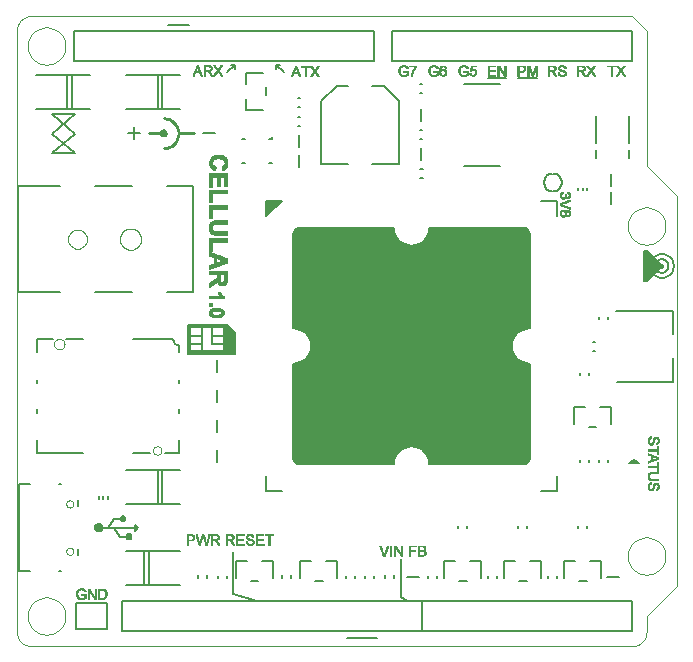
<source format=gbr>
G04 PROTEUS RS274X GERBER FILE*
%FSLAX45Y45*%
%MOMM*%
G01*
%ADD42C,0.025400*%
%ADD44C,0.127000*%
%ADD45C,0.031750*%
%ADD46C,0.254000*%
G36*
X+2113400Y+3770000D02*
X+2113400Y+3640000D01*
X+2243400Y+3770000D01*
X+2113400Y+3770000D01*
G37*
G36*
X+2393400Y+3540000D02*
X+3193400Y+3540000D01*
X+3196385Y+3509330D01*
X+3204972Y+3480967D01*
X+3218613Y+3455460D01*
X+3236759Y+3433359D01*
X+3258860Y+3415214D01*
X+3284367Y+3401572D01*
X+3312730Y+3392985D01*
X+3343400Y+3390000D01*
X+3374070Y+3392985D01*
X+3402433Y+3401572D01*
X+3427940Y+3415214D01*
X+3450041Y+3433359D01*
X+3468187Y+3455460D01*
X+3481828Y+3480967D01*
X+3490415Y+3509330D01*
X+3493400Y+3540000D01*
X+4293400Y+3540000D01*
X+4313078Y+3536143D01*
X+4328947Y+3525547D01*
X+4339543Y+3509678D01*
X+4343400Y+3490000D01*
X+4343400Y+2690000D01*
X+4312730Y+2687015D01*
X+4284367Y+2678428D01*
X+4258860Y+2664786D01*
X+4236759Y+2646641D01*
X+4218613Y+2624540D01*
X+4204972Y+2599033D01*
X+4196385Y+2570670D01*
X+4193400Y+2540000D01*
X+4196385Y+2509330D01*
X+4204972Y+2480967D01*
X+4218613Y+2455460D01*
X+4236759Y+2433359D01*
X+4258860Y+2415214D01*
X+4284367Y+2401572D01*
X+4312730Y+2392985D01*
X+4343400Y+2390000D01*
X+4343400Y+1590000D01*
X+4339543Y+1570322D01*
X+4328947Y+1554453D01*
X+4313078Y+1543857D01*
X+4293400Y+1540000D01*
X+3493400Y+1540000D01*
X+3490415Y+1570670D01*
X+3481828Y+1599033D01*
X+3468187Y+1624540D01*
X+3450041Y+1646641D01*
X+3427940Y+1664786D01*
X+3402433Y+1678428D01*
X+3374070Y+1687015D01*
X+3343400Y+1690000D01*
X+3312730Y+1687015D01*
X+3284367Y+1678428D01*
X+3258860Y+1664786D01*
X+3236759Y+1646641D01*
X+3218613Y+1624540D01*
X+3204972Y+1599033D01*
X+3196385Y+1570670D01*
X+3193400Y+1540000D01*
X+2393400Y+1540000D01*
X+2373722Y+1543857D01*
X+2357853Y+1554453D01*
X+2347257Y+1570322D01*
X+2343400Y+1590000D01*
X+2343400Y+2390000D01*
X+2374070Y+2392985D01*
X+2402433Y+2401572D01*
X+2427940Y+2415214D01*
X+2450041Y+2433359D01*
X+2468187Y+2455460D01*
X+2481828Y+2480967D01*
X+2490415Y+2509330D01*
X+2493400Y+2540000D01*
X+2490415Y+2570670D01*
X+2481828Y+2599033D01*
X+2468187Y+2624540D01*
X+2450041Y+2646641D01*
X+2427940Y+2664786D01*
X+2402433Y+2678428D01*
X+2374070Y+2687015D01*
X+2343400Y+2690000D01*
X+2343400Y+3490000D01*
X+2347257Y+3509678D01*
X+2357853Y+3525547D01*
X+2373722Y+3536143D01*
X+2393400Y+3540000D01*
G37*
G36*
X+5186050Y+1552600D02*
X+5266050Y+1552600D01*
X+5226050Y+1577600D01*
X+5186050Y+1552600D01*
G37*
G36*
X+5461635Y+3217320D02*
X+5334635Y+3090320D01*
X+5315585Y+3090320D01*
X+5315585Y+3344320D01*
X+5334635Y+3344320D01*
X+5461635Y+3217320D01*
G37*
G36*
X+1758950Y+2717450D02*
X+1758950Y+2476150D01*
X+1847850Y+2476150D01*
X+1847850Y+2647600D01*
X+1778000Y+2717450D01*
X+1758950Y+2717450D01*
G37*
G36*
X+1447800Y+2717450D02*
X+1466850Y+2717450D01*
X+1466850Y+2476150D01*
X+1447800Y+2476150D01*
X+1447800Y+2717450D01*
G37*
G36*
X+1447800Y+2717450D02*
X+1447800Y+2698400D01*
X+1758950Y+2698400D01*
X+1758950Y+2717450D01*
X+1447800Y+2717450D01*
G37*
G36*
X+1447800Y+2495200D02*
X+1447800Y+2476150D01*
X+1758950Y+2476150D01*
X+1758950Y+2495200D01*
X+1447800Y+2495200D01*
G37*
G36*
X+1025525Y+1003300D02*
X+1000125Y+1028700D01*
X+1000125Y+977900D01*
X+1025525Y+1003300D01*
G37*
G36*
X+930275Y+908050D02*
X+930275Y+946150D01*
X+968375Y+946150D01*
X+968375Y+908050D01*
X+930275Y+908050D01*
G37*
D42*
X+5492750Y+762000D02*
X+5492220Y+774958D01*
X+5487916Y+800876D01*
X+5478925Y+826794D01*
X+5464280Y+852712D01*
X+5441876Y+878466D01*
X+5415958Y+897958D01*
X+5390040Y+910530D01*
X+5364122Y+917866D01*
X+5338204Y+920694D01*
X+5334000Y+920750D01*
X+5175250Y+762000D02*
X+5175780Y+774958D01*
X+5180084Y+800876D01*
X+5189075Y+826794D01*
X+5203720Y+852712D01*
X+5226124Y+878466D01*
X+5252042Y+897958D01*
X+5277960Y+910530D01*
X+5303878Y+917866D01*
X+5329796Y+920694D01*
X+5334000Y+920750D01*
X+5175250Y+762000D02*
X+5175780Y+749042D01*
X+5180084Y+723124D01*
X+5189075Y+697206D01*
X+5203720Y+671288D01*
X+5226124Y+645534D01*
X+5252042Y+626042D01*
X+5277960Y+613470D01*
X+5303878Y+606134D01*
X+5329796Y+603306D01*
X+5334000Y+603250D01*
X+5492750Y+762000D02*
X+5492220Y+749042D01*
X+5487916Y+723124D01*
X+5478925Y+697206D01*
X+5464280Y+671288D01*
X+5441876Y+645534D01*
X+5415958Y+626042D01*
X+5390040Y+613470D01*
X+5364122Y+606134D01*
X+5338204Y+603306D01*
X+5334000Y+603250D01*
X+5492750Y+3556000D02*
X+5492220Y+3568958D01*
X+5487916Y+3594876D01*
X+5478925Y+3620794D01*
X+5464280Y+3646712D01*
X+5441876Y+3672466D01*
X+5415958Y+3691958D01*
X+5390040Y+3704530D01*
X+5364122Y+3711866D01*
X+5338204Y+3714694D01*
X+5334000Y+3714750D01*
X+5175250Y+3556000D02*
X+5175780Y+3568958D01*
X+5180084Y+3594876D01*
X+5189075Y+3620794D01*
X+5203720Y+3646712D01*
X+5226124Y+3672466D01*
X+5252042Y+3691958D01*
X+5277960Y+3704530D01*
X+5303878Y+3711866D01*
X+5329796Y+3714694D01*
X+5334000Y+3714750D01*
X+5175250Y+3556000D02*
X+5175780Y+3543042D01*
X+5180084Y+3517124D01*
X+5189075Y+3491206D01*
X+5203720Y+3465288D01*
X+5226124Y+3439534D01*
X+5252042Y+3420042D01*
X+5277960Y+3407470D01*
X+5303878Y+3400134D01*
X+5329796Y+3397306D01*
X+5334000Y+3397250D01*
X+5492750Y+3556000D02*
X+5492220Y+3543042D01*
X+5487916Y+3517124D01*
X+5478925Y+3491206D01*
X+5464280Y+3465288D01*
X+5441876Y+3439534D01*
X+5415958Y+3420042D01*
X+5390040Y+3407470D01*
X+5364122Y+3400134D01*
X+5338204Y+3397306D01*
X+5334000Y+3397250D01*
X+412750Y+5080000D02*
X+412220Y+5092958D01*
X+407916Y+5118876D01*
X+398925Y+5144794D01*
X+384280Y+5170712D01*
X+361876Y+5196466D01*
X+335958Y+5215958D01*
X+310040Y+5228530D01*
X+284122Y+5235866D01*
X+258204Y+5238694D01*
X+254000Y+5238750D01*
X+95250Y+5080000D02*
X+95780Y+5092958D01*
X+100084Y+5118876D01*
X+109075Y+5144794D01*
X+123720Y+5170712D01*
X+146124Y+5196466D01*
X+172042Y+5215958D01*
X+197960Y+5228530D01*
X+223878Y+5235866D01*
X+249796Y+5238694D01*
X+254000Y+5238750D01*
X+95250Y+5080000D02*
X+95780Y+5067042D01*
X+100084Y+5041124D01*
X+109075Y+5015206D01*
X+123720Y+4989288D01*
X+146124Y+4963534D01*
X+172042Y+4944042D01*
X+197960Y+4931470D01*
X+223878Y+4924134D01*
X+249796Y+4921306D01*
X+254000Y+4921250D01*
X+412750Y+5080000D02*
X+412220Y+5067042D01*
X+407916Y+5041124D01*
X+398925Y+5015206D01*
X+384280Y+4989288D01*
X+361876Y+4963534D01*
X+335958Y+4944042D01*
X+310040Y+4931470D01*
X+284122Y+4924134D01*
X+258204Y+4921306D01*
X+254000Y+4921250D01*
X+412750Y+254000D02*
X+412220Y+266958D01*
X+407916Y+292876D01*
X+398925Y+318794D01*
X+384280Y+344712D01*
X+361876Y+370466D01*
X+335958Y+389958D01*
X+310040Y+402530D01*
X+284122Y+409866D01*
X+258204Y+412694D01*
X+254000Y+412750D01*
X+95250Y+254000D02*
X+95780Y+266958D01*
X+100084Y+292876D01*
X+109075Y+318794D01*
X+123720Y+344712D01*
X+146124Y+370466D01*
X+172042Y+389958D01*
X+197960Y+402530D01*
X+223878Y+409866D01*
X+249796Y+412694D01*
X+254000Y+412750D01*
X+95250Y+254000D02*
X+95780Y+241042D01*
X+100084Y+215124D01*
X+109075Y+189206D01*
X+123720Y+163288D01*
X+146124Y+137534D01*
X+172042Y+118042D01*
X+197960Y+105470D01*
X+223878Y+98134D01*
X+249796Y+95306D01*
X+254000Y+95250D01*
X+412750Y+254000D02*
X+412220Y+241042D01*
X+407916Y+215124D01*
X+398925Y+189206D01*
X+384280Y+163288D01*
X+361876Y+137534D01*
X+335958Y+118042D01*
X+310040Y+105470D01*
X+284122Y+98134D01*
X+258204Y+95306D01*
X+254000Y+95250D01*
X+0Y+127000D02*
X+2527Y+101032D01*
X+9798Y+77018D01*
X+21348Y+55423D01*
X+36711Y+36711D01*
X+55423Y+21347D01*
X+77018Y+9798D01*
X+101032Y+2527D01*
X+127000Y+0D01*
X+5207000Y+0D01*
X+5232967Y+2527D01*
X+5256981Y+9798D01*
X+5278577Y+21347D01*
X+5297289Y+36711D01*
X+5312652Y+55423D01*
X+5324202Y+77018D01*
X+5331473Y+101032D01*
X+5334000Y+127000D01*
X+5334000Y+254000D01*
X+5588000Y+508000D01*
X+5588000Y+3810000D01*
X+5334000Y+4064000D01*
X+5334000Y+5207000D01*
X+5207000Y+5334000D01*
X+127000Y+5334000D01*
X+101032Y+5331473D01*
X+77018Y+5324202D01*
X+55423Y+5312652D01*
X+36711Y+5297289D01*
X+21348Y+5278577D01*
X+9798Y+5256981D01*
X+2527Y+5232967D01*
X+0Y+5207000D01*
X+0Y+127000D01*
D44*
X+115300Y+633300D02*
X+20300Y+633300D01*
X+20300Y+1373300D01*
X+115300Y+1373300D02*
X+20300Y+1373300D01*
X+375300Y+1373300D02*
X+355300Y+1373300D01*
X+375300Y+633300D02*
X+355300Y+633300D01*
X+520300Y+1233300D02*
X+520300Y+1183300D01*
X+520300Y+773300D02*
X+520300Y+823300D01*
D42*
X+480300Y+803300D02*
X+480197Y+805789D01*
X+479355Y+810769D01*
X+477595Y+815749D01*
X+474718Y+820729D01*
X+470317Y+825645D01*
X+465337Y+829259D01*
X+460357Y+831564D01*
X+455377Y+832867D01*
X+450397Y+833300D01*
X+450300Y+833300D01*
X+420300Y+803300D02*
X+420403Y+805789D01*
X+421245Y+810769D01*
X+423005Y+815749D01*
X+425882Y+820729D01*
X+430283Y+825645D01*
X+435263Y+829259D01*
X+440243Y+831564D01*
X+445223Y+832867D01*
X+450203Y+833300D01*
X+450300Y+833300D01*
X+420300Y+803300D02*
X+420403Y+800811D01*
X+421245Y+795831D01*
X+423005Y+790851D01*
X+425882Y+785871D01*
X+430283Y+780955D01*
X+435263Y+777341D01*
X+440243Y+775036D01*
X+445223Y+773733D01*
X+450203Y+773300D01*
X+450300Y+773300D01*
X+480300Y+803300D02*
X+480197Y+800811D01*
X+479355Y+795831D01*
X+477595Y+790851D01*
X+474718Y+785871D01*
X+470317Y+780955D01*
X+465337Y+777341D01*
X+460357Y+775036D01*
X+455377Y+773733D01*
X+450397Y+773300D01*
X+450300Y+773300D01*
X+480300Y+1203300D02*
X+480197Y+1205789D01*
X+479355Y+1210769D01*
X+477595Y+1215749D01*
X+474718Y+1220729D01*
X+470317Y+1225645D01*
X+465337Y+1229259D01*
X+460357Y+1231564D01*
X+455377Y+1232867D01*
X+450397Y+1233300D01*
X+450300Y+1233300D01*
X+420300Y+1203300D02*
X+420403Y+1205789D01*
X+421245Y+1210769D01*
X+423005Y+1215749D01*
X+425882Y+1220729D01*
X+430283Y+1225645D01*
X+435263Y+1229259D01*
X+440243Y+1231564D01*
X+445223Y+1232867D01*
X+450203Y+1233300D01*
X+450300Y+1233300D01*
X+420300Y+1203300D02*
X+420403Y+1200811D01*
X+421245Y+1195831D01*
X+423005Y+1190851D01*
X+425882Y+1185871D01*
X+430283Y+1180955D01*
X+435263Y+1177341D01*
X+440243Y+1175036D01*
X+445223Y+1173733D01*
X+450203Y+1173300D01*
X+450300Y+1173300D01*
X+480300Y+1203300D02*
X+480197Y+1200811D01*
X+479355Y+1195831D01*
X+477595Y+1190851D01*
X+474718Y+1185871D01*
X+470317Y+1180955D01*
X+465337Y+1177341D01*
X+460357Y+1175036D01*
X+455377Y+1173733D01*
X+450397Y+1173300D01*
X+450300Y+1173300D01*
D44*
X+889000Y+127000D02*
X+3429000Y+127000D01*
X+3429000Y+381000D01*
X+889000Y+381000D01*
X+889000Y+127000D01*
X+3429000Y+127000D02*
X+5207000Y+127000D01*
X+5207000Y+381000D01*
X+3429000Y+381000D01*
X+3429000Y+127000D01*
X+482600Y+4953000D02*
X+3022600Y+4953000D01*
X+3022600Y+5207000D01*
X+482600Y+5207000D01*
X+482600Y+4953000D01*
X+3175000Y+4953000D02*
X+5207000Y+4953000D01*
X+5207000Y+5207000D01*
X+3175000Y+5207000D01*
X+3175000Y+4953000D01*
X+4573400Y+3640000D02*
X+4573400Y+3770000D01*
X+4443400Y+3770000D01*
X+4573400Y+1310000D02*
X+4573400Y+1440000D01*
X+4573400Y+1310000D02*
X+4443400Y+1310000D01*
X+2113400Y+1310000D02*
X+2113400Y+1440000D01*
X+2243400Y+1310000D02*
X+2113400Y+1310000D01*
X+2113400Y+3770000D02*
X+2113400Y+3640000D01*
X+2243400Y+3770000D01*
X+2113400Y+3770000D01*
X+2393400Y+3540000D02*
X+3193400Y+3540000D01*
X+3196385Y+3509330D01*
X+3204972Y+3480967D01*
X+3218613Y+3455460D01*
X+3236759Y+3433359D01*
X+3258860Y+3415214D01*
X+3284367Y+3401572D01*
X+3312730Y+3392985D01*
X+3343400Y+3390000D01*
X+3374070Y+3392985D01*
X+3402433Y+3401572D01*
X+3427940Y+3415214D01*
X+3450041Y+3433359D01*
X+3468187Y+3455460D01*
X+3481828Y+3480967D01*
X+3490415Y+3509330D01*
X+3493400Y+3540000D01*
X+4293400Y+3540000D01*
X+4313078Y+3536143D01*
X+4328947Y+3525547D01*
X+4339543Y+3509678D01*
X+4343400Y+3490000D01*
X+4343400Y+2690000D01*
X+4312730Y+2687015D01*
X+4284367Y+2678428D01*
X+4258860Y+2664786D01*
X+4236759Y+2646641D01*
X+4218613Y+2624540D01*
X+4204972Y+2599033D01*
X+4196385Y+2570670D01*
X+4193400Y+2540000D01*
X+4196385Y+2509330D01*
X+4204972Y+2480967D01*
X+4218613Y+2455460D01*
X+4236759Y+2433359D01*
X+4258860Y+2415214D01*
X+4284367Y+2401572D01*
X+4312730Y+2392985D01*
X+4343400Y+2390000D01*
X+4343400Y+1590000D01*
X+4339543Y+1570322D01*
X+4328947Y+1554453D01*
X+4313078Y+1543857D01*
X+4293400Y+1540000D01*
X+3493400Y+1540000D01*
X+3490415Y+1570670D01*
X+3481828Y+1599033D01*
X+3468187Y+1624540D01*
X+3450041Y+1646641D01*
X+3427940Y+1664786D01*
X+3402433Y+1678428D01*
X+3374070Y+1687015D01*
X+3343400Y+1690000D01*
X+3312730Y+1687015D01*
X+3284367Y+1678428D01*
X+3258860Y+1664786D01*
X+3236759Y+1646641D01*
X+3218613Y+1624540D01*
X+3204972Y+1599033D01*
X+3196385Y+1570670D01*
X+3193400Y+1540000D01*
X+2393400Y+1540000D01*
X+2373722Y+1543857D01*
X+2357853Y+1554453D01*
X+2347257Y+1570322D01*
X+2343400Y+1590000D01*
X+2343400Y+2390000D01*
X+2374070Y+2392985D01*
X+2402433Y+2401572D01*
X+2427940Y+2415214D01*
X+2450041Y+2433359D01*
X+2468187Y+2455460D01*
X+2481828Y+2480967D01*
X+2490415Y+2509330D01*
X+2493400Y+2540000D01*
X+2490415Y+2570670D01*
X+2481828Y+2599033D01*
X+2468187Y+2624540D01*
X+2450041Y+2646641D01*
X+2427940Y+2664786D01*
X+2402433Y+2678428D01*
X+2374070Y+2687015D01*
X+2343400Y+2690000D01*
X+2343400Y+3490000D01*
X+2347257Y+3509678D01*
X+2357853Y+3525547D01*
X+2373722Y+3536143D01*
X+2393400Y+3540000D01*
X+696200Y+1248150D02*
X+696200Y+1267200D01*
X+772400Y+1248150D02*
X+772400Y+1267200D01*
X+734300Y+1248150D02*
X+734300Y+1267200D01*
X+14700Y+3893900D02*
X+364700Y+3893900D01*
X+664700Y+3893900D02*
X+974700Y+3893900D01*
X+1274700Y+3893900D02*
X+1494700Y+3893900D01*
X+1494700Y+2993900D01*
X+1274700Y+2993900D01*
X+974700Y+2993900D02*
X+664700Y+2993900D01*
X+364700Y+2993900D02*
X+14700Y+2993900D01*
X+14700Y+3893900D01*
X+1192700Y+1199600D02*
X+1230200Y+1199600D01*
X+1230200Y+1489600D01*
X+1192700Y+1489600D01*
X+1192700Y+1199600D01*
X+925200Y+1489600D02*
X+1385200Y+1489600D01*
X+925200Y+1199600D02*
X+1385200Y+1199600D01*
D42*
X+594700Y+3443900D02*
X+594428Y+3450496D01*
X+592214Y+3463690D01*
X+587584Y+3476884D01*
X+580027Y+3490078D01*
X+568465Y+3503140D01*
X+555271Y+3512849D01*
X+542077Y+3519070D01*
X+528883Y+3522633D01*
X+515689Y+3523894D01*
X+514700Y+3523900D01*
X+434700Y+3443900D02*
X+434972Y+3450496D01*
X+437186Y+3463690D01*
X+441816Y+3476884D01*
X+449373Y+3490078D01*
X+460935Y+3503140D01*
X+474129Y+3512849D01*
X+487323Y+3519070D01*
X+500517Y+3522633D01*
X+513711Y+3523894D01*
X+514700Y+3523900D01*
X+434700Y+3443900D02*
X+434972Y+3437304D01*
X+437186Y+3424110D01*
X+441816Y+3410916D01*
X+449373Y+3397722D01*
X+460935Y+3384660D01*
X+474129Y+3374951D01*
X+487323Y+3368730D01*
X+500517Y+3365167D01*
X+513711Y+3363906D01*
X+514700Y+3363900D01*
X+594700Y+3443900D02*
X+594428Y+3437304D01*
X+592214Y+3424110D01*
X+587584Y+3410916D01*
X+580027Y+3397722D01*
X+568465Y+3384660D01*
X+555271Y+3374951D01*
X+542077Y+3368730D01*
X+528883Y+3365167D01*
X+515689Y+3363906D01*
X+514700Y+3363900D01*
X+1054700Y+3443900D02*
X+1054394Y+3451311D01*
X+1051910Y+3466135D01*
X+1046716Y+3480959D01*
X+1038240Y+3495783D01*
X+1025272Y+3510466D01*
X+1010448Y+3521406D01*
X+995624Y+3528420D01*
X+980800Y+3532448D01*
X+965976Y+3533891D01*
X+964700Y+3533900D01*
X+874700Y+3443900D02*
X+875006Y+3451311D01*
X+877490Y+3466135D01*
X+882684Y+3480959D01*
X+891160Y+3495783D01*
X+904128Y+3510466D01*
X+918952Y+3521406D01*
X+933776Y+3528420D01*
X+948600Y+3532448D01*
X+963424Y+3533891D01*
X+964700Y+3533900D01*
X+874700Y+3443900D02*
X+875006Y+3436489D01*
X+877490Y+3421665D01*
X+882684Y+3406841D01*
X+891160Y+3392017D01*
X+904128Y+3377334D01*
X+918952Y+3366394D01*
X+933776Y+3359380D01*
X+948600Y+3355352D01*
X+963424Y+3353909D01*
X+964700Y+3353900D01*
X+1054700Y+3443900D02*
X+1054394Y+3436489D01*
X+1051910Y+3421665D01*
X+1046716Y+3406841D01*
X+1038240Y+3392017D01*
X+1025272Y+3377334D01*
X+1010448Y+3366394D01*
X+995624Y+3359380D01*
X+980800Y+3355352D01*
X+965976Y+3353909D01*
X+964700Y+3353900D01*
D44*
X+490050Y+4173700D02*
X+300050Y+4173700D01*
X+490050Y+4503700D02*
X+300050Y+4503700D01*
X+300050Y+4338700D02*
X+490050Y+4173700D01*
X+300050Y+4338700D02*
X+490050Y+4503700D01*
X+300050Y+4503700D02*
X+490050Y+4338700D01*
X+300050Y+4173700D01*
X+427550Y+4549300D02*
X+465050Y+4549300D01*
X+465050Y+4839300D01*
X+427550Y+4839300D01*
X+427550Y+4549300D01*
X+160050Y+4839300D02*
X+620050Y+4839300D01*
X+160050Y+4549300D02*
X+620050Y+4549300D01*
X+1325050Y+2596200D02*
X+1328907Y+2576522D01*
X+1339503Y+2560653D01*
X+1355372Y+2550057D01*
X+1375050Y+2546200D01*
X+1375050Y+2486200D01*
X+1375050Y+2226200D02*
X+1375050Y+2256200D01*
X+1375050Y+2006200D02*
X+1375050Y+1976200D01*
X+1375050Y+1746200D02*
X+1375050Y+1636200D01*
X+1255050Y+1636200D01*
X+985050Y+1636200D02*
X+1125050Y+1636200D01*
X+565050Y+1636200D02*
X+175050Y+1636200D01*
X+175050Y+1746200D01*
X+175050Y+1976200D02*
X+175050Y+2006200D01*
X+175050Y+2226200D02*
X+175050Y+2256200D01*
X+175050Y+2486200D02*
X+175050Y+2596200D01*
X+305050Y+2596200D02*
X+175050Y+2596200D01*
X+420050Y+2596200D02*
X+565050Y+2596200D01*
X+985050Y+2596200D02*
X+1325050Y+2596200D01*
X+5084950Y+2240000D02*
X+5554950Y+2240000D01*
X+5554950Y+2440000D01*
X+5554950Y+2640000D02*
X+5554950Y+2840000D01*
X+5074950Y+2840000D01*
X+4927600Y+2768600D02*
X+4927600Y+2787650D01*
X+5003800Y+2768600D02*
X+5003800Y+2787650D01*
X+4895850Y+2501900D02*
X+4876800Y+2501900D01*
X+4895850Y+2578100D02*
X+4876800Y+2578100D01*
X+4843800Y+2311400D02*
X+4843800Y+2292350D01*
X+4767600Y+2311400D02*
X+4767600Y+2292350D01*
X+1699050Y+2319250D02*
X+1699050Y+2421150D01*
X+1699050Y+1913150D02*
X+1699050Y+1811250D01*
X+1699050Y+2167150D02*
X+1699050Y+2065250D01*
X+1699050Y+1557250D02*
X+1699050Y+1659150D01*
X+4096250Y+4762300D02*
X+3786250Y+4762300D01*
X+4096250Y+4062300D02*
X+3786250Y+4062300D01*
X+2165100Y+4092900D02*
X+2135100Y+4092900D01*
X+1905100Y+4092900D02*
X+1935100Y+4092900D01*
X+1935100Y+4292900D02*
X+1905100Y+4292900D01*
X+2165100Y+4292900D02*
X+2165100Y+4312900D01*
X+2165100Y+4292900D02*
X+2135100Y+4292900D01*
X+4907600Y+4259850D02*
X+4907600Y+4488450D01*
X+5187000Y+4259850D02*
X+5187000Y+4488450D01*
X+5187000Y+4196400D02*
X+5187000Y+4132900D01*
X+4907600Y+4196400D02*
X+4907600Y+4132900D01*
X+3008050Y+4740900D02*
X+3108050Y+4740900D01*
X+3238050Y+4610900D01*
X+3238050Y+4080900D01*
X+3008050Y+4080900D01*
X+2808050Y+4080900D02*
X+2578050Y+4080900D01*
X+2578050Y+4610900D01*
X+2708050Y+4740900D01*
X+2808050Y+4740900D01*
X+4755200Y+3859850D02*
X+4755200Y+3878900D01*
X+4831400Y+3859850D02*
X+4831400Y+3878900D01*
X+4793300Y+3859850D02*
X+4793300Y+3878900D01*
X+5032050Y+3842200D02*
X+5032050Y+3740300D01*
X+5032050Y+4000950D02*
X+5032050Y+3899050D01*
X+3426200Y+4443900D02*
X+3426200Y+4545800D01*
X+3416050Y+4755200D02*
X+3435100Y+4755200D01*
X+3416050Y+4679000D02*
X+3435100Y+4679000D01*
X+3436350Y+3961450D02*
X+3417300Y+3961450D01*
X+3436350Y+4037650D02*
X+3417300Y+4037650D01*
X+3416050Y+4367850D02*
X+3435100Y+4367850D01*
X+3416050Y+4291650D02*
X+3435100Y+4291650D01*
X+1856740Y+723900D02*
X+1948180Y+723900D01*
X+2075180Y+723900D02*
X+2166620Y+723900D01*
X+1981200Y+553720D02*
X+2044700Y+553720D01*
X+2166620Y+723900D02*
X+2166620Y+579120D01*
X+1856740Y+723900D02*
X+1856740Y+579120D01*
X+1701800Y+577850D02*
X+1701800Y+596900D01*
X+1778000Y+577850D02*
X+1778000Y+596900D01*
X+1612900Y+598150D02*
X+1612900Y+579100D01*
X+1536700Y+598150D02*
X+1536700Y+579100D01*
D42*
X+1225050Y+1656200D02*
X+1224929Y+1659102D01*
X+1223949Y+1664908D01*
X+1221899Y+1670714D01*
X+1218547Y+1676520D01*
X+1213421Y+1682254D01*
X+1207615Y+1686473D01*
X+1201809Y+1689166D01*
X+1196003Y+1690690D01*
X+1190197Y+1691200D01*
X+1190050Y+1691200D01*
X+1155050Y+1656200D02*
X+1155171Y+1659102D01*
X+1156151Y+1664908D01*
X+1158201Y+1670714D01*
X+1161553Y+1676520D01*
X+1166679Y+1682254D01*
X+1172485Y+1686473D01*
X+1178291Y+1689166D01*
X+1184097Y+1690690D01*
X+1189903Y+1691200D01*
X+1190050Y+1691200D01*
X+1155050Y+1656200D02*
X+1155171Y+1653298D01*
X+1156151Y+1647492D01*
X+1158201Y+1641686D01*
X+1161553Y+1635880D01*
X+1166679Y+1630146D01*
X+1172485Y+1625927D01*
X+1178291Y+1623234D01*
X+1184097Y+1621710D01*
X+1189903Y+1621200D01*
X+1190050Y+1621200D01*
X+1225050Y+1656200D02*
X+1224929Y+1653298D01*
X+1223949Y+1647492D01*
X+1221899Y+1641686D01*
X+1218547Y+1635880D01*
X+1213421Y+1630146D01*
X+1207615Y+1625927D01*
X+1201809Y+1623234D01*
X+1196003Y+1621710D01*
X+1190197Y+1621200D01*
X+1190050Y+1621200D01*
X+405050Y+2556200D02*
X+404895Y+2559927D01*
X+403639Y+2567382D01*
X+401009Y+2574837D01*
X+396713Y+2582292D01*
X+390143Y+2589658D01*
X+382688Y+2595091D01*
X+375233Y+2598561D01*
X+367778Y+2600531D01*
X+360323Y+2601199D01*
X+360050Y+2601200D01*
X+315050Y+2556200D02*
X+315205Y+2559927D01*
X+316461Y+2567382D01*
X+319091Y+2574837D01*
X+323387Y+2582292D01*
X+329957Y+2589658D01*
X+337412Y+2595091D01*
X+344867Y+2598561D01*
X+352322Y+2600531D01*
X+359777Y+2601199D01*
X+360050Y+2601200D01*
X+315050Y+2556200D02*
X+315205Y+2552473D01*
X+316461Y+2545018D01*
X+319091Y+2537563D01*
X+323387Y+2530108D01*
X+329957Y+2522742D01*
X+337412Y+2517309D01*
X+344867Y+2513839D01*
X+352322Y+2511869D01*
X+359777Y+2511201D01*
X+360050Y+2511200D01*
X+405050Y+2556200D02*
X+404895Y+2552473D01*
X+403639Y+2545018D01*
X+401009Y+2537563D01*
X+396713Y+2530108D01*
X+390143Y+2522742D01*
X+382688Y+2517309D01*
X+375233Y+2513839D01*
X+367778Y+2511869D01*
X+360323Y+2511201D01*
X+360050Y+2511200D01*
D44*
X+4720590Y+2022250D02*
X+4812030Y+2022250D01*
X+4939030Y+2022250D02*
X+5030470Y+2022250D01*
X+4845050Y+1852070D02*
X+4908550Y+1852070D01*
X+5030470Y+2022250D02*
X+5030470Y+1877470D01*
X+4720590Y+2022250D02*
X+4720590Y+1877470D01*
X+5010150Y+1577750D02*
X+5010150Y+1558700D01*
X+4933950Y+1577750D02*
X+4933950Y+1558700D01*
X+4768850Y+1557450D02*
X+4768850Y+1576500D01*
X+4845050Y+1557450D02*
X+4845050Y+1576500D01*
X+5186050Y+1552600D02*
X+5266050Y+1552600D01*
X+5226050Y+1577600D01*
X+5186050Y+1552600D01*
D45*
X+5342885Y+1337899D02*
X+5342885Y+1360759D01*
X+5342885Y+1426799D02*
X+5342885Y+1449659D01*
X+5342885Y+1726519D02*
X+5342885Y+1749379D01*
X+5345425Y+1332819D02*
X+5345425Y+1368379D01*
X+5345425Y+1419179D02*
X+5345425Y+1457279D01*
X+5345425Y+1515699D02*
X+5345425Y+1525859D01*
X+5345425Y+1553799D02*
X+5345425Y+1563959D01*
X+5345425Y+1622379D02*
X+5345425Y+1632539D01*
X+5345425Y+1655399D02*
X+5345425Y+1665559D01*
X+5345425Y+1721439D02*
X+5345425Y+1756999D01*
X+5347965Y+1327739D02*
X+5347965Y+1373459D01*
X+5347965Y+1416639D02*
X+5347965Y+1462359D01*
X+5347965Y+1515699D02*
X+5347965Y+1525859D01*
X+5347965Y+1553799D02*
X+5347965Y+1566499D01*
X+5347965Y+1619839D02*
X+5347965Y+1632539D01*
X+5347965Y+1655399D02*
X+5347965Y+1665559D01*
X+5347965Y+1716359D02*
X+5347965Y+1762079D01*
X+5350505Y+1325199D02*
X+5350505Y+1375999D01*
X+5350505Y+1411559D02*
X+5350505Y+1464899D01*
X+5350505Y+1515699D02*
X+5350505Y+1525859D01*
X+5350505Y+1556339D02*
X+5350505Y+1566499D01*
X+5350505Y+1619839D02*
X+5350505Y+1629999D01*
X+5350505Y+1655399D02*
X+5350505Y+1665559D01*
X+5350505Y+1713819D02*
X+5350505Y+1764619D01*
X+5353045Y+1322659D02*
X+5353045Y+1340439D01*
X+5353045Y+1358219D02*
X+5353045Y+1378539D01*
X+5353045Y+1411559D02*
X+5353045Y+1429339D01*
X+5353045Y+1447119D02*
X+5353045Y+1464899D01*
X+5353045Y+1515699D02*
X+5353045Y+1525859D01*
X+5353045Y+1556339D02*
X+5353045Y+1566499D01*
X+5353045Y+1619839D02*
X+5353045Y+1629999D01*
X+5353045Y+1655399D02*
X+5353045Y+1665559D01*
X+5353045Y+1711279D02*
X+5353045Y+1729059D01*
X+5353045Y+1746839D02*
X+5353045Y+1767159D01*
X+5355585Y+1320119D02*
X+5355585Y+1335359D01*
X+5355585Y+1365839D02*
X+5355585Y+1381079D01*
X+5355585Y+1409019D02*
X+5355585Y+1421719D01*
X+5355585Y+1454739D02*
X+5355585Y+1467439D01*
X+5355585Y+1515699D02*
X+5355585Y+1525859D01*
X+5355585Y+1558879D02*
X+5355585Y+1569039D01*
X+5355585Y+1617299D02*
X+5355585Y+1627459D01*
X+5355585Y+1655399D02*
X+5355585Y+1665559D01*
X+5355585Y+1708739D02*
X+5355585Y+1723979D01*
X+5355585Y+1754459D02*
X+5355585Y+1769699D01*
X+5358125Y+1320119D02*
X+5358125Y+1332819D01*
X+5358125Y+1368379D02*
X+5358125Y+1381079D01*
X+5358125Y+1406479D02*
X+5358125Y+1419179D01*
X+5358125Y+1457279D02*
X+5358125Y+1469979D01*
X+5358125Y+1515699D02*
X+5358125Y+1525859D01*
X+5358125Y+1558879D02*
X+5358125Y+1569039D01*
X+5358125Y+1617299D02*
X+5358125Y+1627459D01*
X+5358125Y+1655399D02*
X+5358125Y+1665559D01*
X+5358125Y+1708739D02*
X+5358125Y+1721439D01*
X+5358125Y+1756999D02*
X+5358125Y+1769699D01*
X+5360665Y+1320119D02*
X+5360665Y+1330279D01*
X+5360665Y+1370919D02*
X+5360665Y+1383619D01*
X+5360665Y+1406479D02*
X+5360665Y+1416639D01*
X+5360665Y+1459819D02*
X+5360665Y+1469979D01*
X+5360665Y+1515699D02*
X+5360665Y+1525859D01*
X+5360665Y+1558879D02*
X+5360665Y+1569039D01*
X+5360665Y+1617299D02*
X+5360665Y+1627459D01*
X+5360665Y+1655399D02*
X+5360665Y+1665559D01*
X+5360665Y+1708739D02*
X+5360665Y+1718899D01*
X+5360665Y+1759539D02*
X+5360665Y+1772239D01*
X+5363205Y+1317579D02*
X+5363205Y+1327739D01*
X+5363205Y+1373459D02*
X+5363205Y+1383619D01*
X+5363205Y+1406479D02*
X+5363205Y+1416639D01*
X+5363205Y+1459819D02*
X+5363205Y+1469979D01*
X+5363205Y+1515699D02*
X+5363205Y+1525859D01*
X+5363205Y+1561419D02*
X+5363205Y+1571579D01*
X+5363205Y+1614759D02*
X+5363205Y+1624919D01*
X+5363205Y+1655399D02*
X+5363205Y+1665559D01*
X+5363205Y+1706199D02*
X+5363205Y+1716359D01*
X+5363205Y+1762079D02*
X+5363205Y+1772239D01*
X+5365745Y+1317579D02*
X+5365745Y+1327739D01*
X+5365745Y+1373459D02*
X+5365745Y+1386159D01*
X+5365745Y+1406479D02*
X+5365745Y+1416639D01*
X+5365745Y+1459819D02*
X+5365745Y+1469979D01*
X+5365745Y+1515699D02*
X+5365745Y+1525859D01*
X+5365745Y+1561419D02*
X+5365745Y+1571579D01*
X+5365745Y+1614759D02*
X+5365745Y+1624919D01*
X+5365745Y+1655399D02*
X+5365745Y+1665559D01*
X+5365745Y+1706199D02*
X+5365745Y+1716359D01*
X+5365745Y+1762079D02*
X+5365745Y+1774779D01*
X+5368285Y+1317579D02*
X+5368285Y+1327739D01*
X+5368285Y+1375999D02*
X+5368285Y+1386159D01*
X+5368285Y+1403939D02*
X+5368285Y+1414099D01*
X+5368285Y+1462359D02*
X+5368285Y+1472519D01*
X+5368285Y+1515699D02*
X+5368285Y+1525859D01*
X+5368285Y+1563959D02*
X+5368285Y+1574119D01*
X+5368285Y+1612219D02*
X+5368285Y+1622379D01*
X+5368285Y+1655399D02*
X+5368285Y+1665559D01*
X+5368285Y+1706199D02*
X+5368285Y+1716359D01*
X+5368285Y+1764619D02*
X+5368285Y+1774779D01*
X+5370825Y+1317579D02*
X+5370825Y+1327739D01*
X+5370825Y+1375999D02*
X+5370825Y+1386159D01*
X+5370825Y+1403939D02*
X+5370825Y+1414099D01*
X+5370825Y+1462359D02*
X+5370825Y+1472519D01*
X+5370825Y+1515699D02*
X+5370825Y+1525859D01*
X+5370825Y+1563959D02*
X+5370825Y+1574119D01*
X+5370825Y+1612219D02*
X+5370825Y+1622379D01*
X+5370825Y+1655399D02*
X+5370825Y+1665559D01*
X+5370825Y+1706199D02*
X+5370825Y+1716359D01*
X+5370825Y+1764619D02*
X+5370825Y+1774779D01*
X+5373365Y+1317579D02*
X+5373365Y+1327739D01*
X+5373365Y+1375999D02*
X+5373365Y+1386159D01*
X+5373365Y+1403939D02*
X+5373365Y+1414099D01*
X+5373365Y+1462359D02*
X+5373365Y+1472519D01*
X+5373365Y+1515699D02*
X+5373365Y+1525859D01*
X+5373365Y+1563959D02*
X+5373365Y+1622379D01*
X+5373365Y+1655399D02*
X+5373365Y+1665559D01*
X+5373365Y+1706199D02*
X+5373365Y+1716359D01*
X+5373365Y+1764619D02*
X+5373365Y+1774779D01*
X+5375905Y+1317579D02*
X+5375905Y+1330279D01*
X+5375905Y+1403939D02*
X+5375905Y+1414099D01*
X+5375905Y+1462359D02*
X+5375905Y+1472519D01*
X+5375905Y+1515699D02*
X+5375905Y+1525859D01*
X+5375905Y+1566499D02*
X+5375905Y+1619839D01*
X+5375905Y+1655399D02*
X+5375905Y+1665559D01*
X+5375905Y+1706199D02*
X+5375905Y+1718899D01*
X+5378445Y+1320119D02*
X+5378445Y+1332819D01*
X+5378445Y+1403939D02*
X+5378445Y+1414099D01*
X+5378445Y+1462359D02*
X+5378445Y+1472519D01*
X+5378445Y+1515699D02*
X+5378445Y+1525859D01*
X+5378445Y+1566499D02*
X+5378445Y+1619839D01*
X+5378445Y+1655399D02*
X+5378445Y+1665559D01*
X+5378445Y+1708739D02*
X+5378445Y+1721439D01*
X+5380985Y+1320119D02*
X+5380985Y+1340439D01*
X+5380985Y+1403939D02*
X+5380985Y+1414099D01*
X+5380985Y+1462359D02*
X+5380985Y+1472519D01*
X+5380985Y+1515699D02*
X+5380985Y+1525859D01*
X+5380985Y+1569039D02*
X+5380985Y+1617299D01*
X+5380985Y+1655399D02*
X+5380985Y+1665559D01*
X+5380985Y+1708739D02*
X+5380985Y+1729059D01*
X+5383525Y+1322659D02*
X+5383525Y+1348059D01*
X+5383525Y+1403939D02*
X+5383525Y+1414099D01*
X+5383525Y+1462359D02*
X+5383525Y+1472519D01*
X+5383525Y+1515699D02*
X+5383525Y+1525859D01*
X+5383525Y+1569039D02*
X+5383525Y+1579199D01*
X+5383525Y+1607139D02*
X+5383525Y+1617299D01*
X+5383525Y+1655399D02*
X+5383525Y+1665559D01*
X+5383525Y+1711279D02*
X+5383525Y+1736679D01*
X+5386065Y+1325199D02*
X+5386065Y+1358219D01*
X+5386065Y+1403939D02*
X+5386065Y+1414099D01*
X+5386065Y+1462359D02*
X+5386065Y+1472519D01*
X+5386065Y+1515699D02*
X+5386065Y+1525859D01*
X+5386065Y+1569039D02*
X+5386065Y+1579199D01*
X+5386065Y+1607139D02*
X+5386065Y+1617299D01*
X+5386065Y+1655399D02*
X+5386065Y+1665559D01*
X+5386065Y+1713819D02*
X+5386065Y+1746839D01*
X+5388605Y+1327739D02*
X+5388605Y+1368379D01*
X+5388605Y+1403939D02*
X+5388605Y+1414099D01*
X+5388605Y+1462359D02*
X+5388605Y+1472519D01*
X+5388605Y+1515699D02*
X+5388605Y+1525859D01*
X+5388605Y+1571579D02*
X+5388605Y+1581739D01*
X+5388605Y+1607139D02*
X+5388605Y+1614759D01*
X+5388605Y+1655399D02*
X+5388605Y+1665559D01*
X+5388605Y+1716359D02*
X+5388605Y+1756999D01*
X+5391145Y+1332819D02*
X+5391145Y+1373459D01*
X+5391145Y+1403939D02*
X+5391145Y+1414099D01*
X+5391145Y+1462359D02*
X+5391145Y+1472519D01*
X+5391145Y+1515699D02*
X+5391145Y+1525859D01*
X+5391145Y+1571579D02*
X+5391145Y+1581739D01*
X+5391145Y+1604599D02*
X+5391145Y+1614759D01*
X+5391145Y+1655399D02*
X+5391145Y+1665559D01*
X+5391145Y+1721439D02*
X+5391145Y+1762079D01*
X+5393685Y+1340439D02*
X+5393685Y+1375999D01*
X+5393685Y+1403939D02*
X+5393685Y+1414099D01*
X+5393685Y+1462359D02*
X+5393685Y+1472519D01*
X+5393685Y+1515699D02*
X+5393685Y+1525859D01*
X+5393685Y+1574119D02*
X+5393685Y+1581739D01*
X+5393685Y+1604599D02*
X+5393685Y+1612219D01*
X+5393685Y+1655399D02*
X+5393685Y+1665559D01*
X+5393685Y+1729059D02*
X+5393685Y+1764619D01*
X+5396225Y+1348059D02*
X+5396225Y+1378539D01*
X+5396225Y+1403939D02*
X+5396225Y+1414099D01*
X+5396225Y+1462359D02*
X+5396225Y+1472519D01*
X+5396225Y+1515699D02*
X+5396225Y+1525859D01*
X+5396225Y+1574119D02*
X+5396225Y+1584279D01*
X+5396225Y+1602059D02*
X+5396225Y+1612219D01*
X+5396225Y+1655399D02*
X+5396225Y+1665559D01*
X+5396225Y+1736679D02*
X+5396225Y+1767159D01*
X+5398765Y+1358219D02*
X+5398765Y+1381079D01*
X+5398765Y+1403939D02*
X+5398765Y+1414099D01*
X+5398765Y+1462359D02*
X+5398765Y+1472519D01*
X+5398765Y+1515699D02*
X+5398765Y+1525859D01*
X+5398765Y+1574119D02*
X+5398765Y+1584279D01*
X+5398765Y+1602059D02*
X+5398765Y+1612219D01*
X+5398765Y+1655399D02*
X+5398765Y+1665559D01*
X+5398765Y+1746839D02*
X+5398765Y+1769699D01*
X+5401305Y+1365839D02*
X+5401305Y+1381079D01*
X+5401305Y+1403939D02*
X+5401305Y+1414099D01*
X+5401305Y+1462359D02*
X+5401305Y+1472519D01*
X+5401305Y+1515699D02*
X+5401305Y+1525859D01*
X+5401305Y+1576659D02*
X+5401305Y+1584279D01*
X+5401305Y+1602059D02*
X+5401305Y+1609679D01*
X+5401305Y+1655399D02*
X+5401305Y+1665559D01*
X+5401305Y+1754459D02*
X+5401305Y+1769699D01*
X+5403845Y+1370919D02*
X+5403845Y+1383619D01*
X+5403845Y+1403939D02*
X+5403845Y+1414099D01*
X+5403845Y+1462359D02*
X+5403845Y+1472519D01*
X+5403845Y+1515699D02*
X+5403845Y+1525859D01*
X+5403845Y+1576659D02*
X+5403845Y+1586819D01*
X+5403845Y+1599519D02*
X+5403845Y+1609679D01*
X+5403845Y+1655399D02*
X+5403845Y+1665559D01*
X+5403845Y+1759539D02*
X+5403845Y+1772239D01*
X+5406385Y+1373459D02*
X+5406385Y+1383619D01*
X+5406385Y+1403939D02*
X+5406385Y+1414099D01*
X+5406385Y+1462359D02*
X+5406385Y+1472519D01*
X+5406385Y+1515699D02*
X+5406385Y+1525859D01*
X+5406385Y+1579199D02*
X+5406385Y+1586819D01*
X+5406385Y+1599519D02*
X+5406385Y+1607139D01*
X+5406385Y+1655399D02*
X+5406385Y+1665559D01*
X+5406385Y+1762079D02*
X+5406385Y+1772239D01*
X+5408925Y+1373459D02*
X+5408925Y+1383619D01*
X+5408925Y+1403939D02*
X+5408925Y+1414099D01*
X+5408925Y+1462359D02*
X+5408925Y+1472519D01*
X+5408925Y+1515699D02*
X+5408925Y+1525859D01*
X+5408925Y+1579199D02*
X+5408925Y+1586819D01*
X+5408925Y+1599519D02*
X+5408925Y+1607139D01*
X+5408925Y+1655399D02*
X+5408925Y+1665559D01*
X+5408925Y+1762079D02*
X+5408925Y+1772239D01*
X+5411465Y+1320119D02*
X+5411465Y+1330279D01*
X+5411465Y+1373459D02*
X+5411465Y+1383619D01*
X+5411465Y+1403939D02*
X+5411465Y+1414099D01*
X+5411465Y+1462359D02*
X+5411465Y+1472519D01*
X+5411465Y+1515699D02*
X+5411465Y+1525859D01*
X+5411465Y+1579199D02*
X+5411465Y+1589359D01*
X+5411465Y+1596979D02*
X+5411465Y+1607139D01*
X+5411465Y+1655399D02*
X+5411465Y+1665559D01*
X+5411465Y+1708739D02*
X+5411465Y+1718899D01*
X+5411465Y+1762079D02*
X+5411465Y+1772239D01*
X+5414005Y+1320119D02*
X+5414005Y+1330279D01*
X+5414005Y+1373459D02*
X+5414005Y+1383619D01*
X+5414005Y+1403939D02*
X+5414005Y+1414099D01*
X+5414005Y+1462359D02*
X+5414005Y+1472519D01*
X+5414005Y+1515699D02*
X+5414005Y+1525859D01*
X+5414005Y+1581739D02*
X+5414005Y+1589359D01*
X+5414005Y+1596979D02*
X+5414005Y+1604599D01*
X+5414005Y+1655399D02*
X+5414005Y+1665559D01*
X+5414005Y+1708739D02*
X+5414005Y+1718899D01*
X+5414005Y+1762079D02*
X+5414005Y+1772239D01*
X+5416545Y+1320119D02*
X+5416545Y+1332819D01*
X+5416545Y+1373459D02*
X+5416545Y+1383619D01*
X+5416545Y+1403939D02*
X+5416545Y+1414099D01*
X+5416545Y+1462359D02*
X+5416545Y+1472519D01*
X+5416545Y+1515699D02*
X+5416545Y+1525859D01*
X+5416545Y+1581739D02*
X+5416545Y+1591899D01*
X+5416545Y+1594439D02*
X+5416545Y+1604599D01*
X+5416545Y+1655399D02*
X+5416545Y+1665559D01*
X+5416545Y+1708739D02*
X+5416545Y+1721439D01*
X+5416545Y+1762079D02*
X+5416545Y+1772239D01*
X+5419085Y+1322659D02*
X+5419085Y+1332819D01*
X+5419085Y+1370919D02*
X+5419085Y+1381079D01*
X+5419085Y+1403939D02*
X+5419085Y+1414099D01*
X+5419085Y+1462359D02*
X+5419085Y+1472519D01*
X+5419085Y+1515699D02*
X+5419085Y+1525859D01*
X+5419085Y+1584279D02*
X+5419085Y+1591899D01*
X+5419085Y+1594439D02*
X+5419085Y+1602059D01*
X+5419085Y+1655399D02*
X+5419085Y+1665559D01*
X+5419085Y+1711279D02*
X+5419085Y+1721439D01*
X+5419085Y+1759539D02*
X+5419085Y+1769699D01*
X+5421625Y+1322659D02*
X+5421625Y+1337899D01*
X+5421625Y+1368379D02*
X+5421625Y+1381079D01*
X+5421625Y+1403939D02*
X+5421625Y+1414099D01*
X+5421625Y+1462359D02*
X+5421625Y+1472519D01*
X+5421625Y+1515699D02*
X+5421625Y+1525859D01*
X+5421625Y+1584279D02*
X+5421625Y+1591899D01*
X+5421625Y+1594439D02*
X+5421625Y+1602059D01*
X+5421625Y+1655399D02*
X+5421625Y+1665559D01*
X+5421625Y+1711279D02*
X+5421625Y+1726519D01*
X+5421625Y+1756999D02*
X+5421625Y+1769699D01*
X+5424165Y+1325199D02*
X+5424165Y+1342979D01*
X+5424165Y+1363299D02*
X+5424165Y+1378539D01*
X+5424165Y+1403939D02*
X+5424165Y+1414099D01*
X+5424165Y+1462359D02*
X+5424165Y+1472519D01*
X+5424165Y+1485219D02*
X+5424165Y+1556339D01*
X+5424165Y+1584279D02*
X+5424165Y+1602059D01*
X+5424165Y+1624919D02*
X+5424165Y+1696039D01*
X+5424165Y+1713819D02*
X+5424165Y+1731599D01*
X+5424165Y+1751919D02*
X+5424165Y+1767159D01*
X+5426705Y+1327739D02*
X+5426705Y+1378539D01*
X+5426705Y+1403939D02*
X+5426705Y+1414099D01*
X+5426705Y+1462359D02*
X+5426705Y+1472519D01*
X+5426705Y+1485219D02*
X+5426705Y+1556339D01*
X+5426705Y+1586819D02*
X+5426705Y+1599519D01*
X+5426705Y+1624919D02*
X+5426705Y+1696039D01*
X+5426705Y+1716359D02*
X+5426705Y+1767159D01*
X+5429245Y+1330279D02*
X+5429245Y+1373459D01*
X+5429245Y+1403939D02*
X+5429245Y+1414099D01*
X+5429245Y+1462359D02*
X+5429245Y+1472519D01*
X+5429245Y+1485219D02*
X+5429245Y+1556339D01*
X+5429245Y+1586819D02*
X+5429245Y+1599519D01*
X+5429245Y+1624919D02*
X+5429245Y+1696039D01*
X+5429245Y+1718899D02*
X+5429245Y+1762079D01*
X+5431785Y+1332819D02*
X+5431785Y+1370919D01*
X+5431785Y+1403939D02*
X+5431785Y+1414099D01*
X+5431785Y+1462359D02*
X+5431785Y+1472519D01*
X+5431785Y+1485219D02*
X+5431785Y+1556339D01*
X+5431785Y+1589359D02*
X+5431785Y+1596979D01*
X+5431785Y+1624919D02*
X+5431785Y+1696039D01*
X+5431785Y+1721439D02*
X+5431785Y+1759539D01*
X+5434325Y+1340439D02*
X+5434325Y+1363299D01*
X+5434325Y+1729059D02*
X+5434325Y+1751919D01*
D44*
X+1942850Y+4541840D02*
X+1942850Y+4633280D01*
X+1942850Y+4760280D02*
X+1942850Y+4851720D01*
X+2113030Y+4666300D02*
X+2113030Y+4729800D01*
X+1942850Y+4851720D02*
X+2087630Y+4851720D01*
X+1942850Y+4541840D02*
X+2087630Y+4541840D01*
X+2391150Y+4323550D02*
X+2391150Y+4221650D01*
X+2391150Y+4158450D02*
X+2391150Y+4056550D01*
X+1192700Y+4549300D02*
X+1230200Y+4549300D01*
X+1230200Y+4839300D01*
X+1192700Y+4839300D01*
X+1192700Y+4549300D01*
X+925200Y+4839300D02*
X+1385200Y+4839300D01*
X+925200Y+4549300D02*
X+1385200Y+4549300D01*
X+1080200Y+516950D02*
X+1117700Y+516950D01*
X+1117700Y+806950D01*
X+1080200Y+806950D01*
X+1080200Y+516950D01*
X+1385200Y+516950D02*
X+925200Y+516950D01*
X+1385200Y+806950D02*
X+925200Y+806950D01*
X+4544300Y+3999600D02*
X+4571849Y+3994200D01*
X+4594066Y+3979366D01*
X+4608900Y+3957149D01*
X+4614300Y+3929600D01*
X+4534300Y+3999600D02*
X+4506751Y+3994200D01*
X+4484534Y+3979366D01*
X+4469700Y+3957149D01*
X+4464300Y+3929600D01*
X+4464300Y+3919600D02*
X+4469700Y+3892051D01*
X+4484534Y+3869834D01*
X+4506751Y+3855000D01*
X+4534300Y+3849600D01*
X+4544300Y+3849600D02*
X+4571849Y+3855000D01*
X+4594066Y+3869834D01*
X+4608900Y+3892051D01*
X+4614300Y+3919600D01*
D45*
X+4598355Y+3656053D02*
X+4598355Y+3673833D01*
X+4598355Y+3734793D02*
X+4598355Y+3747493D01*
X+4598355Y+3808453D02*
X+4598355Y+3826233D01*
X+4600895Y+3648433D02*
X+4600895Y+3681453D01*
X+4600895Y+3732253D02*
X+4600895Y+3750033D01*
X+4600895Y+3803373D02*
X+4600895Y+3833853D01*
X+4603435Y+3645893D02*
X+4603435Y+3683993D01*
X+4603435Y+3732253D02*
X+4603435Y+3750033D01*
X+4603435Y+3798293D02*
X+4603435Y+3836393D01*
X+4605975Y+3643353D02*
X+4605975Y+3686533D01*
X+4605975Y+3732253D02*
X+4605975Y+3750033D01*
X+4605975Y+3795753D02*
X+4605975Y+3838933D01*
X+4608515Y+3640813D02*
X+4608515Y+3656053D01*
X+4608515Y+3673833D02*
X+4608515Y+3689073D01*
X+4608515Y+3729713D02*
X+4608515Y+3739873D01*
X+4608515Y+3742413D02*
X+4608515Y+3752573D01*
X+4608515Y+3793213D02*
X+4608515Y+3808453D01*
X+4608515Y+3826233D02*
X+4608515Y+3841473D01*
X+4611055Y+3638273D02*
X+4611055Y+3650973D01*
X+4611055Y+3678913D02*
X+4611055Y+3691613D01*
X+4611055Y+3729713D02*
X+4611055Y+3739873D01*
X+4611055Y+3742413D02*
X+4611055Y+3752573D01*
X+4611055Y+3790673D02*
X+4611055Y+3805913D01*
X+4611055Y+3828773D02*
X+4611055Y+3844013D01*
X+4613595Y+3638273D02*
X+4613595Y+3648433D01*
X+4613595Y+3681453D02*
X+4613595Y+3691613D01*
X+4613595Y+3729713D02*
X+4613595Y+3739873D01*
X+4613595Y+3742413D02*
X+4613595Y+3752573D01*
X+4613595Y+3790673D02*
X+4613595Y+3803373D01*
X+4613595Y+3831313D02*
X+4613595Y+3844013D01*
X+4616135Y+3635733D02*
X+4616135Y+3648433D01*
X+4616135Y+3681453D02*
X+4616135Y+3694153D01*
X+4616135Y+3727173D02*
X+4616135Y+3739873D01*
X+4616135Y+3742413D02*
X+4616135Y+3755113D01*
X+4616135Y+3790673D02*
X+4616135Y+3800833D01*
X+4616135Y+3833853D02*
X+4616135Y+3846553D01*
X+4618675Y+3635733D02*
X+4618675Y+3645893D01*
X+4618675Y+3683993D02*
X+4618675Y+3694153D01*
X+4618675Y+3727173D02*
X+4618675Y+3737333D01*
X+4618675Y+3744953D02*
X+4618675Y+3755113D01*
X+4618675Y+3788133D02*
X+4618675Y+3798293D01*
X+4618675Y+3833853D02*
X+4618675Y+3846553D01*
X+4621215Y+3635733D02*
X+4621215Y+3645893D01*
X+4621215Y+3683993D02*
X+4621215Y+3694153D01*
X+4621215Y+3724633D02*
X+4621215Y+3737333D01*
X+4621215Y+3744953D02*
X+4621215Y+3757653D01*
X+4621215Y+3788133D02*
X+4621215Y+3798293D01*
X+4621215Y+3836393D02*
X+4621215Y+3846553D01*
X+4623755Y+3635733D02*
X+4623755Y+3645893D01*
X+4623755Y+3683993D02*
X+4623755Y+3694153D01*
X+4623755Y+3724633D02*
X+4623755Y+3734793D01*
X+4623755Y+3747493D02*
X+4623755Y+3757653D01*
X+4623755Y+3788133D02*
X+4623755Y+3798293D01*
X+4623755Y+3836393D02*
X+4623755Y+3841473D01*
X+4626295Y+3635733D02*
X+4626295Y+3645893D01*
X+4626295Y+3683993D02*
X+4626295Y+3694153D01*
X+4626295Y+3724633D02*
X+4626295Y+3734793D01*
X+4626295Y+3747493D02*
X+4626295Y+3757653D01*
X+4626295Y+3788133D02*
X+4626295Y+3798293D01*
X+4628835Y+3635733D02*
X+4628835Y+3645893D01*
X+4628835Y+3683993D02*
X+4628835Y+3694153D01*
X+4628835Y+3722093D02*
X+4628835Y+3734793D01*
X+4628835Y+3747493D02*
X+4628835Y+3760193D01*
X+4628835Y+3788133D02*
X+4628835Y+3798293D01*
X+4631375Y+3635733D02*
X+4631375Y+3648433D01*
X+4631375Y+3681453D02*
X+4631375Y+3694153D01*
X+4631375Y+3722093D02*
X+4631375Y+3732253D01*
X+4631375Y+3750033D02*
X+4631375Y+3760193D01*
X+4631375Y+3788133D02*
X+4631375Y+3798293D01*
X+4633915Y+3638273D02*
X+4633915Y+3648433D01*
X+4633915Y+3681453D02*
X+4633915Y+3691613D01*
X+4633915Y+3722093D02*
X+4633915Y+3732253D01*
X+4633915Y+3750033D02*
X+4633915Y+3760193D01*
X+4633915Y+3790673D02*
X+4633915Y+3800833D01*
X+4636455Y+3638273D02*
X+4636455Y+3650973D01*
X+4636455Y+3678913D02*
X+4636455Y+3691613D01*
X+4636455Y+3719553D02*
X+4636455Y+3732253D01*
X+4636455Y+3752573D02*
X+4636455Y+3762733D01*
X+4636455Y+3790673D02*
X+4636455Y+3803373D01*
X+4638995Y+3640813D02*
X+4638995Y+3656053D01*
X+4638995Y+3673833D02*
X+4638995Y+3689073D01*
X+4638995Y+3719553D02*
X+4638995Y+3729713D01*
X+4638995Y+3752573D02*
X+4638995Y+3762733D01*
X+4638995Y+3793213D02*
X+4638995Y+3805913D01*
X+4641535Y+3643353D02*
X+4641535Y+3686533D01*
X+4641535Y+3717013D02*
X+4641535Y+3729713D01*
X+4641535Y+3752573D02*
X+4641535Y+3765273D01*
X+4641535Y+3795753D02*
X+4641535Y+3823693D01*
X+4644075Y+3645893D02*
X+4644075Y+3683993D01*
X+4644075Y+3717013D02*
X+4644075Y+3727173D01*
X+4644075Y+3755113D02*
X+4644075Y+3765273D01*
X+4644075Y+3798293D02*
X+4644075Y+3823693D01*
X+4646615Y+3648433D02*
X+4646615Y+3681453D01*
X+4646615Y+3717013D02*
X+4646615Y+3727173D01*
X+4646615Y+3755113D02*
X+4646615Y+3765273D01*
X+4646615Y+3805913D02*
X+4646615Y+3823693D01*
X+4649155Y+3643353D02*
X+4649155Y+3683993D01*
X+4649155Y+3714473D02*
X+4649155Y+3727173D01*
X+4649155Y+3755113D02*
X+4649155Y+3767813D01*
X+4649155Y+3800833D02*
X+4649155Y+3823693D01*
X+4651695Y+3640813D02*
X+4651695Y+3656053D01*
X+4651695Y+3673833D02*
X+4651695Y+3686533D01*
X+4651695Y+3714473D02*
X+4651695Y+3724633D01*
X+4651695Y+3757653D02*
X+4651695Y+3767813D01*
X+4651695Y+3798293D02*
X+4651695Y+3813533D01*
X+4654235Y+3640813D02*
X+4654235Y+3650973D01*
X+4654235Y+3676373D02*
X+4654235Y+3689073D01*
X+4654235Y+3714473D02*
X+4654235Y+3724633D01*
X+4654235Y+3757653D02*
X+4654235Y+3767813D01*
X+4654235Y+3795753D02*
X+4654235Y+3808453D01*
X+4656775Y+3638273D02*
X+4656775Y+3650973D01*
X+4656775Y+3678913D02*
X+4656775Y+3691613D01*
X+4656775Y+3711933D02*
X+4656775Y+3722093D01*
X+4656775Y+3760193D02*
X+4656775Y+3770353D01*
X+4656775Y+3795753D02*
X+4656775Y+3805913D01*
X+4659315Y+3638273D02*
X+4659315Y+3648433D01*
X+4659315Y+3681453D02*
X+4659315Y+3691613D01*
X+4659315Y+3711933D02*
X+4659315Y+3722093D01*
X+4659315Y+3760193D02*
X+4659315Y+3770353D01*
X+4659315Y+3793213D02*
X+4659315Y+3803373D01*
X+4661855Y+3638273D02*
X+4661855Y+3648433D01*
X+4661855Y+3681453D02*
X+4661855Y+3691613D01*
X+4661855Y+3709393D02*
X+4661855Y+3722093D01*
X+4661855Y+3760193D02*
X+4661855Y+3772893D01*
X+4661855Y+3793213D02*
X+4661855Y+3803373D01*
X+4661855Y+3836393D02*
X+4661855Y+3841473D01*
X+4664395Y+3638273D02*
X+4664395Y+3648433D01*
X+4664395Y+3681453D02*
X+4664395Y+3691613D01*
X+4664395Y+3709393D02*
X+4664395Y+3719553D01*
X+4664395Y+3762733D02*
X+4664395Y+3772893D01*
X+4664395Y+3793213D02*
X+4664395Y+3803373D01*
X+4664395Y+3836393D02*
X+4664395Y+3846553D01*
X+4666935Y+3638273D02*
X+4666935Y+3648433D01*
X+4666935Y+3681453D02*
X+4666935Y+3691613D01*
X+4666935Y+3709393D02*
X+4666935Y+3719553D01*
X+4666935Y+3762733D02*
X+4666935Y+3772893D01*
X+4666935Y+3793213D02*
X+4666935Y+3803373D01*
X+4666935Y+3833853D02*
X+4666935Y+3846553D01*
X+4669475Y+3638273D02*
X+4669475Y+3650973D01*
X+4669475Y+3678913D02*
X+4669475Y+3691613D01*
X+4669475Y+3706853D02*
X+4669475Y+3719553D01*
X+4669475Y+3765273D02*
X+4669475Y+3775433D01*
X+4669475Y+3793213D02*
X+4669475Y+3805913D01*
X+4669475Y+3833853D02*
X+4669475Y+3844013D01*
X+4672015Y+3640813D02*
X+4672015Y+3653513D01*
X+4672015Y+3676373D02*
X+4672015Y+3689073D01*
X+4672015Y+3706853D02*
X+4672015Y+3717013D01*
X+4672015Y+3765273D02*
X+4672015Y+3775433D01*
X+4672015Y+3795753D02*
X+4672015Y+3808453D01*
X+4672015Y+3831313D02*
X+4672015Y+3844013D01*
X+4674555Y+3640813D02*
X+4674555Y+3656053D01*
X+4674555Y+3673833D02*
X+4674555Y+3689073D01*
X+4674555Y+3706853D02*
X+4674555Y+3717013D01*
X+4674555Y+3765273D02*
X+4674555Y+3775433D01*
X+4674555Y+3795753D02*
X+4674555Y+3810993D01*
X+4674555Y+3826233D02*
X+4674555Y+3841473D01*
X+4677095Y+3643353D02*
X+4677095Y+3686533D01*
X+4677095Y+3704313D02*
X+4677095Y+3714473D01*
X+4677095Y+3767813D02*
X+4677095Y+3777973D01*
X+4677095Y+3798293D02*
X+4677095Y+3841473D01*
X+4679635Y+3645893D02*
X+4679635Y+3683993D01*
X+4679635Y+3704313D02*
X+4679635Y+3714473D01*
X+4679635Y+3767813D02*
X+4679635Y+3777973D01*
X+4679635Y+3800833D02*
X+4679635Y+3838933D01*
X+4682175Y+3648433D02*
X+4682175Y+3681453D01*
X+4682175Y+3701773D02*
X+4682175Y+3714473D01*
X+4682175Y+3767813D02*
X+4682175Y+3780513D01*
X+4682175Y+3803373D02*
X+4682175Y+3833853D01*
X+4684715Y+3656053D02*
X+4684715Y+3673833D01*
X+4684715Y+3701773D02*
X+4684715Y+3711933D01*
X+4684715Y+3770353D02*
X+4684715Y+3780513D01*
X+4684715Y+3810993D02*
X+4684715Y+3828773D01*
D44*
X+4638040Y+723900D02*
X+4729480Y+723900D01*
X+4856480Y+723900D02*
X+4947920Y+723900D01*
X+4762500Y+553720D02*
X+4826000Y+553720D01*
X+4947920Y+723900D02*
X+4947920Y+579120D01*
X+4638040Y+723900D02*
X+4638040Y+579120D01*
X+2402840Y+723900D02*
X+2494280Y+723900D01*
X+2621280Y+723900D02*
X+2712720Y+723900D01*
X+2527300Y+553720D02*
X+2590800Y+553720D01*
X+2712720Y+723900D02*
X+2712720Y+579120D01*
X+2402840Y+723900D02*
X+2402840Y+579120D01*
X+4130040Y+723900D02*
X+4221480Y+723900D01*
X+4348480Y+723900D02*
X+4439920Y+723900D01*
X+4254500Y+553720D02*
X+4318000Y+553720D01*
X+4439920Y+723900D02*
X+4439920Y+579120D01*
X+4130040Y+723900D02*
X+4130040Y+579120D01*
X+3622040Y+723900D02*
X+3713480Y+723900D01*
X+3840480Y+723900D02*
X+3931920Y+723900D01*
X+3746500Y+553720D02*
X+3810000Y+553720D01*
X+3931920Y+723900D02*
X+3931920Y+579120D01*
X+3622040Y+723900D02*
X+3622040Y+579120D01*
X+3426200Y+4113700D02*
X+3426200Y+4215600D01*
X+2952750Y+577850D02*
X+2952750Y+596900D01*
X+3028950Y+577850D02*
X+3028950Y+596900D01*
X+2787650Y+577850D02*
X+2787650Y+596900D01*
X+2863850Y+577850D02*
X+2863850Y+596900D01*
X+3194050Y+598150D02*
X+3194050Y+579100D01*
X+3117850Y+598150D02*
X+3117850Y+579100D01*
X+2324100Y+598150D02*
X+2324100Y+579100D01*
X+2247900Y+598150D02*
X+2247900Y+579100D01*
X+2401300Y+4564700D02*
X+2382250Y+4564700D01*
X+2401300Y+4640900D02*
X+2382250Y+4640900D01*
X+2381000Y+4475800D02*
X+2400050Y+4475800D01*
X+2381000Y+4399600D02*
X+2400050Y+4399600D01*
X+4502150Y+577850D02*
X+4502150Y+596900D01*
X+4578350Y+577850D02*
X+4578350Y+596900D01*
X+3994150Y+577850D02*
X+3994150Y+596900D01*
X+4070350Y+577850D02*
X+4070350Y+596900D01*
X+3486150Y+577850D02*
X+3486150Y+596900D01*
X+3562350Y+577850D02*
X+3562350Y+596900D01*
X+4831080Y+1018520D02*
X+4831080Y+999470D01*
X+4754880Y+1018520D02*
X+4754880Y+999470D01*
X+4323080Y+1018520D02*
X+4323080Y+999470D01*
X+4246880Y+1018520D02*
X+4246880Y+999470D01*
X+3815080Y+1018520D02*
X+3815080Y+999470D01*
X+3738880Y+1018520D02*
X+3738880Y+999470D01*
X+3308200Y+588000D02*
X+3410100Y+588000D01*
X+5099200Y+588000D02*
X+4997300Y+588000D01*
X+5474335Y+3217320D02*
X+5474291Y+3218376D01*
X+5473933Y+3220489D01*
X+5473184Y+3222602D01*
X+5471960Y+3224715D01*
X+5470088Y+3226798D01*
X+5467975Y+3228324D01*
X+5465862Y+3229296D01*
X+5463749Y+3229843D01*
X+5461636Y+3230020D01*
X+5461635Y+3230020D01*
X+5448935Y+3217320D02*
X+5448979Y+3218376D01*
X+5449337Y+3220489D01*
X+5450086Y+3222602D01*
X+5451310Y+3224715D01*
X+5453182Y+3226798D01*
X+5455295Y+3228324D01*
X+5457408Y+3229296D01*
X+5459521Y+3229843D01*
X+5461634Y+3230020D01*
X+5461635Y+3230020D01*
X+5448935Y+3217320D02*
X+5448979Y+3216264D01*
X+5449337Y+3214151D01*
X+5450086Y+3212038D01*
X+5451310Y+3209925D01*
X+5453182Y+3207842D01*
X+5455295Y+3206316D01*
X+5457408Y+3205344D01*
X+5459521Y+3204797D01*
X+5461634Y+3204620D01*
X+5461635Y+3204620D01*
X+5474335Y+3217320D02*
X+5474291Y+3216264D01*
X+5473933Y+3214151D01*
X+5473184Y+3212038D01*
X+5471960Y+3209925D01*
X+5470088Y+3207842D01*
X+5467975Y+3206316D01*
X+5465862Y+3205344D01*
X+5463749Y+3204797D01*
X+5461636Y+3204620D01*
X+5461635Y+3204620D01*
X+5518785Y+3217320D02*
X+5518589Y+3222046D01*
X+5516998Y+3231500D01*
X+5513669Y+3240954D01*
X+5508232Y+3250408D01*
X+5499915Y+3259755D01*
X+5490461Y+3266668D01*
X+5481007Y+3271087D01*
X+5471553Y+3273603D01*
X+5462099Y+3274468D01*
X+5461635Y+3274470D01*
X+5404485Y+3217320D02*
X+5404681Y+3222046D01*
X+5406272Y+3231500D01*
X+5409601Y+3240954D01*
X+5415038Y+3250408D01*
X+5423355Y+3259755D01*
X+5432809Y+3266668D01*
X+5442263Y+3271087D01*
X+5451717Y+3273603D01*
X+5461171Y+3274468D01*
X+5461635Y+3274470D01*
X+5404485Y+3217320D02*
X+5404681Y+3212594D01*
X+5406272Y+3203140D01*
X+5409601Y+3193686D01*
X+5415038Y+3184232D01*
X+5423355Y+3174885D01*
X+5432809Y+3167972D01*
X+5442263Y+3163553D01*
X+5451717Y+3161037D01*
X+5461171Y+3160172D01*
X+5461635Y+3160170D01*
X+5518785Y+3217320D02*
X+5518589Y+3212594D01*
X+5516998Y+3203140D01*
X+5513669Y+3193686D01*
X+5508232Y+3184232D01*
X+5499915Y+3174885D01*
X+5490461Y+3167972D01*
X+5481007Y+3163553D01*
X+5471553Y+3161037D01*
X+5462099Y+3160172D01*
X+5461635Y+3160170D01*
X+5563235Y+3217320D02*
X+5562891Y+3225674D01*
X+5560095Y+3242384D01*
X+5554250Y+3259094D01*
X+5544714Y+3275804D01*
X+5530125Y+3292365D01*
X+5513415Y+3304735D01*
X+5496705Y+3312675D01*
X+5479995Y+3317247D01*
X+5463285Y+3318907D01*
X+5461635Y+3318920D01*
X+5360035Y+3217320D02*
X+5360379Y+3225674D01*
X+5363175Y+3242384D01*
X+5369020Y+3259094D01*
X+5378556Y+3275804D01*
X+5393145Y+3292365D01*
X+5409855Y+3304735D01*
X+5426565Y+3312675D01*
X+5443275Y+3317247D01*
X+5459985Y+3318907D01*
X+5461635Y+3318920D01*
X+5360035Y+3217320D02*
X+5360379Y+3208966D01*
X+5363175Y+3192256D01*
X+5369020Y+3175546D01*
X+5378556Y+3158836D01*
X+5393145Y+3142275D01*
X+5409855Y+3129905D01*
X+5426565Y+3121965D01*
X+5443275Y+3117393D01*
X+5459985Y+3115733D01*
X+5461635Y+3115720D01*
X+5563235Y+3217320D02*
X+5562891Y+3208966D01*
X+5560095Y+3192256D01*
X+5554250Y+3175546D01*
X+5544714Y+3158836D01*
X+5530125Y+3142275D01*
X+5513415Y+3129905D01*
X+5496705Y+3121965D01*
X+5479995Y+3117393D01*
X+5463285Y+3115733D01*
X+5461635Y+3115720D01*
X+5461635Y+3217320D02*
X+5334635Y+3344320D01*
X+5461635Y+3217320D02*
X+5334635Y+3090320D01*
X+5315585Y+3090320D02*
X+5315585Y+3344320D01*
X+5334635Y+3344320D02*
X+5315585Y+3344320D01*
X+5334635Y+3090320D02*
X+5315585Y+3090320D01*
X+5461635Y+3217320D02*
X+5334635Y+3090320D01*
X+5315585Y+3090320D01*
X+5315585Y+3344320D01*
X+5334635Y+3344320D01*
X+5461635Y+3217320D01*
D45*
X+4606261Y+4826225D02*
X+4629121Y+4826225D01*
X+4494501Y+4828765D02*
X+4504661Y+4828765D01*
X+4555461Y+4828765D02*
X+4565621Y+4828765D01*
X+4598641Y+4828765D02*
X+4634201Y+4828765D01*
X+4494501Y+4831305D02*
X+4504661Y+4831305D01*
X+4552921Y+4831305D02*
X+4565621Y+4831305D01*
X+4593561Y+4831305D02*
X+4639281Y+4831305D01*
X+4494501Y+4833845D02*
X+4504661Y+4833845D01*
X+4552921Y+4833845D02*
X+4563081Y+4833845D01*
X+4591021Y+4833845D02*
X+4641821Y+4833845D01*
X+4494501Y+4836385D02*
X+4504661Y+4836385D01*
X+4550381Y+4836385D02*
X+4563081Y+4836385D01*
X+4588481Y+4836385D02*
X+4608801Y+4836385D01*
X+4626581Y+4836385D02*
X+4644361Y+4836385D01*
X+4494501Y+4838925D02*
X+4504661Y+4838925D01*
X+4547841Y+4838925D02*
X+4560541Y+4838925D01*
X+4585941Y+4838925D02*
X+4601181Y+4838925D01*
X+4631661Y+4838925D02*
X+4646901Y+4838925D01*
X+4494501Y+4841465D02*
X+4504661Y+4841465D01*
X+4547841Y+4841465D02*
X+4558001Y+4841465D01*
X+4585941Y+4841465D02*
X+4598641Y+4841465D01*
X+4634201Y+4841465D02*
X+4646901Y+4841465D01*
X+4494501Y+4844005D02*
X+4504661Y+4844005D01*
X+4545301Y+4844005D02*
X+4558001Y+4844005D01*
X+4583401Y+4844005D02*
X+4596101Y+4844005D01*
X+4636741Y+4844005D02*
X+4646901Y+4844005D01*
X+4494501Y+4846545D02*
X+4504661Y+4846545D01*
X+4542761Y+4846545D02*
X+4555461Y+4846545D01*
X+4583401Y+4846545D02*
X+4593561Y+4846545D01*
X+4639281Y+4846545D02*
X+4649441Y+4846545D01*
X+4494501Y+4849085D02*
X+4504661Y+4849085D01*
X+4542761Y+4849085D02*
X+4555461Y+4849085D01*
X+4580861Y+4849085D02*
X+4593561Y+4849085D01*
X+4639281Y+4849085D02*
X+4649441Y+4849085D01*
X+4494501Y+4851625D02*
X+4504661Y+4851625D01*
X+4540221Y+4851625D02*
X+4552921Y+4851625D01*
X+4580861Y+4851625D02*
X+4591021Y+4851625D01*
X+4639281Y+4851625D02*
X+4649441Y+4851625D01*
X+4494501Y+4854165D02*
X+4504661Y+4854165D01*
X+4537681Y+4854165D02*
X+4550381Y+4854165D01*
X+4580861Y+4854165D02*
X+4591021Y+4854165D01*
X+4639281Y+4854165D02*
X+4649441Y+4854165D01*
X+4494501Y+4856705D02*
X+4504661Y+4856705D01*
X+4537681Y+4856705D02*
X+4547841Y+4856705D01*
X+4580861Y+4856705D02*
X+4591021Y+4856705D01*
X+4639281Y+4856705D02*
X+4649441Y+4856705D01*
X+4494501Y+4859245D02*
X+4504661Y+4859245D01*
X+4535141Y+4859245D02*
X+4547841Y+4859245D01*
X+4636741Y+4859245D02*
X+4649441Y+4859245D01*
X+4494501Y+4861785D02*
X+4504661Y+4861785D01*
X+4532601Y+4861785D02*
X+4545301Y+4861785D01*
X+4634201Y+4861785D02*
X+4646901Y+4861785D01*
X+4494501Y+4864325D02*
X+4504661Y+4864325D01*
X+4530061Y+4864325D02*
X+4542761Y+4864325D01*
X+4626581Y+4864325D02*
X+4646901Y+4864325D01*
X+4494501Y+4866865D02*
X+4504661Y+4866865D01*
X+4527521Y+4866865D02*
X+4540221Y+4866865D01*
X+4618961Y+4866865D02*
X+4644361Y+4866865D01*
X+4494501Y+4869405D02*
X+4545301Y+4869405D01*
X+4608801Y+4869405D02*
X+4641821Y+4869405D01*
X+4494501Y+4871945D02*
X+4550381Y+4871945D01*
X+4598641Y+4871945D02*
X+4639281Y+4871945D01*
X+4494501Y+4874485D02*
X+4555461Y+4874485D01*
X+4593561Y+4874485D02*
X+4634201Y+4874485D01*
X+4494501Y+4877025D02*
X+4558001Y+4877025D01*
X+4591021Y+4877025D02*
X+4626581Y+4877025D01*
X+4494501Y+4879565D02*
X+4504661Y+4879565D01*
X+4542761Y+4879565D02*
X+4560541Y+4879565D01*
X+4588481Y+4879565D02*
X+4618961Y+4879565D01*
X+4494501Y+4882105D02*
X+4504661Y+4882105D01*
X+4547841Y+4882105D02*
X+4560541Y+4882105D01*
X+4585941Y+4882105D02*
X+4608801Y+4882105D01*
X+4494501Y+4884645D02*
X+4504661Y+4884645D01*
X+4550381Y+4884645D02*
X+4563081Y+4884645D01*
X+4585941Y+4884645D02*
X+4601181Y+4884645D01*
X+4494501Y+4887185D02*
X+4504661Y+4887185D01*
X+4552921Y+4887185D02*
X+4563081Y+4887185D01*
X+4583401Y+4887185D02*
X+4596101Y+4887185D01*
X+4494501Y+4889725D02*
X+4504661Y+4889725D01*
X+4552921Y+4889725D02*
X+4563081Y+4889725D01*
X+4583401Y+4889725D02*
X+4593561Y+4889725D01*
X+4494501Y+4892265D02*
X+4504661Y+4892265D01*
X+4552921Y+4892265D02*
X+4563081Y+4892265D01*
X+4583401Y+4892265D02*
X+4593561Y+4892265D01*
X+4494501Y+4894805D02*
X+4504661Y+4894805D01*
X+4552921Y+4894805D02*
X+4563081Y+4894805D01*
X+4583401Y+4894805D02*
X+4593561Y+4894805D01*
X+4636741Y+4894805D02*
X+4646901Y+4894805D01*
X+4494501Y+4897345D02*
X+4504661Y+4897345D01*
X+4552921Y+4897345D02*
X+4563081Y+4897345D01*
X+4583401Y+4897345D02*
X+4593561Y+4897345D01*
X+4636741Y+4897345D02*
X+4646901Y+4897345D01*
X+4494501Y+4899885D02*
X+4504661Y+4899885D01*
X+4550381Y+4899885D02*
X+4563081Y+4899885D01*
X+4583401Y+4899885D02*
X+4593561Y+4899885D01*
X+4634201Y+4899885D02*
X+4646901Y+4899885D01*
X+4494501Y+4902425D02*
X+4504661Y+4902425D01*
X+4547841Y+4902425D02*
X+4560541Y+4902425D01*
X+4585941Y+4902425D02*
X+4596101Y+4902425D01*
X+4634201Y+4902425D02*
X+4644361Y+4902425D01*
X+4494501Y+4904965D02*
X+4504661Y+4904965D01*
X+4542761Y+4904965D02*
X+4560541Y+4904965D01*
X+4585941Y+4904965D02*
X+4598641Y+4904965D01*
X+4629121Y+4904965D02*
X+4644361Y+4904965D01*
X+4494501Y+4907505D02*
X+4558001Y+4907505D01*
X+4588481Y+4907505D02*
X+4603721Y+4907505D01*
X+4624041Y+4907505D02*
X+4641821Y+4907505D01*
X+4494501Y+4910045D02*
X+4555461Y+4910045D01*
X+4588481Y+4910045D02*
X+4639281Y+4910045D01*
X+4494501Y+4912585D02*
X+4552921Y+4912585D01*
X+4593561Y+4912585D02*
X+4636741Y+4912585D01*
X+4494501Y+4915125D02*
X+4545301Y+4915125D01*
X+4596101Y+4915125D02*
X+4634201Y+4915125D01*
X+4603721Y+4917665D02*
X+4626581Y+4917665D01*
X+4239865Y+4828765D02*
X+4250025Y+4828765D01*
X+4323685Y+4828765D02*
X+4333845Y+4828765D01*
X+4359245Y+4828765D02*
X+4371945Y+4828765D01*
X+4397345Y+4828765D02*
X+4407505Y+4828765D01*
X+4239865Y+4831305D02*
X+4250025Y+4831305D01*
X+4323685Y+4831305D02*
X+4333845Y+4831305D01*
X+4359245Y+4831305D02*
X+4371945Y+4831305D01*
X+4397345Y+4831305D02*
X+4407505Y+4831305D01*
X+4239865Y+4833845D02*
X+4250025Y+4833845D01*
X+4323685Y+4833845D02*
X+4333845Y+4833845D01*
X+4356705Y+4833845D02*
X+4374485Y+4833845D01*
X+4397345Y+4833845D02*
X+4407505Y+4833845D01*
X+4239865Y+4836385D02*
X+4250025Y+4836385D01*
X+4323685Y+4836385D02*
X+4333845Y+4836385D01*
X+4356705Y+4836385D02*
X+4374485Y+4836385D01*
X+4397345Y+4836385D02*
X+4407505Y+4836385D01*
X+4239865Y+4838925D02*
X+4250025Y+4838925D01*
X+4323685Y+4838925D02*
X+4333845Y+4838925D01*
X+4356705Y+4838925D02*
X+4374485Y+4838925D01*
X+4397345Y+4838925D02*
X+4407505Y+4838925D01*
X+4239865Y+4841465D02*
X+4250025Y+4841465D01*
X+4323685Y+4841465D02*
X+4333845Y+4841465D01*
X+4354165Y+4841465D02*
X+4364325Y+4841465D01*
X+4366865Y+4841465D02*
X+4377025Y+4841465D01*
X+4397345Y+4841465D02*
X+4407505Y+4841465D01*
X+4239865Y+4844005D02*
X+4250025Y+4844005D01*
X+4323685Y+4844005D02*
X+4333845Y+4844005D01*
X+4354165Y+4844005D02*
X+4364325Y+4844005D01*
X+4366865Y+4844005D02*
X+4377025Y+4844005D01*
X+4397345Y+4844005D02*
X+4407505Y+4844005D01*
X+4239865Y+4846545D02*
X+4250025Y+4846545D01*
X+4323685Y+4846545D02*
X+4333845Y+4846545D01*
X+4354165Y+4846545D02*
X+4364325Y+4846545D01*
X+4366865Y+4846545D02*
X+4377025Y+4846545D01*
X+4397345Y+4846545D02*
X+4407505Y+4846545D01*
X+4239865Y+4849085D02*
X+4250025Y+4849085D01*
X+4323685Y+4849085D02*
X+4333845Y+4849085D01*
X+4351625Y+4849085D02*
X+4361785Y+4849085D01*
X+4369405Y+4849085D02*
X+4379565Y+4849085D01*
X+4397345Y+4849085D02*
X+4407505Y+4849085D01*
X+4239865Y+4851625D02*
X+4250025Y+4851625D01*
X+4323685Y+4851625D02*
X+4333845Y+4851625D01*
X+4351625Y+4851625D02*
X+4361785Y+4851625D01*
X+4369405Y+4851625D02*
X+4379565Y+4851625D01*
X+4397345Y+4851625D02*
X+4407505Y+4851625D01*
X+4239865Y+4854165D02*
X+4250025Y+4854165D01*
X+4323685Y+4854165D02*
X+4333845Y+4854165D01*
X+4351625Y+4854165D02*
X+4361785Y+4854165D01*
X+4369405Y+4854165D02*
X+4379565Y+4854165D01*
X+4397345Y+4854165D02*
X+4407505Y+4854165D01*
X+4239865Y+4856705D02*
X+4250025Y+4856705D01*
X+4323685Y+4856705D02*
X+4333845Y+4856705D01*
X+4349085Y+4856705D02*
X+4359245Y+4856705D01*
X+4371945Y+4856705D02*
X+4382105Y+4856705D01*
X+4397345Y+4856705D02*
X+4407505Y+4856705D01*
X+4239865Y+4859245D02*
X+4250025Y+4859245D01*
X+4323685Y+4859245D02*
X+4333845Y+4859245D01*
X+4349085Y+4859245D02*
X+4359245Y+4859245D01*
X+4371945Y+4859245D02*
X+4382105Y+4859245D01*
X+4397345Y+4859245D02*
X+4407505Y+4859245D01*
X+4239865Y+4861785D02*
X+4250025Y+4861785D01*
X+4323685Y+4861785D02*
X+4333845Y+4861785D01*
X+4349085Y+4861785D02*
X+4359245Y+4861785D01*
X+4371945Y+4861785D02*
X+4382105Y+4861785D01*
X+4397345Y+4861785D02*
X+4407505Y+4861785D01*
X+4239865Y+4864325D02*
X+4285585Y+4864325D01*
X+4323685Y+4864325D02*
X+4333845Y+4864325D01*
X+4346545Y+4864325D02*
X+4356705Y+4864325D01*
X+4374485Y+4864325D02*
X+4384645Y+4864325D01*
X+4397345Y+4864325D02*
X+4407505Y+4864325D01*
X+4239865Y+4866865D02*
X+4293205Y+4866865D01*
X+4323685Y+4866865D02*
X+4333845Y+4866865D01*
X+4346545Y+4866865D02*
X+4356705Y+4866865D01*
X+4374485Y+4866865D02*
X+4384645Y+4866865D01*
X+4397345Y+4866865D02*
X+4407505Y+4866865D01*
X+4239865Y+4869405D02*
X+4298285Y+4869405D01*
X+4323685Y+4869405D02*
X+4333845Y+4869405D01*
X+4346545Y+4869405D02*
X+4356705Y+4869405D01*
X+4374485Y+4869405D02*
X+4384645Y+4869405D01*
X+4397345Y+4869405D02*
X+4407505Y+4869405D01*
X+4239865Y+4871945D02*
X+4298285Y+4871945D01*
X+4323685Y+4871945D02*
X+4333845Y+4871945D01*
X+4344005Y+4871945D02*
X+4354165Y+4871945D01*
X+4377025Y+4871945D02*
X+4387185Y+4871945D01*
X+4397345Y+4871945D02*
X+4407505Y+4871945D01*
X+4239865Y+4874485D02*
X+4250025Y+4874485D01*
X+4285585Y+4874485D02*
X+4300825Y+4874485D01*
X+4323685Y+4874485D02*
X+4333845Y+4874485D01*
X+4344005Y+4874485D02*
X+4354165Y+4874485D01*
X+4377025Y+4874485D02*
X+4387185Y+4874485D01*
X+4397345Y+4874485D02*
X+4407505Y+4874485D01*
X+4239865Y+4877025D02*
X+4250025Y+4877025D01*
X+4290665Y+4877025D02*
X+4303365Y+4877025D01*
X+4323685Y+4877025D02*
X+4333845Y+4877025D01*
X+4344005Y+4877025D02*
X+4354165Y+4877025D01*
X+4377025Y+4877025D02*
X+4387185Y+4877025D01*
X+4397345Y+4877025D02*
X+4407505Y+4877025D01*
X+4239865Y+4879565D02*
X+4250025Y+4879565D01*
X+4293205Y+4879565D02*
X+4303365Y+4879565D01*
X+4323685Y+4879565D02*
X+4333845Y+4879565D01*
X+4341465Y+4879565D02*
X+4351625Y+4879565D01*
X+4379565Y+4879565D02*
X+4389725Y+4879565D01*
X+4397345Y+4879565D02*
X+4407505Y+4879565D01*
X+4239865Y+4882105D02*
X+4250025Y+4882105D01*
X+4293205Y+4882105D02*
X+4305905Y+4882105D01*
X+4323685Y+4882105D02*
X+4333845Y+4882105D01*
X+4341465Y+4882105D02*
X+4351625Y+4882105D01*
X+4379565Y+4882105D02*
X+4389725Y+4882105D01*
X+4397345Y+4882105D02*
X+4407505Y+4882105D01*
X+4239865Y+4884645D02*
X+4250025Y+4884645D01*
X+4295745Y+4884645D02*
X+4305905Y+4884645D01*
X+4323685Y+4884645D02*
X+4333845Y+4884645D01*
X+4341465Y+4884645D02*
X+4351625Y+4884645D01*
X+4379565Y+4884645D02*
X+4389725Y+4884645D01*
X+4397345Y+4884645D02*
X+4407505Y+4884645D01*
X+4239865Y+4887185D02*
X+4250025Y+4887185D01*
X+4295745Y+4887185D02*
X+4305905Y+4887185D01*
X+4323685Y+4887185D02*
X+4333845Y+4887185D01*
X+4338925Y+4887185D02*
X+4349085Y+4887185D01*
X+4382105Y+4887185D02*
X+4392265Y+4887185D01*
X+4397345Y+4887185D02*
X+4407505Y+4887185D01*
X+4239865Y+4889725D02*
X+4250025Y+4889725D01*
X+4295745Y+4889725D02*
X+4305905Y+4889725D01*
X+4323685Y+4889725D02*
X+4333845Y+4889725D01*
X+4338925Y+4889725D02*
X+4349085Y+4889725D01*
X+4382105Y+4889725D02*
X+4392265Y+4889725D01*
X+4397345Y+4889725D02*
X+4407505Y+4889725D01*
X+4239865Y+4892265D02*
X+4250025Y+4892265D01*
X+4295745Y+4892265D02*
X+4305905Y+4892265D01*
X+4323685Y+4892265D02*
X+4333845Y+4892265D01*
X+4338925Y+4892265D02*
X+4349085Y+4892265D01*
X+4382105Y+4892265D02*
X+4392265Y+4892265D01*
X+4397345Y+4892265D02*
X+4407505Y+4892265D01*
X+4239865Y+4894805D02*
X+4250025Y+4894805D01*
X+4295745Y+4894805D02*
X+4305905Y+4894805D01*
X+4323685Y+4894805D02*
X+4333845Y+4894805D01*
X+4336385Y+4894805D02*
X+4349085Y+4894805D01*
X+4382105Y+4894805D02*
X+4394805Y+4894805D01*
X+4397345Y+4894805D02*
X+4407505Y+4894805D01*
X+4239865Y+4897345D02*
X+4250025Y+4897345D01*
X+4293205Y+4897345D02*
X+4305905Y+4897345D01*
X+4323685Y+4897345D02*
X+4333845Y+4897345D01*
X+4336385Y+4897345D02*
X+4346545Y+4897345D01*
X+4384645Y+4897345D02*
X+4394805Y+4897345D01*
X+4397345Y+4897345D02*
X+4407505Y+4897345D01*
X+4239865Y+4899885D02*
X+4250025Y+4899885D01*
X+4293205Y+4899885D02*
X+4303365Y+4899885D01*
X+4323685Y+4899885D02*
X+4333845Y+4899885D01*
X+4336385Y+4899885D02*
X+4346545Y+4899885D01*
X+4384645Y+4899885D02*
X+4394805Y+4899885D01*
X+4397345Y+4899885D02*
X+4407505Y+4899885D01*
X+4239865Y+4902425D02*
X+4250025Y+4902425D01*
X+4290665Y+4902425D02*
X+4303365Y+4902425D01*
X+4323685Y+4902425D02*
X+4346545Y+4902425D01*
X+4384645Y+4902425D02*
X+4407505Y+4902425D01*
X+4239865Y+4904965D02*
X+4250025Y+4904965D01*
X+4285585Y+4904965D02*
X+4300825Y+4904965D01*
X+4323685Y+4904965D02*
X+4344005Y+4904965D01*
X+4387185Y+4904965D02*
X+4407505Y+4904965D01*
X+4239865Y+4907505D02*
X+4300825Y+4907505D01*
X+4323685Y+4907505D02*
X+4344005Y+4907505D01*
X+4387185Y+4907505D02*
X+4407505Y+4907505D01*
X+4239865Y+4910045D02*
X+4298285Y+4910045D01*
X+4323685Y+4910045D02*
X+4344005Y+4910045D01*
X+4387185Y+4910045D02*
X+4407505Y+4910045D01*
X+4239865Y+4912585D02*
X+4293205Y+4912585D01*
X+4323685Y+4912585D02*
X+4341465Y+4912585D01*
X+4389725Y+4912585D02*
X+4407505Y+4912585D01*
X+4239865Y+4915125D02*
X+4288125Y+4915125D01*
X+4323685Y+4915125D02*
X+4341465Y+4915125D01*
X+4389725Y+4915125D02*
X+4407505Y+4915125D01*
X+3986501Y+4828765D02*
X+4052541Y+4828765D01*
X+4070321Y+4828765D02*
X+4080481Y+4828765D01*
X+4126201Y+4828765D02*
X+4138901Y+4828765D01*
X+3986501Y+4831305D02*
X+4052541Y+4831305D01*
X+4070321Y+4831305D02*
X+4080481Y+4831305D01*
X+4126201Y+4831305D02*
X+4138901Y+4831305D01*
X+3986501Y+4833845D02*
X+4052541Y+4833845D01*
X+4070321Y+4833845D02*
X+4080481Y+4833845D01*
X+4123661Y+4833845D02*
X+4138901Y+4833845D01*
X+3986501Y+4836385D02*
X+4052541Y+4836385D01*
X+4070321Y+4836385D02*
X+4080481Y+4836385D01*
X+4121121Y+4836385D02*
X+4138901Y+4836385D01*
X+3986501Y+4838925D02*
X+3996661Y+4838925D01*
X+4070321Y+4838925D02*
X+4080481Y+4838925D01*
X+4121121Y+4838925D02*
X+4138901Y+4838925D01*
X+3986501Y+4841465D02*
X+3996661Y+4841465D01*
X+4070321Y+4841465D02*
X+4080481Y+4841465D01*
X+4118581Y+4841465D02*
X+4138901Y+4841465D01*
X+3986501Y+4844005D02*
X+3996661Y+4844005D01*
X+4070321Y+4844005D02*
X+4080481Y+4844005D01*
X+4116041Y+4844005D02*
X+4138901Y+4844005D01*
X+3986501Y+4846545D02*
X+3996661Y+4846545D01*
X+4070321Y+4846545D02*
X+4080481Y+4846545D01*
X+4116041Y+4846545D02*
X+4126201Y+4846545D01*
X+4128741Y+4846545D02*
X+4138901Y+4846545D01*
X+3986501Y+4849085D02*
X+3996661Y+4849085D01*
X+4070321Y+4849085D02*
X+4080481Y+4849085D01*
X+4113501Y+4849085D02*
X+4126201Y+4849085D01*
X+4128741Y+4849085D02*
X+4138901Y+4849085D01*
X+3986501Y+4851625D02*
X+3996661Y+4851625D01*
X+4070321Y+4851625D02*
X+4080481Y+4851625D01*
X+4110961Y+4851625D02*
X+4123661Y+4851625D01*
X+4128741Y+4851625D02*
X+4138901Y+4851625D01*
X+3986501Y+4854165D02*
X+3996661Y+4854165D01*
X+4070321Y+4854165D02*
X+4080481Y+4854165D01*
X+4110961Y+4854165D02*
X+4121121Y+4854165D01*
X+4128741Y+4854165D02*
X+4138901Y+4854165D01*
X+3986501Y+4856705D02*
X+3996661Y+4856705D01*
X+4070321Y+4856705D02*
X+4080481Y+4856705D01*
X+4108421Y+4856705D02*
X+4121121Y+4856705D01*
X+4128741Y+4856705D02*
X+4138901Y+4856705D01*
X+3986501Y+4859245D02*
X+3996661Y+4859245D01*
X+4070321Y+4859245D02*
X+4080481Y+4859245D01*
X+4108421Y+4859245D02*
X+4118581Y+4859245D01*
X+4128741Y+4859245D02*
X+4138901Y+4859245D01*
X+3986501Y+4861785D02*
X+3996661Y+4861785D01*
X+4070321Y+4861785D02*
X+4080481Y+4861785D01*
X+4105881Y+4861785D02*
X+4116041Y+4861785D01*
X+4128741Y+4861785D02*
X+4138901Y+4861785D01*
X+3986501Y+4864325D02*
X+3996661Y+4864325D01*
X+4070321Y+4864325D02*
X+4080481Y+4864325D01*
X+4103341Y+4864325D02*
X+4116041Y+4864325D01*
X+4128741Y+4864325D02*
X+4138901Y+4864325D01*
X+3986501Y+4866865D02*
X+3996661Y+4866865D01*
X+4070321Y+4866865D02*
X+4080481Y+4866865D01*
X+4103341Y+4866865D02*
X+4113501Y+4866865D01*
X+4128741Y+4866865D02*
X+4138901Y+4866865D01*
X+3986501Y+4869405D02*
X+4047461Y+4869405D01*
X+4070321Y+4869405D02*
X+4080481Y+4869405D01*
X+4100801Y+4869405D02*
X+4110961Y+4869405D01*
X+4128741Y+4869405D02*
X+4138901Y+4869405D01*
X+3986501Y+4871945D02*
X+4047461Y+4871945D01*
X+4070321Y+4871945D02*
X+4080481Y+4871945D01*
X+4098261Y+4871945D02*
X+4110961Y+4871945D01*
X+4128741Y+4871945D02*
X+4138901Y+4871945D01*
X+3986501Y+4874485D02*
X+4047461Y+4874485D01*
X+4070321Y+4874485D02*
X+4080481Y+4874485D01*
X+4098261Y+4874485D02*
X+4108421Y+4874485D01*
X+4128741Y+4874485D02*
X+4138901Y+4874485D01*
X+3986501Y+4877025D02*
X+4047461Y+4877025D01*
X+4070321Y+4877025D02*
X+4080481Y+4877025D01*
X+4095721Y+4877025D02*
X+4105881Y+4877025D01*
X+4128741Y+4877025D02*
X+4138901Y+4877025D01*
X+3986501Y+4879565D02*
X+3996661Y+4879565D01*
X+4070321Y+4879565D02*
X+4080481Y+4879565D01*
X+4093181Y+4879565D02*
X+4105881Y+4879565D01*
X+4128741Y+4879565D02*
X+4138901Y+4879565D01*
X+3986501Y+4882105D02*
X+3996661Y+4882105D01*
X+4070321Y+4882105D02*
X+4080481Y+4882105D01*
X+4093181Y+4882105D02*
X+4103341Y+4882105D01*
X+4128741Y+4882105D02*
X+4138901Y+4882105D01*
X+3986501Y+4884645D02*
X+3996661Y+4884645D01*
X+4070321Y+4884645D02*
X+4080481Y+4884645D01*
X+4090641Y+4884645D02*
X+4100801Y+4884645D01*
X+4128741Y+4884645D02*
X+4138901Y+4884645D01*
X+3986501Y+4887185D02*
X+3996661Y+4887185D01*
X+4070321Y+4887185D02*
X+4080481Y+4887185D01*
X+4088101Y+4887185D02*
X+4100801Y+4887185D01*
X+4128741Y+4887185D02*
X+4138901Y+4887185D01*
X+3986501Y+4889725D02*
X+3996661Y+4889725D01*
X+4070321Y+4889725D02*
X+4080481Y+4889725D01*
X+4088101Y+4889725D02*
X+4098261Y+4889725D01*
X+4128741Y+4889725D02*
X+4138901Y+4889725D01*
X+3986501Y+4892265D02*
X+3996661Y+4892265D01*
X+4070321Y+4892265D02*
X+4080481Y+4892265D01*
X+4085561Y+4892265D02*
X+4098261Y+4892265D01*
X+4128741Y+4892265D02*
X+4138901Y+4892265D01*
X+3986501Y+4894805D02*
X+3996661Y+4894805D01*
X+4070321Y+4894805D02*
X+4080481Y+4894805D01*
X+4083021Y+4894805D02*
X+4095721Y+4894805D01*
X+4128741Y+4894805D02*
X+4138901Y+4894805D01*
X+3986501Y+4897345D02*
X+3996661Y+4897345D01*
X+4070321Y+4897345D02*
X+4080481Y+4897345D01*
X+4083021Y+4897345D02*
X+4093181Y+4897345D01*
X+4128741Y+4897345D02*
X+4138901Y+4897345D01*
X+3986501Y+4899885D02*
X+3996661Y+4899885D01*
X+4070321Y+4899885D02*
X+4093181Y+4899885D01*
X+4128741Y+4899885D02*
X+4138901Y+4899885D01*
X+3986501Y+4902425D02*
X+3996661Y+4902425D01*
X+4070321Y+4902425D02*
X+4090641Y+4902425D01*
X+4128741Y+4902425D02*
X+4138901Y+4902425D01*
X+3986501Y+4904965D02*
X+3996661Y+4904965D01*
X+4070321Y+4904965D02*
X+4088101Y+4904965D01*
X+4128741Y+4904965D02*
X+4138901Y+4904965D01*
X+3986501Y+4907505D02*
X+4050001Y+4907505D01*
X+4070321Y+4907505D02*
X+4088101Y+4907505D01*
X+4128741Y+4907505D02*
X+4138901Y+4907505D01*
X+3986501Y+4910045D02*
X+4050001Y+4910045D01*
X+4070321Y+4910045D02*
X+4085561Y+4910045D01*
X+4128741Y+4910045D02*
X+4138901Y+4910045D01*
X+3986501Y+4912585D02*
X+4050001Y+4912585D01*
X+4070321Y+4912585D02*
X+4083021Y+4912585D01*
X+4128741Y+4912585D02*
X+4138901Y+4912585D01*
X+3986501Y+4915125D02*
X+4050001Y+4915125D01*
X+4070321Y+4915125D02*
X+4083021Y+4915125D01*
X+4128741Y+4915125D02*
X+4138901Y+4915125D01*
X+3772807Y+4826225D02*
X+3795667Y+4826225D01*
X+3765187Y+4828765D02*
X+3803287Y+4828765D01*
X+3851547Y+4828765D02*
X+3871867Y+4828765D01*
X+3760107Y+4831305D02*
X+3808367Y+4831305D01*
X+3846467Y+4831305D02*
X+3876947Y+4831305D01*
X+3755027Y+4833845D02*
X+3813447Y+4833845D01*
X+3843927Y+4833845D02*
X+3882027Y+4833845D01*
X+3752487Y+4836385D02*
X+3772807Y+4836385D01*
X+3793127Y+4836385D02*
X+3818527Y+4836385D01*
X+3841387Y+4836385D02*
X+3884567Y+4836385D01*
X+3749947Y+4838925D02*
X+3767727Y+4838925D01*
X+3800747Y+4838925D02*
X+3821067Y+4838925D01*
X+3838847Y+4838925D02*
X+3854087Y+4838925D01*
X+3869327Y+4838925D02*
X+3884567Y+4838925D01*
X+3749947Y+4841465D02*
X+3762647Y+4841465D01*
X+3805827Y+4841465D02*
X+3821067Y+4841465D01*
X+3836307Y+4841465D02*
X+3849007Y+4841465D01*
X+3874407Y+4841465D02*
X+3887107Y+4841465D01*
X+3747407Y+4844005D02*
X+3760107Y+4844005D01*
X+3808367Y+4844005D02*
X+3821067Y+4844005D01*
X+3836307Y+4844005D02*
X+3846467Y+4844005D01*
X+3876947Y+4844005D02*
X+3889647Y+4844005D01*
X+3744867Y+4846545D02*
X+3757567Y+4846545D01*
X+3810907Y+4846545D02*
X+3821067Y+4846545D01*
X+3833767Y+4846545D02*
X+3846467Y+4846545D01*
X+3879487Y+4846545D02*
X+3889647Y+4846545D01*
X+3744867Y+4849085D02*
X+3755027Y+4849085D01*
X+3810907Y+4849085D02*
X+3821067Y+4849085D01*
X+3833767Y+4849085D02*
X+3843927Y+4849085D01*
X+3879487Y+4849085D02*
X+3889647Y+4849085D01*
X+3742327Y+4851625D02*
X+3755027Y+4851625D01*
X+3810907Y+4851625D02*
X+3821067Y+4851625D01*
X+3833767Y+4851625D02*
X+3843927Y+4851625D01*
X+3882027Y+4851625D02*
X+3892187Y+4851625D01*
X+3742327Y+4854165D02*
X+3752487Y+4854165D01*
X+3810907Y+4854165D02*
X+3821067Y+4854165D01*
X+3882027Y+4854165D02*
X+3892187Y+4854165D01*
X+3742327Y+4856705D02*
X+3752487Y+4856705D01*
X+3810907Y+4856705D02*
X+3821067Y+4856705D01*
X+3882027Y+4856705D02*
X+3892187Y+4856705D01*
X+3739787Y+4859245D02*
X+3752487Y+4859245D01*
X+3810907Y+4859245D02*
X+3821067Y+4859245D01*
X+3882027Y+4859245D02*
X+3892187Y+4859245D01*
X+3739787Y+4861785D02*
X+3749947Y+4861785D01*
X+3810907Y+4861785D02*
X+3821067Y+4861785D01*
X+3882027Y+4861785D02*
X+3892187Y+4861785D01*
X+3739787Y+4864325D02*
X+3749947Y+4864325D01*
X+3782967Y+4864325D02*
X+3821067Y+4864325D01*
X+3882027Y+4864325D02*
X+3892187Y+4864325D01*
X+3739787Y+4866865D02*
X+3749947Y+4866865D01*
X+3782967Y+4866865D02*
X+3821067Y+4866865D01*
X+3882027Y+4866865D02*
X+3892187Y+4866865D01*
X+3739787Y+4869405D02*
X+3749947Y+4869405D01*
X+3782967Y+4869405D02*
X+3821067Y+4869405D01*
X+3841387Y+4869405D02*
X+3846467Y+4869405D01*
X+3879487Y+4869405D02*
X+3889647Y+4869405D01*
X+3739787Y+4871945D02*
X+3749947Y+4871945D01*
X+3782967Y+4871945D02*
X+3821067Y+4871945D01*
X+3836307Y+4871945D02*
X+3849007Y+4871945D01*
X+3879487Y+4871945D02*
X+3889647Y+4871945D01*
X+3739787Y+4874485D02*
X+3749947Y+4874485D01*
X+3836307Y+4874485D02*
X+3851547Y+4874485D01*
X+3876947Y+4874485D02*
X+3889647Y+4874485D01*
X+3739787Y+4877025D02*
X+3749947Y+4877025D01*
X+3838847Y+4877025D02*
X+3854087Y+4877025D01*
X+3871867Y+4877025D02*
X+3887107Y+4877025D01*
X+3739787Y+4879565D02*
X+3749947Y+4879565D01*
X+3838847Y+4879565D02*
X+3884567Y+4879565D01*
X+3739787Y+4882105D02*
X+3749947Y+4882105D01*
X+3838847Y+4882105D02*
X+3882027Y+4882105D01*
X+3742327Y+4884645D02*
X+3752487Y+4884645D01*
X+3838847Y+4884645D02*
X+3849007Y+4884645D01*
X+3851547Y+4884645D02*
X+3879487Y+4884645D01*
X+3742327Y+4887185D02*
X+3752487Y+4887185D01*
X+3838847Y+4887185D02*
X+3849007Y+4887185D01*
X+3856627Y+4887185D02*
X+3874407Y+4887185D01*
X+3742327Y+4889725D02*
X+3752487Y+4889725D01*
X+3841387Y+4889725D02*
X+3851547Y+4889725D01*
X+3742327Y+4892265D02*
X+3755027Y+4892265D01*
X+3808367Y+4892265D02*
X+3821067Y+4892265D01*
X+3841387Y+4892265D02*
X+3851547Y+4892265D01*
X+3744867Y+4894805D02*
X+3755027Y+4894805D01*
X+3808367Y+4894805D02*
X+3818527Y+4894805D01*
X+3841387Y+4894805D02*
X+3851547Y+4894805D01*
X+3744867Y+4897345D02*
X+3757567Y+4897345D01*
X+3808367Y+4897345D02*
X+3818527Y+4897345D01*
X+3841387Y+4897345D02*
X+3851547Y+4897345D01*
X+3747407Y+4899885D02*
X+3760107Y+4899885D01*
X+3805827Y+4899885D02*
X+3818527Y+4899885D01*
X+3843927Y+4899885D02*
X+3854087Y+4899885D01*
X+3747407Y+4902425D02*
X+3762647Y+4902425D01*
X+3803287Y+4902425D02*
X+3815987Y+4902425D01*
X+3843927Y+4902425D02*
X+3854087Y+4902425D01*
X+3749947Y+4904965D02*
X+3767727Y+4904965D01*
X+3798207Y+4904965D02*
X+3813447Y+4904965D01*
X+3843927Y+4904965D02*
X+3854087Y+4904965D01*
X+3752487Y+4907505D02*
X+3772807Y+4907505D01*
X+3793127Y+4907505D02*
X+3813447Y+4907505D01*
X+3843927Y+4907505D02*
X+3887107Y+4907505D01*
X+3755027Y+4910045D02*
X+3810907Y+4910045D01*
X+3843927Y+4910045D02*
X+3887107Y+4910045D01*
X+3760107Y+4912585D02*
X+3808367Y+4912585D01*
X+3846467Y+4912585D02*
X+3887107Y+4912585D01*
X+3765187Y+4915125D02*
X+3803287Y+4915125D01*
X+3846467Y+4915125D02*
X+3887107Y+4915125D01*
X+3772807Y+4917665D02*
X+3795667Y+4917665D01*
X+3518807Y+4826225D02*
X+3541667Y+4826225D01*
X+3511187Y+4828765D02*
X+3549287Y+4828765D01*
X+3600087Y+4828765D02*
X+3617867Y+4828765D01*
X+3506107Y+4831305D02*
X+3554367Y+4831305D01*
X+3592467Y+4831305D02*
X+3622947Y+4831305D01*
X+3501027Y+4833845D02*
X+3559447Y+4833845D01*
X+3589927Y+4833845D02*
X+3628027Y+4833845D01*
X+3498487Y+4836385D02*
X+3518807Y+4836385D01*
X+3539127Y+4836385D02*
X+3564527Y+4836385D01*
X+3587387Y+4836385D02*
X+3630567Y+4836385D01*
X+3495947Y+4838925D02*
X+3513727Y+4838925D01*
X+3546747Y+4838925D02*
X+3567067Y+4838925D01*
X+3584847Y+4838925D02*
X+3600087Y+4838925D01*
X+3617867Y+4838925D02*
X+3633107Y+4838925D01*
X+3495947Y+4841465D02*
X+3508647Y+4841465D01*
X+3551827Y+4841465D02*
X+3567067Y+4841465D01*
X+3582307Y+4841465D02*
X+3595007Y+4841465D01*
X+3620407Y+4841465D02*
X+3633107Y+4841465D01*
X+3493407Y+4844005D02*
X+3506107Y+4844005D01*
X+3554367Y+4844005D02*
X+3567067Y+4844005D01*
X+3582307Y+4844005D02*
X+3592467Y+4844005D01*
X+3622947Y+4844005D02*
X+3635647Y+4844005D01*
X+3490867Y+4846545D02*
X+3503567Y+4846545D01*
X+3556907Y+4846545D02*
X+3567067Y+4846545D01*
X+3579767Y+4846545D02*
X+3589927Y+4846545D01*
X+3625487Y+4846545D02*
X+3635647Y+4846545D01*
X+3490867Y+4849085D02*
X+3501027Y+4849085D01*
X+3556907Y+4849085D02*
X+3567067Y+4849085D01*
X+3579767Y+4849085D02*
X+3589927Y+4849085D01*
X+3625487Y+4849085D02*
X+3638187Y+4849085D01*
X+3488327Y+4851625D02*
X+3501027Y+4851625D01*
X+3556907Y+4851625D02*
X+3567067Y+4851625D01*
X+3579767Y+4851625D02*
X+3587387Y+4851625D01*
X+3628027Y+4851625D02*
X+3638187Y+4851625D01*
X+3488327Y+4854165D02*
X+3498487Y+4854165D01*
X+3556907Y+4854165D02*
X+3567067Y+4854165D01*
X+3579767Y+4854165D02*
X+3587387Y+4854165D01*
X+3628027Y+4854165D02*
X+3638187Y+4854165D01*
X+3488327Y+4856705D02*
X+3498487Y+4856705D01*
X+3556907Y+4856705D02*
X+3567067Y+4856705D01*
X+3577227Y+4856705D02*
X+3587387Y+4856705D01*
X+3628027Y+4856705D02*
X+3638187Y+4856705D01*
X+3485787Y+4859245D02*
X+3498487Y+4859245D01*
X+3556907Y+4859245D02*
X+3567067Y+4859245D01*
X+3577227Y+4859245D02*
X+3587387Y+4859245D01*
X+3628027Y+4859245D02*
X+3638187Y+4859245D01*
X+3485787Y+4861785D02*
X+3495947Y+4861785D01*
X+3556907Y+4861785D02*
X+3567067Y+4861785D01*
X+3577227Y+4861785D02*
X+3587387Y+4861785D01*
X+3628027Y+4861785D02*
X+3638187Y+4861785D01*
X+3485787Y+4864325D02*
X+3495947Y+4864325D01*
X+3528967Y+4864325D02*
X+3567067Y+4864325D01*
X+3577227Y+4864325D02*
X+3587387Y+4864325D01*
X+3628027Y+4864325D02*
X+3638187Y+4864325D01*
X+3485787Y+4866865D02*
X+3495947Y+4866865D01*
X+3528967Y+4866865D02*
X+3567067Y+4866865D01*
X+3577227Y+4866865D02*
X+3589927Y+4866865D01*
X+3625487Y+4866865D02*
X+3635647Y+4866865D01*
X+3485787Y+4869405D02*
X+3495947Y+4869405D01*
X+3528967Y+4869405D02*
X+3567067Y+4869405D01*
X+3577227Y+4869405D02*
X+3592467Y+4869405D01*
X+3622947Y+4869405D02*
X+3635647Y+4869405D01*
X+3485787Y+4871945D02*
X+3495947Y+4871945D01*
X+3528967Y+4871945D02*
X+3567067Y+4871945D01*
X+3577227Y+4871945D02*
X+3595007Y+4871945D01*
X+3620407Y+4871945D02*
X+3635647Y+4871945D01*
X+3485787Y+4874485D02*
X+3495947Y+4874485D01*
X+3577227Y+4874485D02*
X+3600087Y+4874485D01*
X+3617867Y+4874485D02*
X+3633107Y+4874485D01*
X+3485787Y+4877025D02*
X+3495947Y+4877025D01*
X+3577227Y+4877025D02*
X+3587387Y+4877025D01*
X+3589927Y+4877025D02*
X+3630567Y+4877025D01*
X+3485787Y+4879565D02*
X+3495947Y+4879565D01*
X+3577227Y+4879565D02*
X+3587387Y+4879565D01*
X+3592467Y+4879565D02*
X+3628027Y+4879565D01*
X+3485787Y+4882105D02*
X+3495947Y+4882105D01*
X+3577227Y+4882105D02*
X+3587387Y+4882105D01*
X+3595007Y+4882105D02*
X+3625487Y+4882105D01*
X+3488327Y+4884645D02*
X+3498487Y+4884645D01*
X+3577227Y+4884645D02*
X+3587387Y+4884645D01*
X+3602627Y+4884645D02*
X+3617867Y+4884645D01*
X+3488327Y+4887185D02*
X+3498487Y+4887185D01*
X+3579767Y+4887185D02*
X+3587387Y+4887185D01*
X+3488327Y+4889725D02*
X+3498487Y+4889725D01*
X+3579767Y+4889725D02*
X+3589927Y+4889725D01*
X+3488327Y+4892265D02*
X+3501027Y+4892265D01*
X+3554367Y+4892265D02*
X+3567067Y+4892265D01*
X+3579767Y+4892265D02*
X+3589927Y+4892265D01*
X+3490867Y+4894805D02*
X+3501027Y+4894805D01*
X+3554367Y+4894805D02*
X+3564527Y+4894805D01*
X+3579767Y+4894805D02*
X+3592467Y+4894805D01*
X+3625487Y+4894805D02*
X+3635647Y+4894805D01*
X+3490867Y+4897345D02*
X+3503567Y+4897345D01*
X+3554367Y+4897345D02*
X+3564527Y+4897345D01*
X+3582307Y+4897345D02*
X+3592467Y+4897345D01*
X+3622947Y+4897345D02*
X+3635647Y+4897345D01*
X+3493407Y+4899885D02*
X+3506107Y+4899885D01*
X+3551827Y+4899885D02*
X+3564527Y+4899885D01*
X+3582307Y+4899885D02*
X+3595007Y+4899885D01*
X+3622947Y+4899885D02*
X+3633107Y+4899885D01*
X+3493407Y+4902425D02*
X+3508647Y+4902425D01*
X+3549287Y+4902425D02*
X+3561987Y+4902425D01*
X+3584847Y+4902425D02*
X+3597547Y+4902425D01*
X+3620407Y+4902425D02*
X+3633107Y+4902425D01*
X+3495947Y+4904965D02*
X+3513727Y+4904965D01*
X+3544207Y+4904965D02*
X+3559447Y+4904965D01*
X+3584847Y+4904965D02*
X+3602627Y+4904965D01*
X+3615327Y+4904965D02*
X+3633107Y+4904965D01*
X+3498487Y+4907505D02*
X+3518807Y+4907505D01*
X+3539127Y+4907505D02*
X+3559447Y+4907505D01*
X+3587387Y+4907505D02*
X+3630567Y+4907505D01*
X+3501027Y+4910045D02*
X+3556907Y+4910045D01*
X+3589927Y+4910045D02*
X+3628027Y+4910045D01*
X+3506107Y+4912585D02*
X+3554367Y+4912585D01*
X+3595007Y+4912585D02*
X+3625487Y+4912585D01*
X+3511187Y+4915125D02*
X+3549287Y+4915125D01*
X+3600087Y+4915125D02*
X+3617867Y+4915125D01*
X+3518807Y+4917665D02*
X+3541667Y+4917665D01*
X+3264807Y+4826225D02*
X+3287667Y+4826225D01*
X+3257187Y+4828765D02*
X+3295287Y+4828765D01*
X+3338467Y+4828765D02*
X+3348627Y+4828765D01*
X+3252107Y+4831305D02*
X+3300367Y+4831305D01*
X+3338467Y+4831305D02*
X+3348627Y+4831305D01*
X+3247027Y+4833845D02*
X+3305447Y+4833845D01*
X+3338467Y+4833845D02*
X+3348627Y+4833845D01*
X+3244487Y+4836385D02*
X+3264807Y+4836385D01*
X+3285127Y+4836385D02*
X+3310527Y+4836385D01*
X+3338467Y+4836385D02*
X+3348627Y+4836385D01*
X+3241947Y+4838925D02*
X+3259727Y+4838925D01*
X+3292747Y+4838925D02*
X+3313067Y+4838925D01*
X+3338467Y+4838925D02*
X+3348627Y+4838925D01*
X+3241947Y+4841465D02*
X+3254647Y+4841465D01*
X+3297827Y+4841465D02*
X+3313067Y+4841465D01*
X+3341007Y+4841465D02*
X+3351167Y+4841465D01*
X+3239407Y+4844005D02*
X+3252107Y+4844005D01*
X+3300367Y+4844005D02*
X+3313067Y+4844005D01*
X+3341007Y+4844005D02*
X+3351167Y+4844005D01*
X+3236867Y+4846545D02*
X+3249567Y+4846545D01*
X+3302907Y+4846545D02*
X+3313067Y+4846545D01*
X+3341007Y+4846545D02*
X+3351167Y+4846545D01*
X+3236867Y+4849085D02*
X+3247027Y+4849085D01*
X+3302907Y+4849085D02*
X+3313067Y+4849085D01*
X+3341007Y+4849085D02*
X+3351167Y+4849085D01*
X+3234327Y+4851625D02*
X+3247027Y+4851625D01*
X+3302907Y+4851625D02*
X+3313067Y+4851625D01*
X+3343547Y+4851625D02*
X+3353707Y+4851625D01*
X+3234327Y+4854165D02*
X+3244487Y+4854165D01*
X+3302907Y+4854165D02*
X+3313067Y+4854165D01*
X+3343547Y+4854165D02*
X+3353707Y+4854165D01*
X+3234327Y+4856705D02*
X+3244487Y+4856705D01*
X+3302907Y+4856705D02*
X+3313067Y+4856705D01*
X+3343547Y+4856705D02*
X+3353707Y+4856705D01*
X+3231787Y+4859245D02*
X+3244487Y+4859245D01*
X+3302907Y+4859245D02*
X+3313067Y+4859245D01*
X+3343547Y+4859245D02*
X+3353707Y+4859245D01*
X+3231787Y+4861785D02*
X+3241947Y+4861785D01*
X+3302907Y+4861785D02*
X+3313067Y+4861785D01*
X+3346087Y+4861785D02*
X+3356247Y+4861785D01*
X+3231787Y+4864325D02*
X+3241947Y+4864325D01*
X+3274967Y+4864325D02*
X+3313067Y+4864325D01*
X+3346087Y+4864325D02*
X+3356247Y+4864325D01*
X+3231787Y+4866865D02*
X+3241947Y+4866865D01*
X+3274967Y+4866865D02*
X+3313067Y+4866865D01*
X+3348627Y+4866865D02*
X+3356247Y+4866865D01*
X+3231787Y+4869405D02*
X+3241947Y+4869405D01*
X+3274967Y+4869405D02*
X+3313067Y+4869405D01*
X+3348627Y+4869405D02*
X+3358787Y+4869405D01*
X+3231787Y+4871945D02*
X+3241947Y+4871945D01*
X+3274967Y+4871945D02*
X+3313067Y+4871945D01*
X+3348627Y+4871945D02*
X+3358787Y+4871945D01*
X+3231787Y+4874485D02*
X+3241947Y+4874485D01*
X+3351167Y+4874485D02*
X+3361327Y+4874485D01*
X+3231787Y+4877025D02*
X+3241947Y+4877025D01*
X+3351167Y+4877025D02*
X+3361327Y+4877025D01*
X+3231787Y+4879565D02*
X+3241947Y+4879565D01*
X+3353707Y+4879565D02*
X+3363867Y+4879565D01*
X+3231787Y+4882105D02*
X+3241947Y+4882105D01*
X+3353707Y+4882105D02*
X+3363867Y+4882105D01*
X+3234327Y+4884645D02*
X+3244487Y+4884645D01*
X+3356247Y+4884645D02*
X+3366407Y+4884645D01*
X+3234327Y+4887185D02*
X+3244487Y+4887185D01*
X+3358787Y+4887185D02*
X+3366407Y+4887185D01*
X+3234327Y+4889725D02*
X+3244487Y+4889725D01*
X+3358787Y+4889725D02*
X+3368947Y+4889725D01*
X+3234327Y+4892265D02*
X+3247027Y+4892265D01*
X+3300367Y+4892265D02*
X+3313067Y+4892265D01*
X+3361327Y+4892265D02*
X+3368947Y+4892265D01*
X+3236867Y+4894805D02*
X+3247027Y+4894805D01*
X+3300367Y+4894805D02*
X+3310527Y+4894805D01*
X+3361327Y+4894805D02*
X+3371487Y+4894805D01*
X+3236867Y+4897345D02*
X+3249567Y+4897345D01*
X+3300367Y+4897345D02*
X+3310527Y+4897345D01*
X+3363867Y+4897345D02*
X+3374027Y+4897345D01*
X+3239407Y+4899885D02*
X+3252107Y+4899885D01*
X+3297827Y+4899885D02*
X+3310527Y+4899885D01*
X+3366407Y+4899885D02*
X+3374027Y+4899885D01*
X+3239407Y+4902425D02*
X+3254647Y+4902425D01*
X+3295287Y+4902425D02*
X+3307987Y+4902425D01*
X+3368947Y+4902425D02*
X+3376567Y+4902425D01*
X+3241947Y+4904965D02*
X+3259727Y+4904965D01*
X+3290207Y+4904965D02*
X+3305447Y+4904965D01*
X+3371487Y+4904965D02*
X+3379107Y+4904965D01*
X+3244487Y+4907505D02*
X+3264807Y+4907505D01*
X+3285127Y+4907505D02*
X+3305447Y+4907505D01*
X+3325767Y+4907505D02*
X+3381647Y+4907505D01*
X+3247027Y+4910045D02*
X+3302907Y+4910045D01*
X+3325767Y+4910045D02*
X+3381647Y+4910045D01*
X+3252107Y+4912585D02*
X+3300367Y+4912585D01*
X+3325767Y+4912585D02*
X+3381647Y+4912585D01*
X+3257187Y+4915125D02*
X+3295287Y+4915125D01*
X+3325767Y+4915125D02*
X+3381647Y+4915125D01*
X+3264807Y+4917665D02*
X+3287667Y+4917665D01*
D44*
X+3987800Y+4806950D02*
X+4140200Y+4806950D01*
X+4241800Y+4806950D02*
X+4406900Y+4806950D01*
D45*
X+4742151Y+4828765D02*
X+4752311Y+4828765D01*
X+4803111Y+4828765D02*
X+4813271Y+4828765D01*
X+4820891Y+4828765D02*
X+4833591Y+4828765D01*
X+4886931Y+4828765D02*
X+4899631Y+4828765D01*
X+4742151Y+4831305D02*
X+4752311Y+4831305D01*
X+4800571Y+4831305D02*
X+4813271Y+4831305D01*
X+4823431Y+4831305D02*
X+4836131Y+4831305D01*
X+4884391Y+4831305D02*
X+4897091Y+4831305D01*
X+4742151Y+4833845D02*
X+4752311Y+4833845D01*
X+4800571Y+4833845D02*
X+4810731Y+4833845D01*
X+4825971Y+4833845D02*
X+4838671Y+4833845D01*
X+4884391Y+4833845D02*
X+4894551Y+4833845D01*
X+4742151Y+4836385D02*
X+4752311Y+4836385D01*
X+4798031Y+4836385D02*
X+4810731Y+4836385D01*
X+4828511Y+4836385D02*
X+4838671Y+4836385D01*
X+4881851Y+4836385D02*
X+4892011Y+4836385D01*
X+4742151Y+4838925D02*
X+4752311Y+4838925D01*
X+4795491Y+4838925D02*
X+4808191Y+4838925D01*
X+4828511Y+4838925D02*
X+4841211Y+4838925D01*
X+4879311Y+4838925D02*
X+4892011Y+4838925D01*
X+4742151Y+4841465D02*
X+4752311Y+4841465D01*
X+4795491Y+4841465D02*
X+4805651Y+4841465D01*
X+4831051Y+4841465D02*
X+4843751Y+4841465D01*
X+4876771Y+4841465D02*
X+4889471Y+4841465D01*
X+4742151Y+4844005D02*
X+4752311Y+4844005D01*
X+4792951Y+4844005D02*
X+4805651Y+4844005D01*
X+4833591Y+4844005D02*
X+4843751Y+4844005D01*
X+4876771Y+4844005D02*
X+4886931Y+4844005D01*
X+4742151Y+4846545D02*
X+4752311Y+4846545D01*
X+4790411Y+4846545D02*
X+4803111Y+4846545D01*
X+4833591Y+4846545D02*
X+4846291Y+4846545D01*
X+4874231Y+4846545D02*
X+4886931Y+4846545D01*
X+4742151Y+4849085D02*
X+4752311Y+4849085D01*
X+4790411Y+4849085D02*
X+4803111Y+4849085D01*
X+4836131Y+4849085D02*
X+4848831Y+4849085D01*
X+4871691Y+4849085D02*
X+4884391Y+4849085D01*
X+4742151Y+4851625D02*
X+4752311Y+4851625D01*
X+4787871Y+4851625D02*
X+4800571Y+4851625D01*
X+4838671Y+4851625D02*
X+4851371Y+4851625D01*
X+4869151Y+4851625D02*
X+4881851Y+4851625D01*
X+4742151Y+4854165D02*
X+4752311Y+4854165D01*
X+4785331Y+4854165D02*
X+4798031Y+4854165D01*
X+4841211Y+4854165D02*
X+4851371Y+4854165D01*
X+4869151Y+4854165D02*
X+4879311Y+4854165D01*
X+4742151Y+4856705D02*
X+4752311Y+4856705D01*
X+4785331Y+4856705D02*
X+4795491Y+4856705D01*
X+4841211Y+4856705D02*
X+4853911Y+4856705D01*
X+4866611Y+4856705D02*
X+4879311Y+4856705D01*
X+4742151Y+4859245D02*
X+4752311Y+4859245D01*
X+4782791Y+4859245D02*
X+4795491Y+4859245D01*
X+4843751Y+4859245D02*
X+4856451Y+4859245D01*
X+4864071Y+4859245D02*
X+4876771Y+4859245D01*
X+4742151Y+4861785D02*
X+4752311Y+4861785D01*
X+4780251Y+4861785D02*
X+4792951Y+4861785D01*
X+4846291Y+4861785D02*
X+4858991Y+4861785D01*
X+4864071Y+4861785D02*
X+4874231Y+4861785D01*
X+4742151Y+4864325D02*
X+4752311Y+4864325D01*
X+4777711Y+4864325D02*
X+4790411Y+4864325D01*
X+4846291Y+4864325D02*
X+4858991Y+4864325D01*
X+4861531Y+4864325D02*
X+4871691Y+4864325D01*
X+4742151Y+4866865D02*
X+4752311Y+4866865D01*
X+4775171Y+4866865D02*
X+4787871Y+4866865D01*
X+4848831Y+4866865D02*
X+4871691Y+4866865D01*
X+4742151Y+4869405D02*
X+4792951Y+4869405D01*
X+4851371Y+4869405D02*
X+4869151Y+4869405D01*
X+4742151Y+4871945D02*
X+4798031Y+4871945D01*
X+4853911Y+4871945D02*
X+4866611Y+4871945D01*
X+4742151Y+4874485D02*
X+4803111Y+4874485D01*
X+4853911Y+4874485D02*
X+4866611Y+4874485D01*
X+4742151Y+4877025D02*
X+4805651Y+4877025D01*
X+4851371Y+4877025D02*
X+4869151Y+4877025D01*
X+4742151Y+4879565D02*
X+4752311Y+4879565D01*
X+4790411Y+4879565D02*
X+4808191Y+4879565D01*
X+4851371Y+4879565D02*
X+4871691Y+4879565D01*
X+4742151Y+4882105D02*
X+4752311Y+4882105D01*
X+4795491Y+4882105D02*
X+4808191Y+4882105D01*
X+4848831Y+4882105D02*
X+4871691Y+4882105D01*
X+4742151Y+4884645D02*
X+4752311Y+4884645D01*
X+4798031Y+4884645D02*
X+4810731Y+4884645D01*
X+4846291Y+4884645D02*
X+4858991Y+4884645D01*
X+4861531Y+4884645D02*
X+4874231Y+4884645D01*
X+4742151Y+4887185D02*
X+4752311Y+4887185D01*
X+4800571Y+4887185D02*
X+4810731Y+4887185D01*
X+4843751Y+4887185D02*
X+4856451Y+4887185D01*
X+4864071Y+4887185D02*
X+4876771Y+4887185D01*
X+4742151Y+4889725D02*
X+4752311Y+4889725D01*
X+4800571Y+4889725D02*
X+4810731Y+4889725D01*
X+4843751Y+4889725D02*
X+4853911Y+4889725D01*
X+4866611Y+4889725D02*
X+4876771Y+4889725D01*
X+4742151Y+4892265D02*
X+4752311Y+4892265D01*
X+4800571Y+4892265D02*
X+4810731Y+4892265D01*
X+4841211Y+4892265D02*
X+4853911Y+4892265D01*
X+4866611Y+4892265D02*
X+4879311Y+4892265D01*
X+4742151Y+4894805D02*
X+4752311Y+4894805D01*
X+4800571Y+4894805D02*
X+4810731Y+4894805D01*
X+4838671Y+4894805D02*
X+4851371Y+4894805D01*
X+4869151Y+4894805D02*
X+4881851Y+4894805D01*
X+4742151Y+4897345D02*
X+4752311Y+4897345D01*
X+4800571Y+4897345D02*
X+4810731Y+4897345D01*
X+4836131Y+4897345D02*
X+4848831Y+4897345D01*
X+4871691Y+4897345D02*
X+4884391Y+4897345D01*
X+4742151Y+4899885D02*
X+4752311Y+4899885D01*
X+4798031Y+4899885D02*
X+4810731Y+4899885D01*
X+4836131Y+4899885D02*
X+4846291Y+4899885D01*
X+4874231Y+4899885D02*
X+4884391Y+4899885D01*
X+4742151Y+4902425D02*
X+4752311Y+4902425D01*
X+4795491Y+4902425D02*
X+4808191Y+4902425D01*
X+4833591Y+4902425D02*
X+4846291Y+4902425D01*
X+4874231Y+4902425D02*
X+4886931Y+4902425D01*
X+4742151Y+4904965D02*
X+4752311Y+4904965D01*
X+4790411Y+4904965D02*
X+4808191Y+4904965D01*
X+4831051Y+4904965D02*
X+4843751Y+4904965D01*
X+4876771Y+4904965D02*
X+4889471Y+4904965D01*
X+4742151Y+4907505D02*
X+4805651Y+4907505D01*
X+4831051Y+4907505D02*
X+4841211Y+4907505D01*
X+4879311Y+4907505D02*
X+4889471Y+4907505D01*
X+4742151Y+4910045D02*
X+4803111Y+4910045D01*
X+4828511Y+4910045D02*
X+4838671Y+4910045D01*
X+4879311Y+4910045D02*
X+4892011Y+4910045D01*
X+4742151Y+4912585D02*
X+4800571Y+4912585D01*
X+4825971Y+4912585D02*
X+4838671Y+4912585D01*
X+4881851Y+4912585D02*
X+4894551Y+4912585D01*
X+4742151Y+4915125D02*
X+4792951Y+4915125D01*
X+4823431Y+4915125D02*
X+4836131Y+4915125D01*
X+4884391Y+4915125D02*
X+4897091Y+4915125D01*
X+5029842Y+4828765D02*
X+5040002Y+4828765D01*
X+5073022Y+4828765D02*
X+5085722Y+4828765D01*
X+5139062Y+4828765D02*
X+5151762Y+4828765D01*
X+5029842Y+4831305D02*
X+5040002Y+4831305D01*
X+5075562Y+4831305D02*
X+5088262Y+4831305D01*
X+5136522Y+4831305D02*
X+5149222Y+4831305D01*
X+5029842Y+4833845D02*
X+5040002Y+4833845D01*
X+5078102Y+4833845D02*
X+5090802Y+4833845D01*
X+5136522Y+4833845D02*
X+5146682Y+4833845D01*
X+5029842Y+4836385D02*
X+5040002Y+4836385D01*
X+5080642Y+4836385D02*
X+5090802Y+4836385D01*
X+5133982Y+4836385D02*
X+5144142Y+4836385D01*
X+5029842Y+4838925D02*
X+5040002Y+4838925D01*
X+5080642Y+4838925D02*
X+5093342Y+4838925D01*
X+5131442Y+4838925D02*
X+5144142Y+4838925D01*
X+5029842Y+4841465D02*
X+5040002Y+4841465D01*
X+5083182Y+4841465D02*
X+5095882Y+4841465D01*
X+5128902Y+4841465D02*
X+5141602Y+4841465D01*
X+5029842Y+4844005D02*
X+5040002Y+4844005D01*
X+5085722Y+4844005D02*
X+5095882Y+4844005D01*
X+5128902Y+4844005D02*
X+5139062Y+4844005D01*
X+5029842Y+4846545D02*
X+5040002Y+4846545D01*
X+5085722Y+4846545D02*
X+5098422Y+4846545D01*
X+5126362Y+4846545D02*
X+5139062Y+4846545D01*
X+5029842Y+4849085D02*
X+5040002Y+4849085D01*
X+5088262Y+4849085D02*
X+5100962Y+4849085D01*
X+5123822Y+4849085D02*
X+5136522Y+4849085D01*
X+5029842Y+4851625D02*
X+5040002Y+4851625D01*
X+5090802Y+4851625D02*
X+5103502Y+4851625D01*
X+5121282Y+4851625D02*
X+5133982Y+4851625D01*
X+5029842Y+4854165D02*
X+5040002Y+4854165D01*
X+5093342Y+4854165D02*
X+5103502Y+4854165D01*
X+5121282Y+4854165D02*
X+5131442Y+4854165D01*
X+5029842Y+4856705D02*
X+5040002Y+4856705D01*
X+5093342Y+4856705D02*
X+5106042Y+4856705D01*
X+5118742Y+4856705D02*
X+5131442Y+4856705D01*
X+5029842Y+4859245D02*
X+5040002Y+4859245D01*
X+5095882Y+4859245D02*
X+5108582Y+4859245D01*
X+5116202Y+4859245D02*
X+5128902Y+4859245D01*
X+5029842Y+4861785D02*
X+5040002Y+4861785D01*
X+5098422Y+4861785D02*
X+5111122Y+4861785D01*
X+5116202Y+4861785D02*
X+5126362Y+4861785D01*
X+5029842Y+4864325D02*
X+5040002Y+4864325D01*
X+5098422Y+4864325D02*
X+5111122Y+4864325D01*
X+5113662Y+4864325D02*
X+5123822Y+4864325D01*
X+5029842Y+4866865D02*
X+5040002Y+4866865D01*
X+5100962Y+4866865D02*
X+5123822Y+4866865D01*
X+5029842Y+4869405D02*
X+5040002Y+4869405D01*
X+5103502Y+4869405D02*
X+5121282Y+4869405D01*
X+5029842Y+4871945D02*
X+5040002Y+4871945D01*
X+5106042Y+4871945D02*
X+5118742Y+4871945D01*
X+5029842Y+4874485D02*
X+5040002Y+4874485D01*
X+5106042Y+4874485D02*
X+5118742Y+4874485D01*
X+5029842Y+4877025D02*
X+5040002Y+4877025D01*
X+5103502Y+4877025D02*
X+5121282Y+4877025D01*
X+5029842Y+4879565D02*
X+5040002Y+4879565D01*
X+5103502Y+4879565D02*
X+5123822Y+4879565D01*
X+5029842Y+4882105D02*
X+5040002Y+4882105D01*
X+5100962Y+4882105D02*
X+5123822Y+4882105D01*
X+5029842Y+4884645D02*
X+5040002Y+4884645D01*
X+5098422Y+4884645D02*
X+5111122Y+4884645D01*
X+5113662Y+4884645D02*
X+5126362Y+4884645D01*
X+5029842Y+4887185D02*
X+5040002Y+4887185D01*
X+5095882Y+4887185D02*
X+5108582Y+4887185D01*
X+5116202Y+4887185D02*
X+5128902Y+4887185D01*
X+5029842Y+4889725D02*
X+5040002Y+4889725D01*
X+5095882Y+4889725D02*
X+5106042Y+4889725D01*
X+5118742Y+4889725D02*
X+5128902Y+4889725D01*
X+5029842Y+4892265D02*
X+5040002Y+4892265D01*
X+5093342Y+4892265D02*
X+5106042Y+4892265D01*
X+5118742Y+4892265D02*
X+5131442Y+4892265D01*
X+5029842Y+4894805D02*
X+5040002Y+4894805D01*
X+5090802Y+4894805D02*
X+5103502Y+4894805D01*
X+5121282Y+4894805D02*
X+5133982Y+4894805D01*
X+5029842Y+4897345D02*
X+5040002Y+4897345D01*
X+5088262Y+4897345D02*
X+5100962Y+4897345D01*
X+5123822Y+4897345D02*
X+5136522Y+4897345D01*
X+5029842Y+4899885D02*
X+5040002Y+4899885D01*
X+5088262Y+4899885D02*
X+5098422Y+4899885D01*
X+5126362Y+4899885D02*
X+5136522Y+4899885D01*
X+5029842Y+4902425D02*
X+5040002Y+4902425D01*
X+5085722Y+4902425D02*
X+5098422Y+4902425D01*
X+5126362Y+4902425D02*
X+5139062Y+4902425D01*
X+5029842Y+4904965D02*
X+5040002Y+4904965D01*
X+5083182Y+4904965D02*
X+5095882Y+4904965D01*
X+5128902Y+4904965D02*
X+5141602Y+4904965D01*
X+4999362Y+4907505D02*
X+5070482Y+4907505D01*
X+5083182Y+4907505D02*
X+5093342Y+4907505D01*
X+5131442Y+4907505D02*
X+5141602Y+4907505D01*
X+4999362Y+4910045D02*
X+5070482Y+4910045D01*
X+5080642Y+4910045D02*
X+5090802Y+4910045D01*
X+5131442Y+4910045D02*
X+5144142Y+4910045D01*
X+4999362Y+4912585D02*
X+5070482Y+4912585D01*
X+5078102Y+4912585D02*
X+5090802Y+4912585D01*
X+5133982Y+4912585D02*
X+5146682Y+4912585D01*
X+4999362Y+4915125D02*
X+5070482Y+4915125D01*
X+5075562Y+4915125D02*
X+5088262Y+4915125D01*
X+5136522Y+4915125D02*
X+5149222Y+4915125D01*
X+1489534Y+4830665D02*
X+1499694Y+4830665D01*
X+1558114Y+4830665D02*
X+1568274Y+4830665D01*
X+1583514Y+4830665D02*
X+1593674Y+4830665D01*
X+1644474Y+4830665D02*
X+1654634Y+4830665D01*
X+1662254Y+4830665D02*
X+1674954Y+4830665D01*
X+1728294Y+4830665D02*
X+1740994Y+4830665D01*
X+1489534Y+4833205D02*
X+1502234Y+4833205D01*
X+1555574Y+4833205D02*
X+1568274Y+4833205D01*
X+1583514Y+4833205D02*
X+1593674Y+4833205D01*
X+1641934Y+4833205D02*
X+1654634Y+4833205D01*
X+1664794Y+4833205D02*
X+1677494Y+4833205D01*
X+1725754Y+4833205D02*
X+1738454Y+4833205D01*
X+1492074Y+4835745D02*
X+1502234Y+4835745D01*
X+1555574Y+4835745D02*
X+1565734Y+4835745D01*
X+1583514Y+4835745D02*
X+1593674Y+4835745D01*
X+1641934Y+4835745D02*
X+1652094Y+4835745D01*
X+1667334Y+4835745D02*
X+1680034Y+4835745D01*
X+1725754Y+4835745D02*
X+1735914Y+4835745D01*
X+1492074Y+4838285D02*
X+1502234Y+4838285D01*
X+1555574Y+4838285D02*
X+1565734Y+4838285D01*
X+1583514Y+4838285D02*
X+1593674Y+4838285D01*
X+1639394Y+4838285D02*
X+1652094Y+4838285D01*
X+1669874Y+4838285D02*
X+1680034Y+4838285D01*
X+1723214Y+4838285D02*
X+1733374Y+4838285D01*
X+1494614Y+4840825D02*
X+1504774Y+4840825D01*
X+1553034Y+4840825D02*
X+1563194Y+4840825D01*
X+1583514Y+4840825D02*
X+1593674Y+4840825D01*
X+1636854Y+4840825D02*
X+1649554Y+4840825D01*
X+1669874Y+4840825D02*
X+1682574Y+4840825D01*
X+1720674Y+4840825D02*
X+1733374Y+4840825D01*
X+1494614Y+4843365D02*
X+1504774Y+4843365D01*
X+1553034Y+4843365D02*
X+1563194Y+4843365D01*
X+1583514Y+4843365D02*
X+1593674Y+4843365D01*
X+1636854Y+4843365D02*
X+1647014Y+4843365D01*
X+1672414Y+4843365D02*
X+1685114Y+4843365D01*
X+1718134Y+4843365D02*
X+1730834Y+4843365D01*
X+1494614Y+4845905D02*
X+1504774Y+4845905D01*
X+1553034Y+4845905D02*
X+1563194Y+4845905D01*
X+1583514Y+4845905D02*
X+1593674Y+4845905D01*
X+1634314Y+4845905D02*
X+1647014Y+4845905D01*
X+1674954Y+4845905D02*
X+1685114Y+4845905D01*
X+1718134Y+4845905D02*
X+1728294Y+4845905D01*
X+1497154Y+4848445D02*
X+1507314Y+4848445D01*
X+1550494Y+4848445D02*
X+1560654Y+4848445D01*
X+1583514Y+4848445D02*
X+1593674Y+4848445D01*
X+1631774Y+4848445D02*
X+1644474Y+4848445D01*
X+1674954Y+4848445D02*
X+1687654Y+4848445D01*
X+1715594Y+4848445D02*
X+1728294Y+4848445D01*
X+1497154Y+4850985D02*
X+1507314Y+4850985D01*
X+1550494Y+4850985D02*
X+1560654Y+4850985D01*
X+1583514Y+4850985D02*
X+1593674Y+4850985D01*
X+1631774Y+4850985D02*
X+1644474Y+4850985D01*
X+1677494Y+4850985D02*
X+1690194Y+4850985D01*
X+1713054Y+4850985D02*
X+1725754Y+4850985D01*
X+1499694Y+4853525D02*
X+1509854Y+4853525D01*
X+1547954Y+4853525D02*
X+1558114Y+4853525D01*
X+1583514Y+4853525D02*
X+1593674Y+4853525D01*
X+1629234Y+4853525D02*
X+1641934Y+4853525D01*
X+1680034Y+4853525D02*
X+1692734Y+4853525D01*
X+1710514Y+4853525D02*
X+1723214Y+4853525D01*
X+1499694Y+4856065D02*
X+1509854Y+4856065D01*
X+1547954Y+4856065D02*
X+1558114Y+4856065D01*
X+1583514Y+4856065D02*
X+1593674Y+4856065D01*
X+1626694Y+4856065D02*
X+1639394Y+4856065D01*
X+1682574Y+4856065D02*
X+1692734Y+4856065D01*
X+1710514Y+4856065D02*
X+1720674Y+4856065D01*
X+1499694Y+4858605D02*
X+1558114Y+4858605D01*
X+1583514Y+4858605D02*
X+1593674Y+4858605D01*
X+1626694Y+4858605D02*
X+1636854Y+4858605D01*
X+1682574Y+4858605D02*
X+1695274Y+4858605D01*
X+1707974Y+4858605D02*
X+1720674Y+4858605D01*
X+1502234Y+4861145D02*
X+1555574Y+4861145D01*
X+1583514Y+4861145D02*
X+1593674Y+4861145D01*
X+1624154Y+4861145D02*
X+1636854Y+4861145D01*
X+1685114Y+4861145D02*
X+1697814Y+4861145D01*
X+1705434Y+4861145D02*
X+1718134Y+4861145D01*
X+1502234Y+4863685D02*
X+1555574Y+4863685D01*
X+1583514Y+4863685D02*
X+1593674Y+4863685D01*
X+1621614Y+4863685D02*
X+1634314Y+4863685D01*
X+1687654Y+4863685D02*
X+1700354Y+4863685D01*
X+1705434Y+4863685D02*
X+1715594Y+4863685D01*
X+1504774Y+4866225D02*
X+1553034Y+4866225D01*
X+1583514Y+4866225D02*
X+1593674Y+4866225D01*
X+1619074Y+4866225D02*
X+1631774Y+4866225D01*
X+1687654Y+4866225D02*
X+1700354Y+4866225D01*
X+1702894Y+4866225D02*
X+1713054Y+4866225D01*
X+1504774Y+4868765D02*
X+1514934Y+4868765D01*
X+1542874Y+4868765D02*
X+1553034Y+4868765D01*
X+1583514Y+4868765D02*
X+1593674Y+4868765D01*
X+1616534Y+4868765D02*
X+1629234Y+4868765D01*
X+1690194Y+4868765D02*
X+1713054Y+4868765D01*
X+1504774Y+4871305D02*
X+1514934Y+4871305D01*
X+1542874Y+4871305D02*
X+1553034Y+4871305D01*
X+1583514Y+4871305D02*
X+1634314Y+4871305D01*
X+1692734Y+4871305D02*
X+1710514Y+4871305D01*
X+1507314Y+4873845D02*
X+1514934Y+4873845D01*
X+1540334Y+4873845D02*
X+1550494Y+4873845D01*
X+1583514Y+4873845D02*
X+1639394Y+4873845D01*
X+1695274Y+4873845D02*
X+1707974Y+4873845D01*
X+1507314Y+4876385D02*
X+1517474Y+4876385D01*
X+1540334Y+4876385D02*
X+1550494Y+4876385D01*
X+1583514Y+4876385D02*
X+1644474Y+4876385D01*
X+1695274Y+4876385D02*
X+1707974Y+4876385D01*
X+1509854Y+4878925D02*
X+1517474Y+4878925D01*
X+1540334Y+4878925D02*
X+1547954Y+4878925D01*
X+1583514Y+4878925D02*
X+1647014Y+4878925D01*
X+1692734Y+4878925D02*
X+1710514Y+4878925D01*
X+1509854Y+4881465D02*
X+1520014Y+4881465D01*
X+1537794Y+4881465D02*
X+1547954Y+4881465D01*
X+1583514Y+4881465D02*
X+1593674Y+4881465D01*
X+1631774Y+4881465D02*
X+1649554Y+4881465D01*
X+1692734Y+4881465D02*
X+1713054Y+4881465D01*
X+1509854Y+4884005D02*
X+1520014Y+4884005D01*
X+1537794Y+4884005D02*
X+1547954Y+4884005D01*
X+1583514Y+4884005D02*
X+1593674Y+4884005D01*
X+1636854Y+4884005D02*
X+1649554Y+4884005D01*
X+1690194Y+4884005D02*
X+1713054Y+4884005D01*
X+1512394Y+4886545D02*
X+1520014Y+4886545D01*
X+1537794Y+4886545D02*
X+1545414Y+4886545D01*
X+1583514Y+4886545D02*
X+1593674Y+4886545D01*
X+1639394Y+4886545D02*
X+1652094Y+4886545D01*
X+1687654Y+4886545D02*
X+1700354Y+4886545D01*
X+1702894Y+4886545D02*
X+1715594Y+4886545D01*
X+1512394Y+4889085D02*
X+1522554Y+4889085D01*
X+1535254Y+4889085D02*
X+1545414Y+4889085D01*
X+1583514Y+4889085D02*
X+1593674Y+4889085D01*
X+1641934Y+4889085D02*
X+1652094Y+4889085D01*
X+1685114Y+4889085D02*
X+1697814Y+4889085D01*
X+1705434Y+4889085D02*
X+1718134Y+4889085D01*
X+1514934Y+4891625D02*
X+1522554Y+4891625D01*
X+1535254Y+4891625D02*
X+1542874Y+4891625D01*
X+1583514Y+4891625D02*
X+1593674Y+4891625D01*
X+1641934Y+4891625D02*
X+1652094Y+4891625D01*
X+1685114Y+4891625D02*
X+1695274Y+4891625D01*
X+1707974Y+4891625D02*
X+1718134Y+4891625D01*
X+1514934Y+4894165D02*
X+1522554Y+4894165D01*
X+1535254Y+4894165D02*
X+1542874Y+4894165D01*
X+1583514Y+4894165D02*
X+1593674Y+4894165D01*
X+1641934Y+4894165D02*
X+1652094Y+4894165D01*
X+1682574Y+4894165D02*
X+1695274Y+4894165D01*
X+1707974Y+4894165D02*
X+1720674Y+4894165D01*
X+1514934Y+4896705D02*
X+1525094Y+4896705D01*
X+1532714Y+4896705D02*
X+1542874Y+4896705D01*
X+1583514Y+4896705D02*
X+1593674Y+4896705D01*
X+1641934Y+4896705D02*
X+1652094Y+4896705D01*
X+1680034Y+4896705D02*
X+1692734Y+4896705D01*
X+1710514Y+4896705D02*
X+1723214Y+4896705D01*
X+1517474Y+4899245D02*
X+1525094Y+4899245D01*
X+1532714Y+4899245D02*
X+1540334Y+4899245D01*
X+1583514Y+4899245D02*
X+1593674Y+4899245D01*
X+1641934Y+4899245D02*
X+1652094Y+4899245D01*
X+1677494Y+4899245D02*
X+1690194Y+4899245D01*
X+1713054Y+4899245D02*
X+1725754Y+4899245D01*
X+1517474Y+4901785D02*
X+1527634Y+4901785D01*
X+1530174Y+4901785D02*
X+1540334Y+4901785D01*
X+1583514Y+4901785D02*
X+1593674Y+4901785D01*
X+1639394Y+4901785D02*
X+1652094Y+4901785D01*
X+1677494Y+4901785D02*
X+1687654Y+4901785D01*
X+1715594Y+4901785D02*
X+1725754Y+4901785D01*
X+1520014Y+4904325D02*
X+1527634Y+4904325D01*
X+1530174Y+4904325D02*
X+1537794Y+4904325D01*
X+1583514Y+4904325D02*
X+1593674Y+4904325D01*
X+1636854Y+4904325D02*
X+1649554Y+4904325D01*
X+1674954Y+4904325D02*
X+1687654Y+4904325D01*
X+1715594Y+4904325D02*
X+1728294Y+4904325D01*
X+1520014Y+4906865D02*
X+1527634Y+4906865D01*
X+1530174Y+4906865D02*
X+1537794Y+4906865D01*
X+1583514Y+4906865D02*
X+1593674Y+4906865D01*
X+1631774Y+4906865D02*
X+1649554Y+4906865D01*
X+1672414Y+4906865D02*
X+1685114Y+4906865D01*
X+1718134Y+4906865D02*
X+1730834Y+4906865D01*
X+1520014Y+4909405D02*
X+1537794Y+4909405D01*
X+1583514Y+4909405D02*
X+1647014Y+4909405D01*
X+1672414Y+4909405D02*
X+1682574Y+4909405D01*
X+1720674Y+4909405D02*
X+1730834Y+4909405D01*
X+1522554Y+4911945D02*
X+1535254Y+4911945D01*
X+1583514Y+4911945D02*
X+1644474Y+4911945D01*
X+1669874Y+4911945D02*
X+1680034Y+4911945D01*
X+1720674Y+4911945D02*
X+1733374Y+4911945D01*
X+1522554Y+4914485D02*
X+1535254Y+4914485D01*
X+1583514Y+4914485D02*
X+1641934Y+4914485D01*
X+1667334Y+4914485D02*
X+1680034Y+4914485D01*
X+1723214Y+4914485D02*
X+1735914Y+4914485D01*
X+1525094Y+4917025D02*
X+1532714Y+4917025D01*
X+1583514Y+4917025D02*
X+1634314Y+4917025D01*
X+1664794Y+4917025D02*
X+1677494Y+4917025D01*
X+1725754Y+4917025D02*
X+1738454Y+4917025D01*
D44*
X+1784350Y+4857750D02*
X+1847850Y+4921250D01*
X+1847850Y+4889500D01*
X+1847850Y+4921250D02*
X+1816100Y+4921250D01*
D45*
X+2322055Y+4824315D02*
X+2332215Y+4824315D01*
X+2390635Y+4824315D02*
X+2400795Y+4824315D01*
X+2438895Y+4824315D02*
X+2449055Y+4824315D01*
X+2482075Y+4824315D02*
X+2494775Y+4824315D01*
X+2548115Y+4824315D02*
X+2560815Y+4824315D01*
X+2322055Y+4826855D02*
X+2334755Y+4826855D01*
X+2388095Y+4826855D02*
X+2400795Y+4826855D01*
X+2438895Y+4826855D02*
X+2449055Y+4826855D01*
X+2484615Y+4826855D02*
X+2497315Y+4826855D01*
X+2545575Y+4826855D02*
X+2558275Y+4826855D01*
X+2324595Y+4829395D02*
X+2334755Y+4829395D01*
X+2388095Y+4829395D02*
X+2398255Y+4829395D01*
X+2438895Y+4829395D02*
X+2449055Y+4829395D01*
X+2487155Y+4829395D02*
X+2499855Y+4829395D01*
X+2545575Y+4829395D02*
X+2555735Y+4829395D01*
X+2324595Y+4831935D02*
X+2334755Y+4831935D01*
X+2388095Y+4831935D02*
X+2398255Y+4831935D01*
X+2438895Y+4831935D02*
X+2449055Y+4831935D01*
X+2489695Y+4831935D02*
X+2499855Y+4831935D01*
X+2543035Y+4831935D02*
X+2553195Y+4831935D01*
X+2327135Y+4834475D02*
X+2337295Y+4834475D01*
X+2385555Y+4834475D02*
X+2395715Y+4834475D01*
X+2438895Y+4834475D02*
X+2449055Y+4834475D01*
X+2489695Y+4834475D02*
X+2502395Y+4834475D01*
X+2540495Y+4834475D02*
X+2553195Y+4834475D01*
X+2327135Y+4837015D02*
X+2337295Y+4837015D01*
X+2385555Y+4837015D02*
X+2395715Y+4837015D01*
X+2438895Y+4837015D02*
X+2449055Y+4837015D01*
X+2492235Y+4837015D02*
X+2504935Y+4837015D01*
X+2537955Y+4837015D02*
X+2550655Y+4837015D01*
X+2327135Y+4839555D02*
X+2337295Y+4839555D01*
X+2385555Y+4839555D02*
X+2395715Y+4839555D01*
X+2438895Y+4839555D02*
X+2449055Y+4839555D01*
X+2494775Y+4839555D02*
X+2504935Y+4839555D01*
X+2537955Y+4839555D02*
X+2548115Y+4839555D01*
X+2329675Y+4842095D02*
X+2339835Y+4842095D01*
X+2383015Y+4842095D02*
X+2393175Y+4842095D01*
X+2438895Y+4842095D02*
X+2449055Y+4842095D01*
X+2494775Y+4842095D02*
X+2507475Y+4842095D01*
X+2535415Y+4842095D02*
X+2548115Y+4842095D01*
X+2329675Y+4844635D02*
X+2339835Y+4844635D01*
X+2383015Y+4844635D02*
X+2393175Y+4844635D01*
X+2438895Y+4844635D02*
X+2449055Y+4844635D01*
X+2497315Y+4844635D02*
X+2510015Y+4844635D01*
X+2532875Y+4844635D02*
X+2545575Y+4844635D01*
X+2332215Y+4847175D02*
X+2342375Y+4847175D01*
X+2380475Y+4847175D02*
X+2390635Y+4847175D01*
X+2438895Y+4847175D02*
X+2449055Y+4847175D01*
X+2499855Y+4847175D02*
X+2512555Y+4847175D01*
X+2530335Y+4847175D02*
X+2543035Y+4847175D01*
X+2332215Y+4849715D02*
X+2342375Y+4849715D01*
X+2380475Y+4849715D02*
X+2390635Y+4849715D01*
X+2438895Y+4849715D02*
X+2449055Y+4849715D01*
X+2502395Y+4849715D02*
X+2512555Y+4849715D01*
X+2530335Y+4849715D02*
X+2540495Y+4849715D01*
X+2332215Y+4852255D02*
X+2390635Y+4852255D01*
X+2438895Y+4852255D02*
X+2449055Y+4852255D01*
X+2502395Y+4852255D02*
X+2515095Y+4852255D01*
X+2527795Y+4852255D02*
X+2540495Y+4852255D01*
X+2334755Y+4854795D02*
X+2388095Y+4854795D01*
X+2438895Y+4854795D02*
X+2449055Y+4854795D01*
X+2504935Y+4854795D02*
X+2517635Y+4854795D01*
X+2525255Y+4854795D02*
X+2537955Y+4854795D01*
X+2334755Y+4857335D02*
X+2388095Y+4857335D01*
X+2438895Y+4857335D02*
X+2449055Y+4857335D01*
X+2507475Y+4857335D02*
X+2520175Y+4857335D01*
X+2525255Y+4857335D02*
X+2535415Y+4857335D01*
X+2337295Y+4859875D02*
X+2385555Y+4859875D01*
X+2438895Y+4859875D02*
X+2449055Y+4859875D01*
X+2507475Y+4859875D02*
X+2520175Y+4859875D01*
X+2522715Y+4859875D02*
X+2532875Y+4859875D01*
X+2337295Y+4862415D02*
X+2347455Y+4862415D01*
X+2375395Y+4862415D02*
X+2385555Y+4862415D01*
X+2438895Y+4862415D02*
X+2449055Y+4862415D01*
X+2510015Y+4862415D02*
X+2532875Y+4862415D01*
X+2337295Y+4864955D02*
X+2347455Y+4864955D01*
X+2375395Y+4864955D02*
X+2385555Y+4864955D01*
X+2438895Y+4864955D02*
X+2449055Y+4864955D01*
X+2512555Y+4864955D02*
X+2530335Y+4864955D01*
X+2339835Y+4867495D02*
X+2347455Y+4867495D01*
X+2372855Y+4867495D02*
X+2383015Y+4867495D01*
X+2438895Y+4867495D02*
X+2449055Y+4867495D01*
X+2515095Y+4867495D02*
X+2527795Y+4867495D01*
X+2339835Y+4870035D02*
X+2349995Y+4870035D01*
X+2372855Y+4870035D02*
X+2383015Y+4870035D01*
X+2438895Y+4870035D02*
X+2449055Y+4870035D01*
X+2515095Y+4870035D02*
X+2527795Y+4870035D01*
X+2342375Y+4872575D02*
X+2349995Y+4872575D01*
X+2372855Y+4872575D02*
X+2380475Y+4872575D01*
X+2438895Y+4872575D02*
X+2449055Y+4872575D01*
X+2512555Y+4872575D02*
X+2530335Y+4872575D01*
X+2342375Y+4875115D02*
X+2352535Y+4875115D01*
X+2370315Y+4875115D02*
X+2380475Y+4875115D01*
X+2438895Y+4875115D02*
X+2449055Y+4875115D01*
X+2512555Y+4875115D02*
X+2532875Y+4875115D01*
X+2342375Y+4877655D02*
X+2352535Y+4877655D01*
X+2370315Y+4877655D02*
X+2380475Y+4877655D01*
X+2438895Y+4877655D02*
X+2449055Y+4877655D01*
X+2510015Y+4877655D02*
X+2532875Y+4877655D01*
X+2344915Y+4880195D02*
X+2352535Y+4880195D01*
X+2370315Y+4880195D02*
X+2377935Y+4880195D01*
X+2438895Y+4880195D02*
X+2449055Y+4880195D01*
X+2507475Y+4880195D02*
X+2520175Y+4880195D01*
X+2522715Y+4880195D02*
X+2535415Y+4880195D01*
X+2344915Y+4882735D02*
X+2355075Y+4882735D01*
X+2367775Y+4882735D02*
X+2377935Y+4882735D01*
X+2438895Y+4882735D02*
X+2449055Y+4882735D01*
X+2504935Y+4882735D02*
X+2517635Y+4882735D01*
X+2525255Y+4882735D02*
X+2537955Y+4882735D01*
X+2347455Y+4885275D02*
X+2355075Y+4885275D01*
X+2367775Y+4885275D02*
X+2375395Y+4885275D01*
X+2438895Y+4885275D02*
X+2449055Y+4885275D01*
X+2504935Y+4885275D02*
X+2515095Y+4885275D01*
X+2527795Y+4885275D02*
X+2537955Y+4885275D01*
X+2347455Y+4887815D02*
X+2355075Y+4887815D01*
X+2367775Y+4887815D02*
X+2375395Y+4887815D01*
X+2438895Y+4887815D02*
X+2449055Y+4887815D01*
X+2502395Y+4887815D02*
X+2515095Y+4887815D01*
X+2527795Y+4887815D02*
X+2540495Y+4887815D01*
X+2347455Y+4890355D02*
X+2357615Y+4890355D01*
X+2365235Y+4890355D02*
X+2375395Y+4890355D01*
X+2438895Y+4890355D02*
X+2449055Y+4890355D01*
X+2499855Y+4890355D02*
X+2512555Y+4890355D01*
X+2530335Y+4890355D02*
X+2543035Y+4890355D01*
X+2349995Y+4892895D02*
X+2357615Y+4892895D01*
X+2365235Y+4892895D02*
X+2372855Y+4892895D01*
X+2438895Y+4892895D02*
X+2449055Y+4892895D01*
X+2497315Y+4892895D02*
X+2510015Y+4892895D01*
X+2532875Y+4892895D02*
X+2545575Y+4892895D01*
X+2349995Y+4895435D02*
X+2360155Y+4895435D01*
X+2362695Y+4895435D02*
X+2372855Y+4895435D01*
X+2438895Y+4895435D02*
X+2449055Y+4895435D01*
X+2497315Y+4895435D02*
X+2507475Y+4895435D01*
X+2535415Y+4895435D02*
X+2545575Y+4895435D01*
X+2352535Y+4897975D02*
X+2360155Y+4897975D01*
X+2362695Y+4897975D02*
X+2370315Y+4897975D01*
X+2438895Y+4897975D02*
X+2449055Y+4897975D01*
X+2494775Y+4897975D02*
X+2507475Y+4897975D01*
X+2535415Y+4897975D02*
X+2548115Y+4897975D01*
X+2352535Y+4900515D02*
X+2360155Y+4900515D01*
X+2362695Y+4900515D02*
X+2370315Y+4900515D01*
X+2438895Y+4900515D02*
X+2449055Y+4900515D01*
X+2492235Y+4900515D02*
X+2504935Y+4900515D01*
X+2537955Y+4900515D02*
X+2550655Y+4900515D01*
X+2352535Y+4903055D02*
X+2370315Y+4903055D01*
X+2408415Y+4903055D02*
X+2479535Y+4903055D01*
X+2492235Y+4903055D02*
X+2502395Y+4903055D01*
X+2540495Y+4903055D02*
X+2550655Y+4903055D01*
X+2355075Y+4905595D02*
X+2367775Y+4905595D01*
X+2408415Y+4905595D02*
X+2479535Y+4905595D01*
X+2489695Y+4905595D02*
X+2499855Y+4905595D01*
X+2540495Y+4905595D02*
X+2553195Y+4905595D01*
X+2355075Y+4908135D02*
X+2367775Y+4908135D01*
X+2408415Y+4908135D02*
X+2479535Y+4908135D01*
X+2487155Y+4908135D02*
X+2499855Y+4908135D01*
X+2543035Y+4908135D02*
X+2555735Y+4908135D01*
X+2357615Y+4910675D02*
X+2365235Y+4910675D01*
X+2408415Y+4910675D02*
X+2479535Y+4910675D01*
X+2484615Y+4910675D02*
X+2497315Y+4910675D01*
X+2545575Y+4910675D02*
X+2558275Y+4910675D01*
D44*
X+2197100Y+4920300D02*
X+2260600Y+4856800D01*
X+2197100Y+4921250D02*
X+2197100Y+4889500D01*
X+2228850Y+4921250D02*
X+2197100Y+4921250D01*
D45*
X+3102477Y+764765D02*
X+3115177Y+764765D01*
X+3163437Y+764765D02*
X+3173597Y+764765D01*
X+3196457Y+764765D02*
X+3206617Y+764765D01*
X+3252337Y+764765D02*
X+3265037Y+764765D01*
X+3320917Y+764765D02*
X+3331077Y+764765D01*
X+3397117Y+764765D02*
X+3442837Y+764765D01*
X+3099937Y+767305D02*
X+3117717Y+767305D01*
X+3163437Y+767305D02*
X+3173597Y+767305D01*
X+3196457Y+767305D02*
X+3206617Y+767305D01*
X+3252337Y+767305D02*
X+3265037Y+767305D01*
X+3320917Y+767305D02*
X+3331077Y+767305D01*
X+3397117Y+767305D02*
X+3450457Y+767305D01*
X+3099937Y+769845D02*
X+3117717Y+769845D01*
X+3163437Y+769845D02*
X+3173597Y+769845D01*
X+3196457Y+769845D02*
X+3206617Y+769845D01*
X+3249797Y+769845D02*
X+3265037Y+769845D01*
X+3320917Y+769845D02*
X+3331077Y+769845D01*
X+3397117Y+769845D02*
X+3455537Y+769845D01*
X+3099937Y+772385D02*
X+3117717Y+772385D01*
X+3163437Y+772385D02*
X+3173597Y+772385D01*
X+3196457Y+772385D02*
X+3206617Y+772385D01*
X+3247257Y+772385D02*
X+3265037Y+772385D01*
X+3320917Y+772385D02*
X+3331077Y+772385D01*
X+3397117Y+772385D02*
X+3458077Y+772385D01*
X+3097397Y+774925D02*
X+3107557Y+774925D01*
X+3110097Y+774925D02*
X+3120257Y+774925D01*
X+3163437Y+774925D02*
X+3173597Y+774925D01*
X+3196457Y+774925D02*
X+3206617Y+774925D01*
X+3247257Y+774925D02*
X+3265037Y+774925D01*
X+3320917Y+774925D02*
X+3331077Y+774925D01*
X+3397117Y+774925D02*
X+3407277Y+774925D01*
X+3442837Y+774925D02*
X+3458077Y+774925D01*
X+3097397Y+777465D02*
X+3107557Y+777465D01*
X+3110097Y+777465D02*
X+3120257Y+777465D01*
X+3163437Y+777465D02*
X+3173597Y+777465D01*
X+3196457Y+777465D02*
X+3206617Y+777465D01*
X+3244717Y+777465D02*
X+3265037Y+777465D01*
X+3320917Y+777465D02*
X+3331077Y+777465D01*
X+3397117Y+777465D02*
X+3407277Y+777465D01*
X+3447917Y+777465D02*
X+3460617Y+777465D01*
X+3097397Y+780005D02*
X+3107557Y+780005D01*
X+3110097Y+780005D02*
X+3120257Y+780005D01*
X+3163437Y+780005D02*
X+3173597Y+780005D01*
X+3196457Y+780005D02*
X+3206617Y+780005D01*
X+3242177Y+780005D02*
X+3265037Y+780005D01*
X+3320917Y+780005D02*
X+3331077Y+780005D01*
X+3397117Y+780005D02*
X+3407277Y+780005D01*
X+3450457Y+780005D02*
X+3460617Y+780005D01*
X+3094857Y+782545D02*
X+3107557Y+782545D01*
X+3110097Y+782545D02*
X+3122797Y+782545D01*
X+3163437Y+782545D02*
X+3173597Y+782545D01*
X+3196457Y+782545D02*
X+3206617Y+782545D01*
X+3242177Y+782545D02*
X+3252337Y+782545D01*
X+3254877Y+782545D02*
X+3265037Y+782545D01*
X+3320917Y+782545D02*
X+3331077Y+782545D01*
X+3397117Y+782545D02*
X+3407277Y+782545D01*
X+3450457Y+782545D02*
X+3463157Y+782545D01*
X+3094857Y+785085D02*
X+3105017Y+785085D01*
X+3112637Y+785085D02*
X+3122797Y+785085D01*
X+3163437Y+785085D02*
X+3173597Y+785085D01*
X+3196457Y+785085D02*
X+3206617Y+785085D01*
X+3239637Y+785085D02*
X+3252337Y+785085D01*
X+3254877Y+785085D02*
X+3265037Y+785085D01*
X+3320917Y+785085D02*
X+3331077Y+785085D01*
X+3397117Y+785085D02*
X+3407277Y+785085D01*
X+3452997Y+785085D02*
X+3463157Y+785085D01*
X+3092317Y+787625D02*
X+3105017Y+787625D01*
X+3112637Y+787625D02*
X+3125337Y+787625D01*
X+3163437Y+787625D02*
X+3173597Y+787625D01*
X+3196457Y+787625D02*
X+3206617Y+787625D01*
X+3237097Y+787625D02*
X+3249797Y+787625D01*
X+3254877Y+787625D02*
X+3265037Y+787625D01*
X+3320917Y+787625D02*
X+3331077Y+787625D01*
X+3397117Y+787625D02*
X+3407277Y+787625D01*
X+3452997Y+787625D02*
X+3463157Y+787625D01*
X+3092317Y+790165D02*
X+3102477Y+790165D01*
X+3115177Y+790165D02*
X+3125337Y+790165D01*
X+3163437Y+790165D02*
X+3173597Y+790165D01*
X+3196457Y+790165D02*
X+3206617Y+790165D01*
X+3237097Y+790165D02*
X+3247257Y+790165D01*
X+3254877Y+790165D02*
X+3265037Y+790165D01*
X+3320917Y+790165D02*
X+3331077Y+790165D01*
X+3397117Y+790165D02*
X+3407277Y+790165D01*
X+3452997Y+790165D02*
X+3463157Y+790165D01*
X+3092317Y+792705D02*
X+3102477Y+792705D01*
X+3115177Y+792705D02*
X+3125337Y+792705D01*
X+3163437Y+792705D02*
X+3173597Y+792705D01*
X+3196457Y+792705D02*
X+3206617Y+792705D01*
X+3234557Y+792705D02*
X+3247257Y+792705D01*
X+3254877Y+792705D02*
X+3265037Y+792705D01*
X+3320917Y+792705D02*
X+3331077Y+792705D01*
X+3397117Y+792705D02*
X+3407277Y+792705D01*
X+3452997Y+792705D02*
X+3463157Y+792705D01*
X+3089777Y+795245D02*
X+3102477Y+795245D01*
X+3115177Y+795245D02*
X+3127877Y+795245D01*
X+3163437Y+795245D02*
X+3173597Y+795245D01*
X+3196457Y+795245D02*
X+3206617Y+795245D01*
X+3234557Y+795245D02*
X+3244717Y+795245D01*
X+3254877Y+795245D02*
X+3265037Y+795245D01*
X+3320917Y+795245D02*
X+3331077Y+795245D01*
X+3397117Y+795245D02*
X+3407277Y+795245D01*
X+3452997Y+795245D02*
X+3463157Y+795245D01*
X+3089777Y+797785D02*
X+3099937Y+797785D01*
X+3117717Y+797785D02*
X+3127877Y+797785D01*
X+3163437Y+797785D02*
X+3173597Y+797785D01*
X+3196457Y+797785D02*
X+3206617Y+797785D01*
X+3232017Y+797785D02*
X+3242177Y+797785D01*
X+3254877Y+797785D02*
X+3265037Y+797785D01*
X+3320917Y+797785D02*
X+3331077Y+797785D01*
X+3397117Y+797785D02*
X+3407277Y+797785D01*
X+3450457Y+797785D02*
X+3460617Y+797785D01*
X+3089777Y+800325D02*
X+3099937Y+800325D01*
X+3117717Y+800325D02*
X+3127877Y+800325D01*
X+3163437Y+800325D02*
X+3173597Y+800325D01*
X+3196457Y+800325D02*
X+3206617Y+800325D01*
X+3229477Y+800325D02*
X+3242177Y+800325D01*
X+3254877Y+800325D02*
X+3265037Y+800325D01*
X+3320917Y+800325D02*
X+3331077Y+800325D01*
X+3397117Y+800325D02*
X+3407277Y+800325D01*
X+3447917Y+800325D02*
X+3460617Y+800325D01*
X+3087237Y+802865D02*
X+3097397Y+802865D01*
X+3117717Y+802865D02*
X+3130417Y+802865D01*
X+3163437Y+802865D02*
X+3173597Y+802865D01*
X+3196457Y+802865D02*
X+3206617Y+802865D01*
X+3229477Y+802865D02*
X+3239637Y+802865D01*
X+3254877Y+802865D02*
X+3265037Y+802865D01*
X+3320917Y+802865D02*
X+3331077Y+802865D01*
X+3397117Y+802865D02*
X+3407277Y+802865D01*
X+3442837Y+802865D02*
X+3458077Y+802865D01*
X+3087237Y+805405D02*
X+3097397Y+805405D01*
X+3120257Y+805405D02*
X+3130417Y+805405D01*
X+3163437Y+805405D02*
X+3173597Y+805405D01*
X+3196457Y+805405D02*
X+3206617Y+805405D01*
X+3226937Y+805405D02*
X+3237097Y+805405D01*
X+3254877Y+805405D02*
X+3265037Y+805405D01*
X+3320917Y+805405D02*
X+3371717Y+805405D01*
X+3397117Y+805405D02*
X+3455537Y+805405D01*
X+3084697Y+807945D02*
X+3097397Y+807945D01*
X+3120257Y+807945D02*
X+3132957Y+807945D01*
X+3163437Y+807945D02*
X+3173597Y+807945D01*
X+3196457Y+807945D02*
X+3206617Y+807945D01*
X+3224397Y+807945D02*
X+3237097Y+807945D01*
X+3254877Y+807945D02*
X+3265037Y+807945D01*
X+3320917Y+807945D02*
X+3371717Y+807945D01*
X+3397117Y+807945D02*
X+3452997Y+807945D01*
X+3084697Y+810485D02*
X+3094857Y+810485D01*
X+3122797Y+810485D02*
X+3132957Y+810485D01*
X+3163437Y+810485D02*
X+3173597Y+810485D01*
X+3196457Y+810485D02*
X+3206617Y+810485D01*
X+3224397Y+810485D02*
X+3234557Y+810485D01*
X+3254877Y+810485D02*
X+3265037Y+810485D01*
X+3320917Y+810485D02*
X+3371717Y+810485D01*
X+3397117Y+810485D02*
X+3450457Y+810485D01*
X+3084697Y+813025D02*
X+3094857Y+813025D01*
X+3122797Y+813025D02*
X+3132957Y+813025D01*
X+3163437Y+813025D02*
X+3173597Y+813025D01*
X+3196457Y+813025D02*
X+3206617Y+813025D01*
X+3221857Y+813025D02*
X+3232017Y+813025D01*
X+3254877Y+813025D02*
X+3265037Y+813025D01*
X+3320917Y+813025D02*
X+3371717Y+813025D01*
X+3397117Y+813025D02*
X+3455537Y+813025D01*
X+3082157Y+815565D02*
X+3094857Y+815565D01*
X+3122797Y+815565D02*
X+3135497Y+815565D01*
X+3163437Y+815565D02*
X+3173597Y+815565D01*
X+3196457Y+815565D02*
X+3206617Y+815565D01*
X+3219317Y+815565D02*
X+3232017Y+815565D01*
X+3254877Y+815565D02*
X+3265037Y+815565D01*
X+3320917Y+815565D02*
X+3331077Y+815565D01*
X+3397117Y+815565D02*
X+3407277Y+815565D01*
X+3440297Y+815565D02*
X+3455537Y+815565D01*
X+3082157Y+818105D02*
X+3092317Y+818105D01*
X+3125337Y+818105D02*
X+3135497Y+818105D01*
X+3163437Y+818105D02*
X+3173597Y+818105D01*
X+3196457Y+818105D02*
X+3206617Y+818105D01*
X+3219317Y+818105D02*
X+3229477Y+818105D01*
X+3254877Y+818105D02*
X+3265037Y+818105D01*
X+3320917Y+818105D02*
X+3331077Y+818105D01*
X+3397117Y+818105D02*
X+3407277Y+818105D01*
X+3445377Y+818105D02*
X+3458077Y+818105D01*
X+3082157Y+820645D02*
X+3092317Y+820645D01*
X+3125337Y+820645D02*
X+3135497Y+820645D01*
X+3163437Y+820645D02*
X+3173597Y+820645D01*
X+3196457Y+820645D02*
X+3206617Y+820645D01*
X+3216777Y+820645D02*
X+3226937Y+820645D01*
X+3254877Y+820645D02*
X+3265037Y+820645D01*
X+3320917Y+820645D02*
X+3331077Y+820645D01*
X+3397117Y+820645D02*
X+3407277Y+820645D01*
X+3447917Y+820645D02*
X+3458077Y+820645D01*
X+3079617Y+823185D02*
X+3089777Y+823185D01*
X+3127877Y+823185D02*
X+3138037Y+823185D01*
X+3163437Y+823185D02*
X+3173597Y+823185D01*
X+3196457Y+823185D02*
X+3206617Y+823185D01*
X+3214237Y+823185D02*
X+3226937Y+823185D01*
X+3254877Y+823185D02*
X+3265037Y+823185D01*
X+3320917Y+823185D02*
X+3331077Y+823185D01*
X+3397117Y+823185D02*
X+3407277Y+823185D01*
X+3450457Y+823185D02*
X+3460617Y+823185D01*
X+3079617Y+825725D02*
X+3089777Y+825725D01*
X+3127877Y+825725D02*
X+3138037Y+825725D01*
X+3163437Y+825725D02*
X+3173597Y+825725D01*
X+3196457Y+825725D02*
X+3206617Y+825725D01*
X+3214237Y+825725D02*
X+3224397Y+825725D01*
X+3254877Y+825725D02*
X+3265037Y+825725D01*
X+3320917Y+825725D02*
X+3331077Y+825725D01*
X+3397117Y+825725D02*
X+3407277Y+825725D01*
X+3450457Y+825725D02*
X+3460617Y+825725D01*
X+3077077Y+828265D02*
X+3089777Y+828265D01*
X+3127877Y+828265D02*
X+3140577Y+828265D01*
X+3163437Y+828265D02*
X+3173597Y+828265D01*
X+3196457Y+828265D02*
X+3206617Y+828265D01*
X+3211697Y+828265D02*
X+3224397Y+828265D01*
X+3254877Y+828265D02*
X+3265037Y+828265D01*
X+3320917Y+828265D02*
X+3331077Y+828265D01*
X+3397117Y+828265D02*
X+3407277Y+828265D01*
X+3450457Y+828265D02*
X+3460617Y+828265D01*
X+3077077Y+830805D02*
X+3087237Y+830805D01*
X+3130417Y+830805D02*
X+3140577Y+830805D01*
X+3163437Y+830805D02*
X+3173597Y+830805D01*
X+3196457Y+830805D02*
X+3206617Y+830805D01*
X+3209157Y+830805D02*
X+3221857Y+830805D01*
X+3254877Y+830805D02*
X+3265037Y+830805D01*
X+3320917Y+830805D02*
X+3331077Y+830805D01*
X+3397117Y+830805D02*
X+3407277Y+830805D01*
X+3450457Y+830805D02*
X+3460617Y+830805D01*
X+3077077Y+833345D02*
X+3087237Y+833345D01*
X+3130417Y+833345D02*
X+3140577Y+833345D01*
X+3163437Y+833345D02*
X+3173597Y+833345D01*
X+3196457Y+833345D02*
X+3206617Y+833345D01*
X+3209157Y+833345D02*
X+3219317Y+833345D01*
X+3254877Y+833345D02*
X+3265037Y+833345D01*
X+3320917Y+833345D02*
X+3331077Y+833345D01*
X+3397117Y+833345D02*
X+3407277Y+833345D01*
X+3450457Y+833345D02*
X+3460617Y+833345D01*
X+3074537Y+835885D02*
X+3084697Y+835885D01*
X+3130417Y+835885D02*
X+3143117Y+835885D01*
X+3163437Y+835885D02*
X+3173597Y+835885D01*
X+3196457Y+835885D02*
X+3219317Y+835885D01*
X+3254877Y+835885D02*
X+3265037Y+835885D01*
X+3320917Y+835885D02*
X+3331077Y+835885D01*
X+3397117Y+835885D02*
X+3407277Y+835885D01*
X+3447917Y+835885D02*
X+3460617Y+835885D01*
X+3074537Y+838425D02*
X+3084697Y+838425D01*
X+3132957Y+838425D02*
X+3143117Y+838425D01*
X+3163437Y+838425D02*
X+3173597Y+838425D01*
X+3196457Y+838425D02*
X+3216777Y+838425D01*
X+3254877Y+838425D02*
X+3265037Y+838425D01*
X+3320917Y+838425D02*
X+3331077Y+838425D01*
X+3397117Y+838425D02*
X+3407277Y+838425D01*
X+3445377Y+838425D02*
X+3458077Y+838425D01*
X+3074537Y+840965D02*
X+3084697Y+840965D01*
X+3132957Y+840965D02*
X+3143117Y+840965D01*
X+3163437Y+840965D02*
X+3173597Y+840965D01*
X+3196457Y+840965D02*
X+3214237Y+840965D01*
X+3254877Y+840965D02*
X+3265037Y+840965D01*
X+3320917Y+840965D02*
X+3331077Y+840965D01*
X+3397117Y+840965D02*
X+3407277Y+840965D01*
X+3440297Y+840965D02*
X+3458077Y+840965D01*
X+3071997Y+843505D02*
X+3082157Y+843505D01*
X+3135497Y+843505D02*
X+3145657Y+843505D01*
X+3163437Y+843505D02*
X+3173597Y+843505D01*
X+3196457Y+843505D02*
X+3214237Y+843505D01*
X+3254877Y+843505D02*
X+3265037Y+843505D01*
X+3320917Y+843505D02*
X+3379337Y+843505D01*
X+3397117Y+843505D02*
X+3455537Y+843505D01*
X+3071997Y+846045D02*
X+3082157Y+846045D01*
X+3135497Y+846045D02*
X+3145657Y+846045D01*
X+3163437Y+846045D02*
X+3173597Y+846045D01*
X+3196457Y+846045D02*
X+3211697Y+846045D01*
X+3254877Y+846045D02*
X+3265037Y+846045D01*
X+3320917Y+846045D02*
X+3379337Y+846045D01*
X+3397117Y+846045D02*
X+3452997Y+846045D01*
X+3069457Y+848585D02*
X+3082157Y+848585D01*
X+3135497Y+848585D02*
X+3148197Y+848585D01*
X+3163437Y+848585D02*
X+3173597Y+848585D01*
X+3196457Y+848585D02*
X+3209157Y+848585D01*
X+3254877Y+848585D02*
X+3265037Y+848585D01*
X+3320917Y+848585D02*
X+3379337Y+848585D01*
X+3397117Y+848585D02*
X+3450457Y+848585D01*
X+3069457Y+851125D02*
X+3079617Y+851125D01*
X+3138037Y+851125D02*
X+3148197Y+851125D01*
X+3163437Y+851125D02*
X+3173597Y+851125D01*
X+3196457Y+851125D02*
X+3209157Y+851125D01*
X+3254877Y+851125D02*
X+3265037Y+851125D01*
X+3320917Y+851125D02*
X+3379337Y+851125D01*
X+3397117Y+851125D02*
X+3442837Y+851125D01*
D44*
X+3257550Y+737698D02*
X+3257550Y+419100D01*
X+2794000Y+69850D02*
X+3048000Y+69850D01*
D45*
X+1964303Y+856175D02*
X+1987163Y+856175D01*
X+1438523Y+858715D02*
X+1448683Y+858715D01*
X+1540123Y+858715D02*
X+1550283Y+858715D01*
X+1598543Y+858715D02*
X+1608703Y+858715D01*
X+1644263Y+858715D02*
X+1654423Y+858715D01*
X+1705223Y+858715D02*
X+1715383Y+858715D01*
X+1768723Y+858715D02*
X+1778883Y+858715D01*
X+1829683Y+858715D02*
X+1839843Y+858715D01*
X+1857623Y+858715D02*
X+1923663Y+858715D01*
X+1956683Y+858715D02*
X+1992243Y+858715D01*
X+2025263Y+858715D02*
X+2091303Y+858715D01*
X+2131943Y+858715D02*
X+2142103Y+858715D01*
X+1438523Y+861255D02*
X+1448683Y+861255D01*
X+1537583Y+861255D02*
X+1552823Y+861255D01*
X+1596003Y+861255D02*
X+1611243Y+861255D01*
X+1644263Y+861255D02*
X+1654423Y+861255D01*
X+1702683Y+861255D02*
X+1715383Y+861255D01*
X+1768723Y+861255D02*
X+1778883Y+861255D01*
X+1827143Y+861255D02*
X+1839843Y+861255D01*
X+1857623Y+861255D02*
X+1923663Y+861255D01*
X+1951603Y+861255D02*
X+1997323Y+861255D01*
X+2025263Y+861255D02*
X+2091303Y+861255D01*
X+2131943Y+861255D02*
X+2142103Y+861255D01*
X+1438523Y+863795D02*
X+1448683Y+863795D01*
X+1537583Y+863795D02*
X+1552823Y+863795D01*
X+1596003Y+863795D02*
X+1611243Y+863795D01*
X+1644263Y+863795D02*
X+1654423Y+863795D01*
X+1702683Y+863795D02*
X+1712843Y+863795D01*
X+1768723Y+863795D02*
X+1778883Y+863795D01*
X+1827143Y+863795D02*
X+1837303Y+863795D01*
X+1857623Y+863795D02*
X+1923663Y+863795D01*
X+1949063Y+863795D02*
X+1999863Y+863795D01*
X+2025263Y+863795D02*
X+2091303Y+863795D01*
X+2131943Y+863795D02*
X+2142103Y+863795D01*
X+1438523Y+866335D02*
X+1448683Y+866335D01*
X+1537583Y+866335D02*
X+1552823Y+866335D01*
X+1596003Y+866335D02*
X+1611243Y+866335D01*
X+1644263Y+866335D02*
X+1654423Y+866335D01*
X+1700143Y+866335D02*
X+1712843Y+866335D01*
X+1768723Y+866335D02*
X+1778883Y+866335D01*
X+1824603Y+866335D02*
X+1837303Y+866335D01*
X+1857623Y+866335D02*
X+1923663Y+866335D01*
X+1946523Y+866335D02*
X+1966843Y+866335D01*
X+1984623Y+866335D02*
X+2002403Y+866335D01*
X+2025263Y+866335D02*
X+2091303Y+866335D01*
X+2131943Y+866335D02*
X+2142103Y+866335D01*
X+1438523Y+868875D02*
X+1448683Y+868875D01*
X+1535043Y+868875D02*
X+1555363Y+868875D01*
X+1596003Y+868875D02*
X+1613783Y+868875D01*
X+1644263Y+868875D02*
X+1654423Y+868875D01*
X+1697603Y+868875D02*
X+1710303Y+868875D01*
X+1768723Y+868875D02*
X+1778883Y+868875D01*
X+1822063Y+868875D02*
X+1834763Y+868875D01*
X+1857623Y+868875D02*
X+1867783Y+868875D01*
X+1943983Y+868875D02*
X+1959223Y+868875D01*
X+1989703Y+868875D02*
X+2004943Y+868875D01*
X+2025263Y+868875D02*
X+2035423Y+868875D01*
X+2131943Y+868875D02*
X+2142103Y+868875D01*
X+1438523Y+871415D02*
X+1448683Y+871415D01*
X+1535043Y+871415D02*
X+1542663Y+871415D01*
X+1545203Y+871415D02*
X+1555363Y+871415D01*
X+1593463Y+871415D02*
X+1603623Y+871415D01*
X+1606163Y+871415D02*
X+1613783Y+871415D01*
X+1644263Y+871415D02*
X+1654423Y+871415D01*
X+1697603Y+871415D02*
X+1707763Y+871415D01*
X+1768723Y+871415D02*
X+1778883Y+871415D01*
X+1822063Y+871415D02*
X+1832223Y+871415D01*
X+1857623Y+871415D02*
X+1867783Y+871415D01*
X+1943983Y+871415D02*
X+1956683Y+871415D01*
X+1992243Y+871415D02*
X+2004943Y+871415D01*
X+2025263Y+871415D02*
X+2035423Y+871415D01*
X+2131943Y+871415D02*
X+2142103Y+871415D01*
X+1438523Y+873955D02*
X+1448683Y+873955D01*
X+1535043Y+873955D02*
X+1542663Y+873955D01*
X+1545203Y+873955D02*
X+1555363Y+873955D01*
X+1593463Y+873955D02*
X+1603623Y+873955D01*
X+1606163Y+873955D02*
X+1613783Y+873955D01*
X+1644263Y+873955D02*
X+1654423Y+873955D01*
X+1695063Y+873955D02*
X+1707763Y+873955D01*
X+1768723Y+873955D02*
X+1778883Y+873955D01*
X+1819523Y+873955D02*
X+1832223Y+873955D01*
X+1857623Y+873955D02*
X+1867783Y+873955D01*
X+1941443Y+873955D02*
X+1954143Y+873955D01*
X+1994783Y+873955D02*
X+2004943Y+873955D01*
X+2025263Y+873955D02*
X+2035423Y+873955D01*
X+2131943Y+873955D02*
X+2142103Y+873955D01*
X+1438523Y+876495D02*
X+1448683Y+876495D01*
X+1535043Y+876495D02*
X+1542663Y+876495D01*
X+1545203Y+876495D02*
X+1555363Y+876495D01*
X+1593463Y+876495D02*
X+1603623Y+876495D01*
X+1606163Y+876495D02*
X+1613783Y+876495D01*
X+1644263Y+876495D02*
X+1654423Y+876495D01*
X+1692523Y+876495D02*
X+1705223Y+876495D01*
X+1768723Y+876495D02*
X+1778883Y+876495D01*
X+1816983Y+876495D02*
X+1829683Y+876495D01*
X+1857623Y+876495D02*
X+1867783Y+876495D01*
X+1941443Y+876495D02*
X+1951603Y+876495D01*
X+1997323Y+876495D02*
X+2007483Y+876495D01*
X+2025263Y+876495D02*
X+2035423Y+876495D01*
X+2131943Y+876495D02*
X+2142103Y+876495D01*
X+1438523Y+879035D02*
X+1448683Y+879035D01*
X+1532503Y+879035D02*
X+1542663Y+879035D01*
X+1547743Y+879035D02*
X+1557903Y+879035D01*
X+1590923Y+879035D02*
X+1601083Y+879035D01*
X+1606163Y+879035D02*
X+1616323Y+879035D01*
X+1644263Y+879035D02*
X+1654423Y+879035D01*
X+1692523Y+879035D02*
X+1705223Y+879035D01*
X+1768723Y+879035D02*
X+1778883Y+879035D01*
X+1816983Y+879035D02*
X+1829683Y+879035D01*
X+1857623Y+879035D02*
X+1867783Y+879035D01*
X+1938903Y+879035D02*
X+1951603Y+879035D01*
X+1997323Y+879035D02*
X+2007483Y+879035D01*
X+2025263Y+879035D02*
X+2035423Y+879035D01*
X+2131943Y+879035D02*
X+2142103Y+879035D01*
X+1438523Y+881575D02*
X+1448683Y+881575D01*
X+1532503Y+881575D02*
X+1540123Y+881575D01*
X+1547743Y+881575D02*
X+1557903Y+881575D01*
X+1590923Y+881575D02*
X+1601083Y+881575D01*
X+1608703Y+881575D02*
X+1616323Y+881575D01*
X+1644263Y+881575D02*
X+1654423Y+881575D01*
X+1689983Y+881575D02*
X+1702683Y+881575D01*
X+1768723Y+881575D02*
X+1778883Y+881575D01*
X+1814443Y+881575D02*
X+1827143Y+881575D01*
X+1857623Y+881575D02*
X+1867783Y+881575D01*
X+1938903Y+881575D02*
X+1949063Y+881575D01*
X+1997323Y+881575D02*
X+2007483Y+881575D01*
X+2025263Y+881575D02*
X+2035423Y+881575D01*
X+2131943Y+881575D02*
X+2142103Y+881575D01*
X+1438523Y+884115D02*
X+1448683Y+884115D01*
X+1532503Y+884115D02*
X+1540123Y+884115D01*
X+1547743Y+884115D02*
X+1557903Y+884115D01*
X+1590923Y+884115D02*
X+1601083Y+884115D01*
X+1608703Y+884115D02*
X+1616323Y+884115D01*
X+1644263Y+884115D02*
X+1654423Y+884115D01*
X+1687443Y+884115D02*
X+1700143Y+884115D01*
X+1768723Y+884115D02*
X+1778883Y+884115D01*
X+1811903Y+884115D02*
X+1824603Y+884115D01*
X+1857623Y+884115D02*
X+1867783Y+884115D01*
X+1938903Y+884115D02*
X+1949063Y+884115D01*
X+1997323Y+884115D02*
X+2007483Y+884115D01*
X+2025263Y+884115D02*
X+2035423Y+884115D01*
X+2131943Y+884115D02*
X+2142103Y+884115D01*
X+1438523Y+886655D02*
X+1448683Y+886655D01*
X+1529963Y+886655D02*
X+1540123Y+886655D01*
X+1550283Y+886655D02*
X+1560443Y+886655D01*
X+1588383Y+886655D02*
X+1598543Y+886655D01*
X+1608703Y+886655D02*
X+1618863Y+886655D01*
X+1644263Y+886655D02*
X+1654423Y+886655D01*
X+1687443Y+886655D02*
X+1697603Y+886655D01*
X+1768723Y+886655D02*
X+1778883Y+886655D01*
X+1811903Y+886655D02*
X+1822063Y+886655D01*
X+1857623Y+886655D02*
X+1867783Y+886655D01*
X+1938903Y+886655D02*
X+1949063Y+886655D01*
X+1997323Y+886655D02*
X+2007483Y+886655D01*
X+2025263Y+886655D02*
X+2035423Y+886655D01*
X+2131943Y+886655D02*
X+2142103Y+886655D01*
X+1438523Y+889195D02*
X+1448683Y+889195D01*
X+1529963Y+889195D02*
X+1540123Y+889195D01*
X+1550283Y+889195D02*
X+1560443Y+889195D01*
X+1588383Y+889195D02*
X+1598543Y+889195D01*
X+1608703Y+889195D02*
X+1618863Y+889195D01*
X+1644263Y+889195D02*
X+1654423Y+889195D01*
X+1684903Y+889195D02*
X+1697603Y+889195D01*
X+1768723Y+889195D02*
X+1778883Y+889195D01*
X+1809363Y+889195D02*
X+1822063Y+889195D01*
X+1857623Y+889195D02*
X+1867783Y+889195D01*
X+1994783Y+889195D02*
X+2007483Y+889195D01*
X+2025263Y+889195D02*
X+2035423Y+889195D01*
X+2131943Y+889195D02*
X+2142103Y+889195D01*
X+1438523Y+891735D02*
X+1448683Y+891735D01*
X+1529963Y+891735D02*
X+1537583Y+891735D01*
X+1550283Y+891735D02*
X+1560443Y+891735D01*
X+1588383Y+891735D02*
X+1598543Y+891735D01*
X+1611243Y+891735D02*
X+1618863Y+891735D01*
X+1644263Y+891735D02*
X+1654423Y+891735D01*
X+1682363Y+891735D02*
X+1695063Y+891735D01*
X+1768723Y+891735D02*
X+1778883Y+891735D01*
X+1806823Y+891735D02*
X+1819523Y+891735D01*
X+1857623Y+891735D02*
X+1867783Y+891735D01*
X+1992243Y+891735D02*
X+2004943Y+891735D01*
X+2025263Y+891735D02*
X+2035423Y+891735D01*
X+2131943Y+891735D02*
X+2142103Y+891735D01*
X+1438523Y+894275D02*
X+1484243Y+894275D01*
X+1529963Y+894275D02*
X+1537583Y+894275D01*
X+1550283Y+894275D02*
X+1562983Y+894275D01*
X+1585843Y+894275D02*
X+1598543Y+894275D01*
X+1611243Y+894275D02*
X+1618863Y+894275D01*
X+1644263Y+894275D02*
X+1654423Y+894275D01*
X+1679823Y+894275D02*
X+1692523Y+894275D01*
X+1768723Y+894275D02*
X+1778883Y+894275D01*
X+1804283Y+894275D02*
X+1816983Y+894275D01*
X+1857623Y+894275D02*
X+1867783Y+894275D01*
X+1984623Y+894275D02*
X+2004943Y+894275D01*
X+2025263Y+894275D02*
X+2035423Y+894275D01*
X+2131943Y+894275D02*
X+2142103Y+894275D01*
X+1438523Y+896815D02*
X+1491863Y+896815D01*
X+1527423Y+896815D02*
X+1537583Y+896815D01*
X+1552823Y+896815D02*
X+1562983Y+896815D01*
X+1585843Y+896815D02*
X+1596003Y+896815D01*
X+1611243Y+896815D02*
X+1621403Y+896815D01*
X+1644263Y+896815D02*
X+1654423Y+896815D01*
X+1677283Y+896815D02*
X+1689983Y+896815D01*
X+1768723Y+896815D02*
X+1778883Y+896815D01*
X+1801743Y+896815D02*
X+1814443Y+896815D01*
X+1857623Y+896815D02*
X+1867783Y+896815D01*
X+1977003Y+896815D02*
X+2002403Y+896815D01*
X+2025263Y+896815D02*
X+2035423Y+896815D01*
X+2131943Y+896815D02*
X+2142103Y+896815D01*
X+1438523Y+899355D02*
X+1496943Y+899355D01*
X+1527423Y+899355D02*
X+1537583Y+899355D01*
X+1552823Y+899355D02*
X+1562983Y+899355D01*
X+1585843Y+899355D02*
X+1596003Y+899355D01*
X+1611243Y+899355D02*
X+1621403Y+899355D01*
X+1644263Y+899355D02*
X+1695063Y+899355D01*
X+1768723Y+899355D02*
X+1819523Y+899355D01*
X+1857623Y+899355D02*
X+1918583Y+899355D01*
X+1966843Y+899355D02*
X+1999863Y+899355D01*
X+2025263Y+899355D02*
X+2086223Y+899355D01*
X+2131943Y+899355D02*
X+2142103Y+899355D01*
X+1438523Y+901895D02*
X+1496943Y+901895D01*
X+1527423Y+901895D02*
X+1535043Y+901895D01*
X+1552823Y+901895D02*
X+1562983Y+901895D01*
X+1585843Y+901895D02*
X+1596003Y+901895D01*
X+1613783Y+901895D02*
X+1621403Y+901895D01*
X+1644263Y+901895D02*
X+1700143Y+901895D01*
X+1768723Y+901895D02*
X+1824603Y+901895D01*
X+1857623Y+901895D02*
X+1918583Y+901895D01*
X+1956683Y+901895D02*
X+1997323Y+901895D01*
X+2025263Y+901895D02*
X+2086223Y+901895D01*
X+2131943Y+901895D02*
X+2142103Y+901895D01*
X+1438523Y+904435D02*
X+1448683Y+904435D01*
X+1484243Y+904435D02*
X+1499483Y+904435D01*
X+1527423Y+904435D02*
X+1535043Y+904435D01*
X+1555363Y+904435D02*
X+1565523Y+904435D01*
X+1583303Y+904435D02*
X+1593463Y+904435D01*
X+1613783Y+904435D02*
X+1621403Y+904435D01*
X+1644263Y+904435D02*
X+1705223Y+904435D01*
X+1768723Y+904435D02*
X+1829683Y+904435D01*
X+1857623Y+904435D02*
X+1918583Y+904435D01*
X+1951603Y+904435D02*
X+1992243Y+904435D01*
X+2025263Y+904435D02*
X+2086223Y+904435D01*
X+2131943Y+904435D02*
X+2142103Y+904435D01*
X+1438523Y+906975D02*
X+1448683Y+906975D01*
X+1489323Y+906975D02*
X+1502023Y+906975D01*
X+1524883Y+906975D02*
X+1535043Y+906975D01*
X+1555363Y+906975D02*
X+1565523Y+906975D01*
X+1583303Y+906975D02*
X+1593463Y+906975D01*
X+1613783Y+906975D02*
X+1623943Y+906975D01*
X+1644263Y+906975D02*
X+1707763Y+906975D01*
X+1768723Y+906975D02*
X+1832223Y+906975D01*
X+1857623Y+906975D02*
X+1918583Y+906975D01*
X+1949063Y+906975D02*
X+1984623Y+906975D01*
X+2025263Y+906975D02*
X+2086223Y+906975D01*
X+2131943Y+906975D02*
X+2142103Y+906975D01*
X+1438523Y+909515D02*
X+1448683Y+909515D01*
X+1491863Y+909515D02*
X+1502023Y+909515D01*
X+1524883Y+909515D02*
X+1535043Y+909515D01*
X+1555363Y+909515D02*
X+1565523Y+909515D01*
X+1583303Y+909515D02*
X+1593463Y+909515D01*
X+1613783Y+909515D02*
X+1623943Y+909515D01*
X+1644263Y+909515D02*
X+1654423Y+909515D01*
X+1692523Y+909515D02*
X+1710303Y+909515D01*
X+1768723Y+909515D02*
X+1778883Y+909515D01*
X+1816983Y+909515D02*
X+1834763Y+909515D01*
X+1857623Y+909515D02*
X+1867783Y+909515D01*
X+1946523Y+909515D02*
X+1977003Y+909515D01*
X+2025263Y+909515D02*
X+2035423Y+909515D01*
X+2131943Y+909515D02*
X+2142103Y+909515D01*
X+1438523Y+912055D02*
X+1448683Y+912055D01*
X+1491863Y+912055D02*
X+1504563Y+912055D01*
X+1524883Y+912055D02*
X+1532503Y+912055D01*
X+1557903Y+912055D02*
X+1568063Y+912055D01*
X+1580763Y+912055D02*
X+1590923Y+912055D01*
X+1616323Y+912055D02*
X+1623943Y+912055D01*
X+1644263Y+912055D02*
X+1654423Y+912055D01*
X+1697603Y+912055D02*
X+1710303Y+912055D01*
X+1768723Y+912055D02*
X+1778883Y+912055D01*
X+1822063Y+912055D02*
X+1834763Y+912055D01*
X+1857623Y+912055D02*
X+1867783Y+912055D01*
X+1943983Y+912055D02*
X+1966843Y+912055D01*
X+2025263Y+912055D02*
X+2035423Y+912055D01*
X+2131943Y+912055D02*
X+2142103Y+912055D01*
X+1438523Y+914595D02*
X+1448683Y+914595D01*
X+1494403Y+914595D02*
X+1504563Y+914595D01*
X+1522343Y+914595D02*
X+1532503Y+914595D01*
X+1557903Y+914595D02*
X+1568063Y+914595D01*
X+1580763Y+914595D02*
X+1590923Y+914595D01*
X+1616323Y+914595D02*
X+1626483Y+914595D01*
X+1644263Y+914595D02*
X+1654423Y+914595D01*
X+1700143Y+914595D02*
X+1712843Y+914595D01*
X+1768723Y+914595D02*
X+1778883Y+914595D01*
X+1824603Y+914595D02*
X+1837303Y+914595D01*
X+1857623Y+914595D02*
X+1867783Y+914595D01*
X+1943983Y+914595D02*
X+1959223Y+914595D01*
X+2025263Y+914595D02*
X+2035423Y+914595D01*
X+2131943Y+914595D02*
X+2142103Y+914595D01*
X+1438523Y+917135D02*
X+1448683Y+917135D01*
X+1494403Y+917135D02*
X+1504563Y+917135D01*
X+1522343Y+917135D02*
X+1532503Y+917135D01*
X+1557903Y+917135D02*
X+1568063Y+917135D01*
X+1580763Y+917135D02*
X+1590923Y+917135D01*
X+1616323Y+917135D02*
X+1626483Y+917135D01*
X+1644263Y+917135D02*
X+1654423Y+917135D01*
X+1702683Y+917135D02*
X+1712843Y+917135D01*
X+1768723Y+917135D02*
X+1778883Y+917135D01*
X+1827143Y+917135D02*
X+1837303Y+917135D01*
X+1857623Y+917135D02*
X+1867783Y+917135D01*
X+1941443Y+917135D02*
X+1954143Y+917135D01*
X+2025263Y+917135D02*
X+2035423Y+917135D01*
X+2131943Y+917135D02*
X+2142103Y+917135D01*
X+1438523Y+919675D02*
X+1448683Y+919675D01*
X+1494403Y+919675D02*
X+1504563Y+919675D01*
X+1522343Y+919675D02*
X+1532503Y+919675D01*
X+1557903Y+919675D02*
X+1570603Y+919675D01*
X+1578223Y+919675D02*
X+1590923Y+919675D01*
X+1616323Y+919675D02*
X+1626483Y+919675D01*
X+1644263Y+919675D02*
X+1654423Y+919675D01*
X+1702683Y+919675D02*
X+1712843Y+919675D01*
X+1768723Y+919675D02*
X+1778883Y+919675D01*
X+1827143Y+919675D02*
X+1837303Y+919675D01*
X+1857623Y+919675D02*
X+1867783Y+919675D01*
X+1941443Y+919675D02*
X+1951603Y+919675D01*
X+2025263Y+919675D02*
X+2035423Y+919675D01*
X+2131943Y+919675D02*
X+2142103Y+919675D01*
X+1438523Y+922215D02*
X+1448683Y+922215D01*
X+1494403Y+922215D02*
X+1504563Y+922215D01*
X+1522343Y+922215D02*
X+1529963Y+922215D01*
X+1560443Y+922215D02*
X+1570603Y+922215D01*
X+1578223Y+922215D02*
X+1588383Y+922215D01*
X+1618863Y+922215D02*
X+1626483Y+922215D01*
X+1644263Y+922215D02*
X+1654423Y+922215D01*
X+1702683Y+922215D02*
X+1712843Y+922215D01*
X+1768723Y+922215D02*
X+1778883Y+922215D01*
X+1827143Y+922215D02*
X+1837303Y+922215D01*
X+1857623Y+922215D02*
X+1867783Y+922215D01*
X+1941443Y+922215D02*
X+1951603Y+922215D01*
X+2025263Y+922215D02*
X+2035423Y+922215D01*
X+2131943Y+922215D02*
X+2142103Y+922215D01*
X+1438523Y+924755D02*
X+1448683Y+924755D01*
X+1494403Y+924755D02*
X+1504563Y+924755D01*
X+1519803Y+924755D02*
X+1529963Y+924755D01*
X+1560443Y+924755D02*
X+1570603Y+924755D01*
X+1578223Y+924755D02*
X+1588383Y+924755D01*
X+1618863Y+924755D02*
X+1629023Y+924755D01*
X+1644263Y+924755D02*
X+1654423Y+924755D01*
X+1702683Y+924755D02*
X+1712843Y+924755D01*
X+1768723Y+924755D02*
X+1778883Y+924755D01*
X+1827143Y+924755D02*
X+1837303Y+924755D01*
X+1857623Y+924755D02*
X+1867783Y+924755D01*
X+1941443Y+924755D02*
X+1951603Y+924755D01*
X+1994783Y+924755D02*
X+2004943Y+924755D01*
X+2025263Y+924755D02*
X+2035423Y+924755D01*
X+2131943Y+924755D02*
X+2142103Y+924755D01*
X+1438523Y+927295D02*
X+1448683Y+927295D01*
X+1491863Y+927295D02*
X+1504563Y+927295D01*
X+1519803Y+927295D02*
X+1529963Y+927295D01*
X+1560443Y+927295D02*
X+1573143Y+927295D01*
X+1575683Y+927295D02*
X+1588383Y+927295D01*
X+1618863Y+927295D02*
X+1629023Y+927295D01*
X+1644263Y+927295D02*
X+1654423Y+927295D01*
X+1702683Y+927295D02*
X+1712843Y+927295D01*
X+1768723Y+927295D02*
X+1778883Y+927295D01*
X+1827143Y+927295D02*
X+1837303Y+927295D01*
X+1857623Y+927295D02*
X+1867783Y+927295D01*
X+1941443Y+927295D02*
X+1951603Y+927295D01*
X+1994783Y+927295D02*
X+2004943Y+927295D01*
X+2025263Y+927295D02*
X+2035423Y+927295D01*
X+2131943Y+927295D02*
X+2142103Y+927295D01*
X+1438523Y+929835D02*
X+1448683Y+929835D01*
X+1491863Y+929835D02*
X+1502023Y+929835D01*
X+1519803Y+929835D02*
X+1529963Y+929835D01*
X+1562983Y+929835D02*
X+1573143Y+929835D01*
X+1575683Y+929835D02*
X+1585843Y+929835D01*
X+1618863Y+929835D02*
X+1629023Y+929835D01*
X+1644263Y+929835D02*
X+1654423Y+929835D01*
X+1700143Y+929835D02*
X+1712843Y+929835D01*
X+1768723Y+929835D02*
X+1778883Y+929835D01*
X+1824603Y+929835D02*
X+1837303Y+929835D01*
X+1857623Y+929835D02*
X+1867783Y+929835D01*
X+1941443Y+929835D02*
X+1951603Y+929835D01*
X+1992243Y+929835D02*
X+2004943Y+929835D01*
X+2025263Y+929835D02*
X+2035423Y+929835D01*
X+2131943Y+929835D02*
X+2142103Y+929835D01*
X+1438523Y+932375D02*
X+1448683Y+932375D01*
X+1489323Y+932375D02*
X+1502023Y+932375D01*
X+1519803Y+932375D02*
X+1527423Y+932375D01*
X+1562983Y+932375D02*
X+1573143Y+932375D01*
X+1575683Y+932375D02*
X+1585843Y+932375D01*
X+1621403Y+932375D02*
X+1629023Y+932375D01*
X+1644263Y+932375D02*
X+1654423Y+932375D01*
X+1697603Y+932375D02*
X+1710303Y+932375D01*
X+1768723Y+932375D02*
X+1778883Y+932375D01*
X+1822063Y+932375D02*
X+1834763Y+932375D01*
X+1857623Y+932375D02*
X+1867783Y+932375D01*
X+1943983Y+932375D02*
X+1954143Y+932375D01*
X+1992243Y+932375D02*
X+2002403Y+932375D01*
X+2025263Y+932375D02*
X+2035423Y+932375D01*
X+2131943Y+932375D02*
X+2142103Y+932375D01*
X+1438523Y+934915D02*
X+1448683Y+934915D01*
X+1484243Y+934915D02*
X+1499483Y+934915D01*
X+1517263Y+934915D02*
X+1527423Y+934915D01*
X+1562983Y+934915D02*
X+1573143Y+934915D01*
X+1575683Y+934915D02*
X+1585843Y+934915D01*
X+1621403Y+934915D02*
X+1631563Y+934915D01*
X+1644263Y+934915D02*
X+1654423Y+934915D01*
X+1692523Y+934915D02*
X+1710303Y+934915D01*
X+1768723Y+934915D02*
X+1778883Y+934915D01*
X+1816983Y+934915D02*
X+1834763Y+934915D01*
X+1857623Y+934915D02*
X+1867783Y+934915D01*
X+1943983Y+934915D02*
X+1956683Y+934915D01*
X+1987163Y+934915D02*
X+2002403Y+934915D01*
X+2025263Y+934915D02*
X+2035423Y+934915D01*
X+2131943Y+934915D02*
X+2142103Y+934915D01*
X+1438523Y+937455D02*
X+1499483Y+937455D01*
X+1517263Y+937455D02*
X+1527423Y+937455D01*
X+1565523Y+937455D02*
X+1583303Y+937455D01*
X+1621403Y+937455D02*
X+1631563Y+937455D01*
X+1644263Y+937455D02*
X+1707763Y+937455D01*
X+1768723Y+937455D02*
X+1832223Y+937455D01*
X+1857623Y+937455D02*
X+1921123Y+937455D01*
X+1946523Y+937455D02*
X+1961763Y+937455D01*
X+1982083Y+937455D02*
X+1999863Y+937455D01*
X+2025263Y+937455D02*
X+2088763Y+937455D01*
X+2101463Y+937455D02*
X+2172583Y+937455D01*
X+1438523Y+939995D02*
X+1496943Y+939995D01*
X+1517263Y+939995D02*
X+1527423Y+939995D01*
X+1565523Y+939995D02*
X+1583303Y+939995D01*
X+1621403Y+939995D02*
X+1631563Y+939995D01*
X+1644263Y+939995D02*
X+1705223Y+939995D01*
X+1768723Y+939995D02*
X+1829683Y+939995D01*
X+1857623Y+939995D02*
X+1921123Y+939995D01*
X+1946523Y+939995D02*
X+1997323Y+939995D01*
X+2025263Y+939995D02*
X+2088763Y+939995D01*
X+2101463Y+939995D02*
X+2172583Y+939995D01*
X+1438523Y+942535D02*
X+1491863Y+942535D01*
X+1514723Y+942535D02*
X+1524883Y+942535D01*
X+1565523Y+942535D02*
X+1583303Y+942535D01*
X+1623943Y+942535D02*
X+1634103Y+942535D01*
X+1644263Y+942535D02*
X+1702683Y+942535D01*
X+1768723Y+942535D02*
X+1827143Y+942535D01*
X+1857623Y+942535D02*
X+1921123Y+942535D01*
X+1951603Y+942535D02*
X+1994783Y+942535D01*
X+2025263Y+942535D02*
X+2088763Y+942535D01*
X+2101463Y+942535D02*
X+2172583Y+942535D01*
X+1438523Y+945075D02*
X+1486783Y+945075D01*
X+1514723Y+945075D02*
X+1524883Y+945075D01*
X+1565523Y+945075D02*
X+1580763Y+945075D01*
X+1623943Y+945075D02*
X+1634103Y+945075D01*
X+1644263Y+945075D02*
X+1695063Y+945075D01*
X+1768723Y+945075D02*
X+1819523Y+945075D01*
X+1857623Y+945075D02*
X+1921123Y+945075D01*
X+1954143Y+945075D02*
X+1992243Y+945075D01*
X+2025263Y+945075D02*
X+2088763Y+945075D01*
X+2101463Y+945075D02*
X+2172583Y+945075D01*
X+1961763Y+947615D02*
X+1984623Y+947615D01*
D44*
X+1835150Y+800100D02*
X+1835150Y+437758D01*
X+1835150Y+438150D02*
X+2032000Y+381000D01*
X+3257550Y+419100D02*
X+3302000Y+381000D01*
X+1282700Y+5257800D02*
X+1460500Y+5257800D01*
X+501650Y+146050D02*
X+768350Y+146050D01*
X+768350Y+361950D01*
X+501650Y+361950D01*
X+501650Y+146050D01*
D45*
X+535427Y+396875D02*
X+558287Y+396875D01*
X+527807Y+399415D02*
X+565907Y+399415D01*
X+601467Y+399415D02*
X+611627Y+399415D01*
X+657347Y+399415D02*
X+670047Y+399415D01*
X+690367Y+399415D02*
X+733547Y+399415D01*
X+522727Y+401955D02*
X+570987Y+401955D01*
X+601467Y+401955D02*
X+611627Y+401955D01*
X+657347Y+401955D02*
X+670047Y+401955D01*
X+690367Y+401955D02*
X+741167Y+401955D01*
X+517647Y+404495D02*
X+576067Y+404495D01*
X+601467Y+404495D02*
X+611627Y+404495D01*
X+654807Y+404495D02*
X+670047Y+404495D01*
X+690367Y+404495D02*
X+746247Y+404495D01*
X+515107Y+407035D02*
X+535427Y+407035D01*
X+555747Y+407035D02*
X+581147Y+407035D01*
X+601467Y+407035D02*
X+611627Y+407035D01*
X+652267Y+407035D02*
X+670047Y+407035D01*
X+690367Y+407035D02*
X+748787Y+407035D01*
X+512567Y+409575D02*
X+530347Y+409575D01*
X+563367Y+409575D02*
X+583687Y+409575D01*
X+601467Y+409575D02*
X+611627Y+409575D01*
X+652267Y+409575D02*
X+670047Y+409575D01*
X+690367Y+409575D02*
X+700527Y+409575D01*
X+733547Y+409575D02*
X+751327Y+409575D01*
X+512567Y+412115D02*
X+525267Y+412115D01*
X+568447Y+412115D02*
X+583687Y+412115D01*
X+601467Y+412115D02*
X+611627Y+412115D01*
X+649727Y+412115D02*
X+670047Y+412115D01*
X+690367Y+412115D02*
X+700527Y+412115D01*
X+738627Y+412115D02*
X+753867Y+412115D01*
X+510027Y+414655D02*
X+522727Y+414655D01*
X+570987Y+414655D02*
X+583687Y+414655D01*
X+601467Y+414655D02*
X+611627Y+414655D01*
X+647187Y+414655D02*
X+670047Y+414655D01*
X+690367Y+414655D02*
X+700527Y+414655D01*
X+741167Y+414655D02*
X+753867Y+414655D01*
X+507487Y+417195D02*
X+520187Y+417195D01*
X+573527Y+417195D02*
X+583687Y+417195D01*
X+601467Y+417195D02*
X+611627Y+417195D01*
X+647187Y+417195D02*
X+657347Y+417195D01*
X+659887Y+417195D02*
X+670047Y+417195D01*
X+690367Y+417195D02*
X+700527Y+417195D01*
X+743707Y+417195D02*
X+756407Y+417195D01*
X+507487Y+419735D02*
X+517647Y+419735D01*
X+573527Y+419735D02*
X+583687Y+419735D01*
X+601467Y+419735D02*
X+611627Y+419735D01*
X+644647Y+419735D02*
X+657347Y+419735D01*
X+659887Y+419735D02*
X+670047Y+419735D01*
X+690367Y+419735D02*
X+700527Y+419735D01*
X+746247Y+419735D02*
X+756407Y+419735D01*
X+504947Y+422275D02*
X+517647Y+422275D01*
X+573527Y+422275D02*
X+583687Y+422275D01*
X+601467Y+422275D02*
X+611627Y+422275D01*
X+642107Y+422275D02*
X+654807Y+422275D01*
X+659887Y+422275D02*
X+670047Y+422275D01*
X+690367Y+422275D02*
X+700527Y+422275D01*
X+746247Y+422275D02*
X+758947Y+422275D01*
X+504947Y+424815D02*
X+515107Y+424815D01*
X+573527Y+424815D02*
X+583687Y+424815D01*
X+601467Y+424815D02*
X+611627Y+424815D01*
X+642107Y+424815D02*
X+652267Y+424815D01*
X+659887Y+424815D02*
X+670047Y+424815D01*
X+690367Y+424815D02*
X+700527Y+424815D01*
X+748787Y+424815D02*
X+758947Y+424815D01*
X+504947Y+427355D02*
X+515107Y+427355D01*
X+573527Y+427355D02*
X+583687Y+427355D01*
X+601467Y+427355D02*
X+611627Y+427355D01*
X+639567Y+427355D02*
X+652267Y+427355D01*
X+659887Y+427355D02*
X+670047Y+427355D01*
X+690367Y+427355D02*
X+700527Y+427355D01*
X+748787Y+427355D02*
X+758947Y+427355D01*
X+502407Y+429895D02*
X+515107Y+429895D01*
X+573527Y+429895D02*
X+583687Y+429895D01*
X+601467Y+429895D02*
X+611627Y+429895D01*
X+639567Y+429895D02*
X+649727Y+429895D01*
X+659887Y+429895D02*
X+670047Y+429895D01*
X+690367Y+429895D02*
X+700527Y+429895D01*
X+748787Y+429895D02*
X+761487Y+429895D01*
X+502407Y+432435D02*
X+512567Y+432435D01*
X+573527Y+432435D02*
X+583687Y+432435D01*
X+601467Y+432435D02*
X+611627Y+432435D01*
X+637027Y+432435D02*
X+647187Y+432435D01*
X+659887Y+432435D02*
X+670047Y+432435D01*
X+690367Y+432435D02*
X+700527Y+432435D01*
X+751327Y+432435D02*
X+761487Y+432435D01*
X+502407Y+434975D02*
X+512567Y+434975D01*
X+545587Y+434975D02*
X+583687Y+434975D01*
X+601467Y+434975D02*
X+611627Y+434975D01*
X+634487Y+434975D02*
X+647187Y+434975D01*
X+659887Y+434975D02*
X+670047Y+434975D01*
X+690367Y+434975D02*
X+700527Y+434975D01*
X+751327Y+434975D02*
X+761487Y+434975D01*
X+502407Y+437515D02*
X+512567Y+437515D01*
X+545587Y+437515D02*
X+583687Y+437515D01*
X+601467Y+437515D02*
X+611627Y+437515D01*
X+634487Y+437515D02*
X+644647Y+437515D01*
X+659887Y+437515D02*
X+670047Y+437515D01*
X+690367Y+437515D02*
X+700527Y+437515D01*
X+751327Y+437515D02*
X+761487Y+437515D01*
X+502407Y+440055D02*
X+512567Y+440055D01*
X+545587Y+440055D02*
X+583687Y+440055D01*
X+601467Y+440055D02*
X+611627Y+440055D01*
X+631947Y+440055D02*
X+642107Y+440055D01*
X+659887Y+440055D02*
X+670047Y+440055D01*
X+690367Y+440055D02*
X+700527Y+440055D01*
X+751327Y+440055D02*
X+761487Y+440055D01*
X+502407Y+442595D02*
X+512567Y+442595D01*
X+545587Y+442595D02*
X+583687Y+442595D01*
X+601467Y+442595D02*
X+611627Y+442595D01*
X+629407Y+442595D02*
X+642107Y+442595D01*
X+659887Y+442595D02*
X+670047Y+442595D01*
X+690367Y+442595D02*
X+700527Y+442595D01*
X+751327Y+442595D02*
X+761487Y+442595D01*
X+502407Y+445135D02*
X+512567Y+445135D01*
X+601467Y+445135D02*
X+611627Y+445135D01*
X+629407Y+445135D02*
X+639567Y+445135D01*
X+659887Y+445135D02*
X+670047Y+445135D01*
X+690367Y+445135D02*
X+700527Y+445135D01*
X+751327Y+445135D02*
X+761487Y+445135D01*
X+502407Y+447675D02*
X+512567Y+447675D01*
X+601467Y+447675D02*
X+611627Y+447675D01*
X+626867Y+447675D02*
X+637027Y+447675D01*
X+659887Y+447675D02*
X+670047Y+447675D01*
X+690367Y+447675D02*
X+700527Y+447675D01*
X+751327Y+447675D02*
X+761487Y+447675D01*
X+502407Y+450215D02*
X+512567Y+450215D01*
X+601467Y+450215D02*
X+611627Y+450215D01*
X+624327Y+450215D02*
X+637027Y+450215D01*
X+659887Y+450215D02*
X+670047Y+450215D01*
X+690367Y+450215D02*
X+700527Y+450215D01*
X+751327Y+450215D02*
X+761487Y+450215D01*
X+502407Y+452755D02*
X+512567Y+452755D01*
X+601467Y+452755D02*
X+611627Y+452755D01*
X+624327Y+452755D02*
X+634487Y+452755D01*
X+659887Y+452755D02*
X+670047Y+452755D01*
X+690367Y+452755D02*
X+700527Y+452755D01*
X+751327Y+452755D02*
X+761487Y+452755D01*
X+504947Y+455295D02*
X+515107Y+455295D01*
X+601467Y+455295D02*
X+611627Y+455295D01*
X+621787Y+455295D02*
X+631947Y+455295D01*
X+659887Y+455295D02*
X+670047Y+455295D01*
X+690367Y+455295D02*
X+700527Y+455295D01*
X+751327Y+455295D02*
X+761487Y+455295D01*
X+504947Y+457835D02*
X+515107Y+457835D01*
X+601467Y+457835D02*
X+611627Y+457835D01*
X+619247Y+457835D02*
X+631947Y+457835D01*
X+659887Y+457835D02*
X+670047Y+457835D01*
X+690367Y+457835D02*
X+700527Y+457835D01*
X+748787Y+457835D02*
X+758947Y+457835D01*
X+504947Y+460375D02*
X+515107Y+460375D01*
X+601467Y+460375D02*
X+611627Y+460375D01*
X+619247Y+460375D02*
X+629407Y+460375D01*
X+659887Y+460375D02*
X+670047Y+460375D01*
X+690367Y+460375D02*
X+700527Y+460375D01*
X+748787Y+460375D02*
X+758947Y+460375D01*
X+504947Y+462915D02*
X+517647Y+462915D01*
X+570987Y+462915D02*
X+583687Y+462915D01*
X+601467Y+462915D02*
X+611627Y+462915D01*
X+616707Y+462915D02*
X+629407Y+462915D01*
X+659887Y+462915D02*
X+670047Y+462915D01*
X+690367Y+462915D02*
X+700527Y+462915D01*
X+748787Y+462915D02*
X+758947Y+462915D01*
X+507487Y+465455D02*
X+517647Y+465455D01*
X+570987Y+465455D02*
X+581147Y+465455D01*
X+601467Y+465455D02*
X+611627Y+465455D01*
X+614167Y+465455D02*
X+626867Y+465455D01*
X+659887Y+465455D02*
X+670047Y+465455D01*
X+690367Y+465455D02*
X+700527Y+465455D01*
X+746247Y+465455D02*
X+756407Y+465455D01*
X+507487Y+467995D02*
X+520187Y+467995D01*
X+570987Y+467995D02*
X+581147Y+467995D01*
X+601467Y+467995D02*
X+611627Y+467995D01*
X+614167Y+467995D02*
X+624327Y+467995D01*
X+659887Y+467995D02*
X+670047Y+467995D01*
X+690367Y+467995D02*
X+700527Y+467995D01*
X+743707Y+467995D02*
X+756407Y+467995D01*
X+510027Y+470535D02*
X+522727Y+470535D01*
X+568447Y+470535D02*
X+581147Y+470535D01*
X+601467Y+470535D02*
X+624327Y+470535D01*
X+659887Y+470535D02*
X+670047Y+470535D01*
X+690367Y+470535D02*
X+700527Y+470535D01*
X+741167Y+470535D02*
X+756407Y+470535D01*
X+510027Y+473075D02*
X+525267Y+473075D01*
X+565907Y+473075D02*
X+578607Y+473075D01*
X+601467Y+473075D02*
X+621787Y+473075D01*
X+659887Y+473075D02*
X+670047Y+473075D01*
X+690367Y+473075D02*
X+700527Y+473075D01*
X+738627Y+473075D02*
X+753867Y+473075D01*
X+512567Y+475615D02*
X+530347Y+475615D01*
X+560827Y+475615D02*
X+576067Y+475615D01*
X+601467Y+475615D02*
X+619247Y+475615D01*
X+659887Y+475615D02*
X+670047Y+475615D01*
X+690367Y+475615D02*
X+700527Y+475615D01*
X+733547Y+475615D02*
X+751327Y+475615D01*
X+515107Y+478155D02*
X+535427Y+478155D01*
X+555747Y+478155D02*
X+576067Y+478155D01*
X+601467Y+478155D02*
X+619247Y+478155D01*
X+659887Y+478155D02*
X+670047Y+478155D01*
X+690367Y+478155D02*
X+748787Y+478155D01*
X+517647Y+480695D02*
X+573527Y+480695D01*
X+601467Y+480695D02*
X+616707Y+480695D01*
X+659887Y+480695D02*
X+670047Y+480695D01*
X+690367Y+480695D02*
X+746247Y+480695D01*
X+522727Y+483235D02*
X+570987Y+483235D01*
X+601467Y+483235D02*
X+614167Y+483235D01*
X+659887Y+483235D02*
X+670047Y+483235D01*
X+690367Y+483235D02*
X+741167Y+483235D01*
X+527807Y+485775D02*
X+565907Y+485775D01*
X+601467Y+485775D02*
X+614167Y+485775D01*
X+659887Y+485775D02*
X+670047Y+485775D01*
X+690367Y+485775D02*
X+736087Y+485775D01*
X+535427Y+488315D02*
X+558287Y+488315D01*
D44*
X+1447800Y+2717450D02*
X+1447800Y+2476150D01*
X+1847850Y+2476150D01*
X+1847850Y+2647600D01*
X+1778000Y+2717450D01*
X+1447800Y+2717450D01*
X+1568450Y+2476150D02*
X+1568450Y+2717450D01*
X+1447800Y+2628550D02*
X+1568450Y+2628550D01*
X+1657350Y+2628550D02*
X+1847850Y+2628550D01*
X+1568450Y+2558700D02*
X+1454150Y+2558700D01*
X+1657350Y+2558700D02*
X+1841500Y+2558700D01*
X+1657350Y+2558700D02*
X+1657350Y+2717450D01*
X+1758950Y+2717450D02*
X+1758950Y+2476150D01*
X+1847850Y+2476150D01*
X+1847850Y+2647600D01*
X+1778000Y+2717450D01*
X+1758950Y+2717450D01*
X+1447800Y+2717450D02*
X+1466850Y+2717450D01*
X+1466850Y+2476150D01*
X+1447800Y+2476150D01*
X+1447800Y+2717450D01*
X+1447800Y+2698400D01*
X+1758950Y+2698400D01*
X+1758950Y+2717450D01*
X+1447800Y+2717450D01*
X+1447800Y+2495200D02*
X+1447800Y+2476150D01*
X+1758950Y+2476150D01*
X+1758950Y+2495200D01*
X+1447800Y+2495200D01*
X+695325Y+1003300D02*
X+1019175Y+1003300D01*
X+1025525Y+1003300D02*
X+1000125Y+1028700D01*
X+1000125Y+977900D01*
X+1025525Y+1003300D01*
D45*
X+695325Y+971550D02*
X+695325Y+971550D01*
X+695325Y+1035050D02*
X+695325Y+1035050D01*
X+695324Y+971550D02*
X+695326Y+971550D01*
X+695324Y+1035050D02*
X+695326Y+1035050D01*
X+695323Y+971550D02*
X+695327Y+971550D01*
X+695323Y+1035050D02*
X+695327Y+1035050D01*
X+695322Y+971550D02*
X+695328Y+971550D01*
X+695322Y+1035050D02*
X+695328Y+1035050D01*
X+695321Y+971550D02*
X+695329Y+971550D01*
X+695321Y+1035050D02*
X+695329Y+1035050D01*
X+695320Y+971550D02*
X+695330Y+971550D01*
X+695320Y+1035050D02*
X+695330Y+1035050D01*
X+695319Y+971550D02*
X+695331Y+971550D01*
X+695319Y+1035050D02*
X+695331Y+1035050D01*
X+695318Y+971550D02*
X+695332Y+971550D01*
X+695318Y+1035050D02*
X+695332Y+1035050D01*
X+695317Y+971550D02*
X+695333Y+971550D01*
X+695317Y+1035050D02*
X+695333Y+1035050D01*
X+695316Y+971550D02*
X+695334Y+971550D01*
X+695316Y+1035050D02*
X+695334Y+1035050D01*
X+695315Y+971550D02*
X+695335Y+971550D01*
X+695315Y+1035050D02*
X+695335Y+1035050D01*
X+695314Y+971550D02*
X+695336Y+971550D01*
X+695314Y+1035050D02*
X+695336Y+1035050D01*
X+695313Y+971550D02*
X+695337Y+971550D01*
X+695313Y+1035050D02*
X+695337Y+1035050D01*
X+695312Y+971550D02*
X+695338Y+971550D01*
X+695312Y+1035050D02*
X+695338Y+1035050D01*
X+695311Y+971550D02*
X+695339Y+971550D01*
X+695311Y+1035050D02*
X+695339Y+1035050D01*
X+695310Y+971550D02*
X+695340Y+971550D01*
X+695310Y+1035050D02*
X+695340Y+1035050D01*
X+695309Y+971550D02*
X+695341Y+971550D01*
X+695309Y+1035050D02*
X+695341Y+1035050D01*
X+695308Y+971550D02*
X+695342Y+971550D01*
X+695308Y+1035050D02*
X+695342Y+1035050D01*
X+695307Y+971550D02*
X+695343Y+971550D01*
X+695307Y+1035050D02*
X+695343Y+1035050D01*
X+695306Y+971550D02*
X+695344Y+971550D01*
X+695306Y+1035050D02*
X+695344Y+1035050D01*
X+695305Y+971550D02*
X+695345Y+971550D01*
X+695305Y+1035050D02*
X+695345Y+1035050D01*
X+695304Y+971550D02*
X+695346Y+971550D01*
X+695304Y+1035050D02*
X+695346Y+1035050D01*
X+695303Y+971550D02*
X+695347Y+971550D01*
X+695303Y+1035050D02*
X+695347Y+1035050D01*
X+695302Y+971550D02*
X+695348Y+971550D01*
X+695302Y+1035050D02*
X+695348Y+1035050D01*
X+695301Y+971550D02*
X+695349Y+971550D01*
X+695301Y+1035050D02*
X+695349Y+1035050D01*
X+695300Y+971550D02*
X+695350Y+971550D01*
X+695300Y+1035050D02*
X+695350Y+1035050D01*
X+695299Y+971550D02*
X+695351Y+971550D01*
X+695299Y+1035050D02*
X+695351Y+1035050D01*
X+695298Y+971550D02*
X+695352Y+971550D01*
X+695298Y+1035050D02*
X+695352Y+1035050D01*
X+695297Y+971550D02*
X+695353Y+971550D01*
X+695297Y+1035050D02*
X+695353Y+1035050D01*
X+695296Y+971550D02*
X+695354Y+971550D01*
X+695296Y+1035050D02*
X+695354Y+1035050D01*
X+695295Y+971550D02*
X+695355Y+971550D01*
X+695295Y+1035050D02*
X+695355Y+1035050D01*
X+695294Y+971550D02*
X+695356Y+971550D01*
X+695294Y+1035050D02*
X+695356Y+1035050D01*
X+695293Y+971550D02*
X+695357Y+971550D01*
X+695293Y+1035050D02*
X+695357Y+1035050D01*
X+695292Y+971550D02*
X+695358Y+971550D01*
X+695292Y+1035050D02*
X+695358Y+1035050D01*
X+695291Y+971550D02*
X+695359Y+971550D01*
X+695291Y+1035050D02*
X+695359Y+1035050D01*
X+695290Y+971550D02*
X+695360Y+971550D01*
X+695290Y+1035050D02*
X+695360Y+1035050D01*
X+695289Y+971550D02*
X+695361Y+971550D01*
X+695289Y+1035050D02*
X+695361Y+1035050D01*
X+695288Y+971550D02*
X+695362Y+971550D01*
X+695288Y+1035050D02*
X+695362Y+1035050D01*
X+695287Y+971550D02*
X+695363Y+971550D01*
X+695287Y+1035050D02*
X+695363Y+1035050D01*
X+695286Y+971550D02*
X+695364Y+971550D01*
X+695286Y+1035050D02*
X+695364Y+1035050D01*
X+695285Y+971550D02*
X+695365Y+971550D01*
X+695285Y+1035050D02*
X+695365Y+1035050D01*
X+695284Y+971550D02*
X+695366Y+971550D01*
X+695284Y+1035050D02*
X+695366Y+1035050D01*
X+695283Y+971550D02*
X+695367Y+971550D01*
X+695283Y+1035050D02*
X+695367Y+1035050D01*
X+695282Y+971550D02*
X+695368Y+971550D01*
X+695282Y+1035050D02*
X+695368Y+1035050D01*
X+695281Y+971550D02*
X+695369Y+971550D01*
X+695281Y+1035050D02*
X+695369Y+1035050D01*
X+695280Y+971550D02*
X+695370Y+971550D01*
X+695280Y+1035050D02*
X+695370Y+1035050D01*
X+695279Y+971550D02*
X+695371Y+971550D01*
X+695279Y+1035050D02*
X+695371Y+1035050D01*
X+695278Y+971550D02*
X+695372Y+971550D01*
X+695278Y+1035050D02*
X+695372Y+1035050D01*
X+695277Y+971550D02*
X+695373Y+971550D01*
X+695277Y+1035050D02*
X+695373Y+1035050D01*
X+695276Y+971550D02*
X+695374Y+971550D01*
X+695276Y+1035050D02*
X+695374Y+1035050D01*
X+695275Y+971550D02*
X+695375Y+971550D01*
X+695275Y+1035050D02*
X+695375Y+1035050D01*
X+695274Y+971550D02*
X+695376Y+971550D01*
X+695274Y+1035050D02*
X+695376Y+1035050D01*
X+695273Y+971550D02*
X+695377Y+971550D01*
X+695273Y+1035050D02*
X+695377Y+1035050D01*
X+695272Y+971550D02*
X+695378Y+971550D01*
X+695272Y+1035050D02*
X+695378Y+1035050D01*
X+695271Y+971550D02*
X+695379Y+971550D01*
X+695271Y+1035050D02*
X+695379Y+1035050D01*
X+695270Y+971550D02*
X+695380Y+971550D01*
X+695270Y+1035050D02*
X+695380Y+1035050D01*
X+695269Y+971550D02*
X+695381Y+971550D01*
X+695269Y+1035050D02*
X+695381Y+1035050D01*
X+695268Y+971550D02*
X+695382Y+971550D01*
X+695268Y+1035050D02*
X+695382Y+1035050D01*
X+695267Y+971550D02*
X+695383Y+971550D01*
X+695267Y+1035050D02*
X+695383Y+1035050D01*
X+695266Y+971550D02*
X+695384Y+971550D01*
X+695266Y+1035050D02*
X+695384Y+1035050D01*
X+695265Y+971550D02*
X+695385Y+971550D01*
X+695265Y+1035050D02*
X+695385Y+1035050D01*
X+695264Y+971550D02*
X+695386Y+971550D01*
X+695264Y+1035050D02*
X+695386Y+1035050D01*
X+695263Y+971550D02*
X+695387Y+971550D01*
X+695263Y+1035050D02*
X+695387Y+1035050D01*
X+695262Y+971550D02*
X+695388Y+971550D01*
X+695262Y+1035050D02*
X+695388Y+1035050D01*
X+695261Y+971550D02*
X+695389Y+971550D01*
X+695261Y+1035050D02*
X+695389Y+1035050D01*
X+695260Y+971550D02*
X+695390Y+971550D01*
X+695260Y+1035050D02*
X+695390Y+1035050D01*
X+695259Y+971550D02*
X+695391Y+971550D01*
X+695259Y+1035050D02*
X+695391Y+1035050D01*
X+695258Y+971550D02*
X+695392Y+971550D01*
X+695258Y+1035050D02*
X+695392Y+1035050D01*
X+695257Y+971550D02*
X+695393Y+971550D01*
X+695257Y+1035050D02*
X+695393Y+1035050D01*
X+695256Y+971550D02*
X+695394Y+971550D01*
X+695256Y+1035050D02*
X+695394Y+1035050D01*
X+695255Y+971550D02*
X+695395Y+971550D01*
X+695255Y+1035050D02*
X+695395Y+1035050D01*
X+695254Y+971550D02*
X+695396Y+971550D01*
X+695254Y+1035050D02*
X+695396Y+1035050D01*
X+695253Y+971550D02*
X+695397Y+971550D01*
X+695253Y+1035050D02*
X+695397Y+1035050D01*
X+695252Y+971550D02*
X+695398Y+971550D01*
X+695252Y+1035050D02*
X+695398Y+1035050D01*
X+695251Y+971550D02*
X+695399Y+971550D01*
X+695251Y+1035050D02*
X+695399Y+1035050D01*
X+695250Y+971550D02*
X+695400Y+971550D01*
X+695250Y+1035050D02*
X+695400Y+1035050D01*
X+695249Y+971550D02*
X+695401Y+971550D01*
X+695249Y+1035050D02*
X+695401Y+1035050D01*
X+695248Y+971550D02*
X+695402Y+971550D01*
X+695248Y+1035050D02*
X+695402Y+1035050D01*
X+695247Y+971550D02*
X+695403Y+971550D01*
X+695247Y+1035050D02*
X+695403Y+1035050D01*
X+695246Y+971550D02*
X+695404Y+971550D01*
X+695246Y+1035050D02*
X+695404Y+1035050D01*
X+695245Y+971550D02*
X+695405Y+971550D01*
X+695245Y+1035050D02*
X+695405Y+1035050D01*
X+695244Y+971550D02*
X+695406Y+971550D01*
X+695244Y+1035050D02*
X+695406Y+1035050D01*
X+695243Y+971550D02*
X+695407Y+971550D01*
X+695243Y+1035050D02*
X+695407Y+1035050D01*
X+695242Y+971550D02*
X+695408Y+971550D01*
X+695242Y+1035050D02*
X+695408Y+1035050D01*
X+695241Y+971550D02*
X+695409Y+971550D01*
X+695241Y+1035050D02*
X+695409Y+1035050D01*
X+695240Y+971550D02*
X+695410Y+971550D01*
X+695240Y+1035050D02*
X+695410Y+1035050D01*
X+695239Y+971550D02*
X+695411Y+971550D01*
X+695239Y+1035050D02*
X+695411Y+1035050D01*
X+695238Y+971550D02*
X+695412Y+971550D01*
X+695238Y+1035050D02*
X+695412Y+1035050D01*
X+695237Y+971550D02*
X+695413Y+971550D01*
X+695237Y+1035050D02*
X+695413Y+1035050D01*
X+695236Y+971550D02*
X+695414Y+971550D01*
X+695236Y+1035050D02*
X+695414Y+1035050D01*
X+695235Y+971550D02*
X+695415Y+971550D01*
X+695235Y+1035050D02*
X+695415Y+1035050D01*
X+695234Y+971550D02*
X+695416Y+971550D01*
X+695234Y+1035050D02*
X+695416Y+1035050D01*
X+695233Y+971550D02*
X+695417Y+971550D01*
X+695233Y+1035050D02*
X+695417Y+1035050D01*
X+695232Y+971550D02*
X+695418Y+971550D01*
X+695232Y+1035050D02*
X+695418Y+1035050D01*
X+695231Y+971550D02*
X+695419Y+971550D01*
X+695231Y+1035050D02*
X+695419Y+1035050D01*
X+695230Y+971550D02*
X+695420Y+971550D01*
X+695230Y+1035050D02*
X+695420Y+1035050D01*
X+695229Y+971550D02*
X+695421Y+971550D01*
X+695229Y+1035050D02*
X+695421Y+1035050D01*
X+695228Y+971550D02*
X+695422Y+971550D01*
X+695228Y+1035050D02*
X+695422Y+1035050D01*
X+695227Y+971550D02*
X+695423Y+971550D01*
X+695227Y+1035050D02*
X+695423Y+1035050D01*
X+695226Y+971550D02*
X+695424Y+971550D01*
X+695226Y+1035050D02*
X+695424Y+1035050D01*
X+695225Y+971550D02*
X+695425Y+971550D01*
X+695225Y+1035050D02*
X+695425Y+1035050D01*
X+695224Y+971550D02*
X+695426Y+971550D01*
X+695224Y+1035050D02*
X+695426Y+1035050D01*
X+695223Y+971550D02*
X+695427Y+971550D01*
X+695223Y+1035050D02*
X+695427Y+1035050D01*
X+695222Y+971550D02*
X+695428Y+971550D01*
X+695222Y+1035050D02*
X+695428Y+1035050D01*
X+695221Y+971550D02*
X+695429Y+971550D01*
X+695221Y+1035050D02*
X+695429Y+1035050D01*
X+695220Y+971550D02*
X+695430Y+971550D01*
X+695220Y+1035050D02*
X+695430Y+1035050D01*
X+695219Y+971550D02*
X+695431Y+971550D01*
X+695219Y+1035050D02*
X+695431Y+1035050D01*
X+695218Y+971550D02*
X+695432Y+971550D01*
X+695218Y+1035050D02*
X+695432Y+1035050D01*
X+695217Y+971550D02*
X+695433Y+971550D01*
X+695217Y+1035050D02*
X+695433Y+1035050D01*
X+695216Y+971550D02*
X+695434Y+971550D01*
X+695216Y+1035050D02*
X+695434Y+1035050D01*
X+695215Y+971550D02*
X+695435Y+971550D01*
X+695215Y+1035050D02*
X+695435Y+1035050D01*
X+695214Y+971550D02*
X+695436Y+971550D01*
X+695214Y+1035050D02*
X+695436Y+1035050D01*
X+695213Y+971550D02*
X+695437Y+971550D01*
X+695213Y+1035050D02*
X+695437Y+1035050D01*
X+695212Y+971550D02*
X+695438Y+971550D01*
X+695212Y+1035050D02*
X+695438Y+1035050D01*
X+695211Y+971550D02*
X+695439Y+971550D01*
X+695211Y+1035050D02*
X+695439Y+1035050D01*
X+695210Y+971550D02*
X+695440Y+971550D01*
X+695210Y+1035050D02*
X+695440Y+1035050D01*
X+695209Y+971550D02*
X+695441Y+971550D01*
X+695209Y+1035050D02*
X+695441Y+1035050D01*
X+695208Y+971550D02*
X+695442Y+971550D01*
X+695208Y+1035050D02*
X+695442Y+1035050D01*
X+695207Y+971550D02*
X+695443Y+971550D01*
X+695207Y+1035050D02*
X+695443Y+1035050D01*
X+695206Y+971550D02*
X+695444Y+971550D01*
X+695206Y+1035050D02*
X+695444Y+1035050D01*
X+695205Y+971550D02*
X+695445Y+971550D01*
X+695205Y+1035050D02*
X+695445Y+1035050D01*
X+695204Y+971550D02*
X+695446Y+971550D01*
X+695204Y+1035050D02*
X+695446Y+1035050D01*
X+695203Y+971550D02*
X+695447Y+971550D01*
X+695203Y+1035050D02*
X+695447Y+1035050D01*
X+695202Y+971550D02*
X+695448Y+971550D01*
X+695202Y+1035050D02*
X+695448Y+1035050D01*
X+695201Y+971550D02*
X+695449Y+971550D01*
X+695201Y+1035050D02*
X+695449Y+1035050D01*
X+695200Y+971550D02*
X+695450Y+971550D01*
X+695200Y+1035050D02*
X+695450Y+1035050D01*
X+695199Y+971550D02*
X+695451Y+971550D01*
X+695199Y+1035050D02*
X+695451Y+1035050D01*
X+695198Y+971550D02*
X+695452Y+971550D01*
X+695198Y+1035050D02*
X+695452Y+1035050D01*
X+695197Y+971550D02*
X+695453Y+971550D01*
X+695197Y+1035050D02*
X+695453Y+1035050D01*
X+695196Y+971550D02*
X+695454Y+971550D01*
X+695196Y+1035050D02*
X+695454Y+1035050D01*
X+695195Y+971550D02*
X+695455Y+971550D01*
X+695195Y+1035050D02*
X+695455Y+1035050D01*
X+695194Y+971550D02*
X+695456Y+971550D01*
X+695194Y+1035050D02*
X+695456Y+1035050D01*
X+695193Y+971550D02*
X+695457Y+971550D01*
X+695193Y+1035050D02*
X+695457Y+1035050D01*
X+695192Y+971550D02*
X+695458Y+971550D01*
X+695192Y+1035050D02*
X+695458Y+1035050D01*
X+695191Y+971550D02*
X+695459Y+971550D01*
X+695191Y+1035050D02*
X+695459Y+1035050D01*
X+695190Y+971550D02*
X+695460Y+971550D01*
X+695190Y+1035050D02*
X+695460Y+1035050D01*
X+695189Y+971550D02*
X+695461Y+971550D01*
X+695189Y+1035050D02*
X+695461Y+1035050D01*
X+695188Y+971550D02*
X+695462Y+971550D01*
X+695188Y+1035050D02*
X+695462Y+1035050D01*
X+695187Y+971550D02*
X+695463Y+971550D01*
X+695187Y+1035050D02*
X+695463Y+1035050D01*
X+695186Y+971550D02*
X+695464Y+971550D01*
X+695186Y+1035050D02*
X+695464Y+1035050D01*
X+695185Y+971550D02*
X+695465Y+971550D01*
X+695185Y+1035050D02*
X+695465Y+1035050D01*
X+695184Y+971550D02*
X+695466Y+971550D01*
X+695184Y+1035050D02*
X+695466Y+1035050D01*
X+695183Y+971550D02*
X+695467Y+971550D01*
X+695183Y+1035050D02*
X+695467Y+1035050D01*
X+695182Y+971550D02*
X+695468Y+971550D01*
X+695182Y+1035050D02*
X+695468Y+1035050D01*
X+695181Y+971550D02*
X+695469Y+971550D01*
X+695181Y+1035050D02*
X+695469Y+1035050D01*
X+695180Y+971550D02*
X+695470Y+971550D01*
X+695180Y+1035050D02*
X+695470Y+1035050D01*
X+695179Y+971550D02*
X+695471Y+971550D01*
X+695179Y+1035050D02*
X+695471Y+1035050D01*
X+695178Y+971550D02*
X+695472Y+971550D01*
X+695178Y+1035050D02*
X+695472Y+1035050D01*
X+695177Y+971550D02*
X+695473Y+971550D01*
X+695177Y+1035050D02*
X+695473Y+1035050D01*
X+695176Y+971550D02*
X+695474Y+971550D01*
X+695176Y+1035050D02*
X+695474Y+1035050D01*
X+695175Y+971550D02*
X+695475Y+971550D01*
X+695175Y+1035050D02*
X+695475Y+1035050D01*
X+695174Y+971550D02*
X+695476Y+971550D01*
X+695174Y+1035050D02*
X+695476Y+1035050D01*
X+695173Y+971550D02*
X+695477Y+971550D01*
X+695173Y+1035050D02*
X+695477Y+1035050D01*
X+695172Y+971550D02*
X+695478Y+971550D01*
X+695172Y+1035050D02*
X+695478Y+1035050D01*
X+695171Y+971550D02*
X+695479Y+971550D01*
X+695171Y+1035050D02*
X+695479Y+1035050D01*
X+695170Y+971550D02*
X+695480Y+971550D01*
X+695170Y+1035050D02*
X+695480Y+1035050D01*
X+695169Y+971550D02*
X+695481Y+971550D01*
X+695169Y+1035050D02*
X+695481Y+1035050D01*
X+695168Y+971550D02*
X+695482Y+971550D01*
X+695168Y+1035050D02*
X+695482Y+1035050D01*
X+695167Y+971550D02*
X+695483Y+971550D01*
X+695167Y+1035050D02*
X+695483Y+1035050D01*
X+695166Y+971550D02*
X+695484Y+971550D01*
X+695166Y+1035050D02*
X+695484Y+1035050D01*
X+695165Y+971550D02*
X+695485Y+971550D01*
X+695165Y+1035050D02*
X+695485Y+1035050D01*
X+695164Y+971550D02*
X+695486Y+971550D01*
X+695164Y+1035050D02*
X+695486Y+1035050D01*
X+695163Y+971550D02*
X+695487Y+971550D01*
X+695163Y+1035050D02*
X+695487Y+1035050D01*
X+695162Y+971550D02*
X+695488Y+971550D01*
X+695162Y+1035050D02*
X+695488Y+1035050D01*
X+695161Y+971550D02*
X+695489Y+971550D01*
X+695161Y+1035050D02*
X+695489Y+1035050D01*
X+695160Y+971550D02*
X+695490Y+971550D01*
X+695160Y+1035050D02*
X+695490Y+1035050D01*
X+695159Y+971550D02*
X+695491Y+971550D01*
X+695159Y+1035050D02*
X+695491Y+1035050D01*
X+695158Y+971550D02*
X+695492Y+971550D01*
X+695158Y+1035050D02*
X+695492Y+1035050D01*
X+695157Y+971550D02*
X+695493Y+971550D01*
X+695157Y+1035050D02*
X+695493Y+1035050D01*
X+695156Y+971550D02*
X+695494Y+971550D01*
X+695156Y+1035050D02*
X+695494Y+1035050D01*
X+695155Y+971550D02*
X+695495Y+971550D01*
X+695155Y+1035050D02*
X+695495Y+1035050D01*
X+695154Y+971550D02*
X+695496Y+971550D01*
X+695154Y+1035050D02*
X+695496Y+1035050D01*
X+695153Y+971550D02*
X+695497Y+971550D01*
X+695153Y+1035050D02*
X+695497Y+1035050D01*
X+695152Y+971550D02*
X+695498Y+971550D01*
X+695152Y+1035050D02*
X+695498Y+1035050D01*
X+695151Y+971550D02*
X+695499Y+971550D01*
X+695151Y+1035050D02*
X+695499Y+1035050D01*
X+695150Y+971550D02*
X+695500Y+971550D01*
X+695150Y+1035050D02*
X+695500Y+1035050D01*
X+695149Y+971550D02*
X+695501Y+971550D01*
X+695149Y+1035050D02*
X+695501Y+1035050D01*
X+695148Y+971550D02*
X+695502Y+971550D01*
X+695148Y+1035050D02*
X+695502Y+1035050D01*
X+695147Y+971550D02*
X+695503Y+971550D01*
X+695147Y+1035050D02*
X+695503Y+1035050D01*
X+692607Y+971667D02*
X+698043Y+971667D01*
X+692607Y+1034933D02*
X+698043Y+1034933D01*
X+690067Y+971988D02*
X+700583Y+971988D01*
X+690067Y+1034612D02*
X+700583Y+1034612D01*
X+687527Y+972523D02*
X+703123Y+972523D01*
X+687527Y+1034077D02*
X+703123Y+1034077D01*
X+684987Y+973280D02*
X+705663Y+973280D01*
X+684987Y+1033320D02*
X+705663Y+1033320D01*
X+682447Y+974279D02*
X+708203Y+974279D01*
X+682447Y+1032321D02*
X+708203Y+1032321D01*
X+679907Y+975545D02*
X+710743Y+975545D01*
X+679907Y+1031055D02*
X+710743Y+1031055D01*
X+677367Y+977117D02*
X+713283Y+977117D01*
X+677367Y+1029483D02*
X+713283Y+1029483D01*
X+674827Y+979053D02*
X+715823Y+979053D01*
X+674827Y+1027547D02*
X+715823Y+1027547D01*
X+672302Y+981437D02*
X+718348Y+981437D01*
X+672302Y+1025163D02*
X+718348Y+1025163D01*
X+670132Y+983977D02*
X+720518Y+983977D01*
X+670132Y+1022623D02*
X+720518Y+1022623D01*
X+668373Y+986517D02*
X+722277Y+986517D01*
X+668373Y+1020083D02*
X+722277Y+1020083D01*
X+666949Y+989057D02*
X+723701Y+989057D01*
X+666949Y+1017543D02*
X+723701Y+1017543D01*
X+665811Y+991597D02*
X+724839Y+991597D01*
X+665811Y+1015003D02*
X+724839Y+1015003D01*
X+664926Y+994137D02*
X+725724Y+994137D01*
X+664926Y+1012463D02*
X+725724Y+1012463D01*
X+664273Y+996677D02*
X+726377Y+996677D01*
X+664273Y+1009923D02*
X+726377Y+1009923D01*
X+663839Y+999217D02*
X+726811Y+999217D01*
X+663839Y+1007383D02*
X+726811Y+1007383D01*
X+663613Y+1001757D02*
X+727037Y+1001757D01*
X+663613Y+1004843D02*
X+727037Y+1004843D01*
X+663575Y+1003300D02*
X+727075Y+1003300D01*
X+663575Y+1003300D02*
X+727075Y+1003300D01*
D44*
X+726966Y+1005934D01*
X+726076Y+1011203D01*
X+724214Y+1016472D01*
X+721171Y+1021741D01*
X+716516Y+1026943D01*
X+711247Y+1030769D01*
X+705978Y+1033209D01*
X+700709Y+1034590D01*
X+695440Y+1035050D01*
X+695325Y+1035050D01*
X+663575Y+1003300D02*
X+663684Y+1005934D01*
X+664574Y+1011203D01*
X+666436Y+1016472D01*
X+669479Y+1021741D01*
X+674134Y+1026943D01*
X+679403Y+1030769D01*
X+684672Y+1033209D01*
X+689941Y+1034590D01*
X+695210Y+1035050D01*
X+695325Y+1035050D01*
X+663575Y+1003300D02*
X+663684Y+1000666D01*
X+664574Y+995397D01*
X+666436Y+990128D01*
X+669479Y+984859D01*
X+674134Y+979657D01*
X+679403Y+975831D01*
X+684672Y+973391D01*
X+689941Y+972010D01*
X+695210Y+971550D01*
X+695325Y+971550D01*
X+727075Y+1003300D02*
X+726966Y+1000666D01*
X+726076Y+995397D01*
X+724214Y+990128D01*
X+721171Y+984859D01*
X+716516Y+979657D01*
X+711247Y+975831D01*
X+705978Y+973391D01*
X+700709Y+972010D01*
X+695440Y+971550D01*
X+695325Y+971550D01*
X+771525Y+1003300D02*
X+822325Y+1079500D01*
X+898525Y+1079500D01*
D45*
X+898525Y+1060450D02*
X+898525Y+1060450D01*
X+898525Y+1098550D02*
X+898525Y+1098550D01*
X+898524Y+1060450D02*
X+898526Y+1060450D01*
X+898524Y+1098550D02*
X+898526Y+1098550D01*
X+898523Y+1060450D02*
X+898527Y+1060450D01*
X+898523Y+1098550D02*
X+898527Y+1098550D01*
X+898522Y+1060450D02*
X+898528Y+1060450D01*
X+898522Y+1098550D02*
X+898528Y+1098550D01*
X+898521Y+1060450D02*
X+898529Y+1060450D01*
X+898521Y+1098550D02*
X+898529Y+1098550D01*
X+898520Y+1060450D02*
X+898530Y+1060450D01*
X+898520Y+1098550D02*
X+898530Y+1098550D01*
X+898519Y+1060450D02*
X+898531Y+1060450D01*
X+898519Y+1098550D02*
X+898531Y+1098550D01*
X+898518Y+1060450D02*
X+898532Y+1060450D01*
X+898518Y+1098550D02*
X+898532Y+1098550D01*
X+898517Y+1060450D02*
X+898533Y+1060450D01*
X+898517Y+1098550D02*
X+898533Y+1098550D01*
X+898516Y+1060450D02*
X+898534Y+1060450D01*
X+898516Y+1098550D02*
X+898534Y+1098550D01*
X+898515Y+1060450D02*
X+898535Y+1060450D01*
X+898515Y+1098550D02*
X+898535Y+1098550D01*
X+898514Y+1060450D02*
X+898536Y+1060450D01*
X+898514Y+1098550D02*
X+898536Y+1098550D01*
X+898513Y+1060450D02*
X+898537Y+1060450D01*
X+898513Y+1098550D02*
X+898537Y+1098550D01*
X+898512Y+1060450D02*
X+898538Y+1060450D01*
X+898512Y+1098550D02*
X+898538Y+1098550D01*
X+898511Y+1060450D02*
X+898539Y+1060450D01*
X+898511Y+1098550D02*
X+898539Y+1098550D01*
X+898510Y+1060450D02*
X+898540Y+1060450D01*
X+898510Y+1098550D02*
X+898540Y+1098550D01*
X+898509Y+1060450D02*
X+898541Y+1060450D01*
X+898509Y+1098550D02*
X+898541Y+1098550D01*
X+898508Y+1060450D02*
X+898542Y+1060450D01*
X+898508Y+1098550D02*
X+898542Y+1098550D01*
X+898507Y+1060450D02*
X+898543Y+1060450D01*
X+898507Y+1098550D02*
X+898543Y+1098550D01*
X+898506Y+1060450D02*
X+898544Y+1060450D01*
X+898506Y+1098550D02*
X+898544Y+1098550D01*
X+898505Y+1060450D02*
X+898545Y+1060450D01*
X+898505Y+1098550D02*
X+898545Y+1098550D01*
X+898504Y+1060450D02*
X+898546Y+1060450D01*
X+898504Y+1098550D02*
X+898546Y+1098550D01*
X+898503Y+1060450D02*
X+898547Y+1060450D01*
X+898503Y+1098550D02*
X+898547Y+1098550D01*
X+898502Y+1060450D02*
X+898548Y+1060450D01*
X+898502Y+1098550D02*
X+898548Y+1098550D01*
X+898501Y+1060450D02*
X+898549Y+1060450D01*
X+898501Y+1098550D02*
X+898549Y+1098550D01*
X+898500Y+1060450D02*
X+898550Y+1060450D01*
X+898500Y+1098550D02*
X+898550Y+1098550D01*
X+898499Y+1060450D02*
X+898551Y+1060450D01*
X+898499Y+1098550D02*
X+898551Y+1098550D01*
X+898498Y+1060450D02*
X+898552Y+1060450D01*
X+898498Y+1098550D02*
X+898552Y+1098550D01*
X+898497Y+1060450D02*
X+898553Y+1060450D01*
X+898497Y+1098550D02*
X+898553Y+1098550D01*
X+898496Y+1060450D02*
X+898554Y+1060450D01*
X+898496Y+1098550D02*
X+898554Y+1098550D01*
X+898495Y+1060450D02*
X+898555Y+1060450D01*
X+898495Y+1098550D02*
X+898555Y+1098550D01*
X+898494Y+1060450D02*
X+898556Y+1060450D01*
X+898494Y+1098550D02*
X+898556Y+1098550D01*
X+898493Y+1060450D02*
X+898557Y+1060450D01*
X+898493Y+1098550D02*
X+898557Y+1098550D01*
X+898492Y+1060450D02*
X+898558Y+1060450D01*
X+898492Y+1098550D02*
X+898558Y+1098550D01*
X+898491Y+1060450D02*
X+898559Y+1060450D01*
X+898491Y+1098550D02*
X+898559Y+1098550D01*
X+898490Y+1060450D02*
X+898560Y+1060450D01*
X+898490Y+1098550D02*
X+898560Y+1098550D01*
X+898489Y+1060450D02*
X+898561Y+1060450D01*
X+898489Y+1098550D02*
X+898561Y+1098550D01*
X+898488Y+1060450D02*
X+898562Y+1060450D01*
X+898488Y+1098550D02*
X+898562Y+1098550D01*
X+898487Y+1060450D02*
X+898563Y+1060450D01*
X+898487Y+1098550D02*
X+898563Y+1098550D01*
X+898486Y+1060450D02*
X+898564Y+1060450D01*
X+898486Y+1098550D02*
X+898564Y+1098550D01*
X+898485Y+1060450D02*
X+898565Y+1060450D01*
X+898485Y+1098550D02*
X+898565Y+1098550D01*
X+898484Y+1060450D02*
X+898566Y+1060450D01*
X+898484Y+1098550D02*
X+898566Y+1098550D01*
X+898483Y+1060450D02*
X+898567Y+1060450D01*
X+898483Y+1098550D02*
X+898567Y+1098550D01*
X+898482Y+1060450D02*
X+898568Y+1060450D01*
X+898482Y+1098550D02*
X+898568Y+1098550D01*
X+898481Y+1060450D02*
X+898569Y+1060450D01*
X+898481Y+1098550D02*
X+898569Y+1098550D01*
X+898480Y+1060450D02*
X+898570Y+1060450D01*
X+898480Y+1098550D02*
X+898570Y+1098550D01*
X+898479Y+1060450D02*
X+898571Y+1060450D01*
X+898479Y+1098550D02*
X+898571Y+1098550D01*
X+898478Y+1060450D02*
X+898572Y+1060450D01*
X+898478Y+1098550D02*
X+898572Y+1098550D01*
X+898477Y+1060450D02*
X+898573Y+1060450D01*
X+898477Y+1098550D02*
X+898573Y+1098550D01*
X+898476Y+1060450D02*
X+898574Y+1060450D01*
X+898476Y+1098550D02*
X+898574Y+1098550D01*
X+898475Y+1060450D02*
X+898575Y+1060450D01*
X+898475Y+1098550D02*
X+898575Y+1098550D01*
X+898474Y+1060450D02*
X+898576Y+1060450D01*
X+898474Y+1098550D02*
X+898576Y+1098550D01*
X+898473Y+1060450D02*
X+898577Y+1060450D01*
X+898473Y+1098550D02*
X+898577Y+1098550D01*
X+898472Y+1060450D02*
X+898578Y+1060450D01*
X+898472Y+1098550D02*
X+898578Y+1098550D01*
X+898471Y+1060450D02*
X+898579Y+1060450D01*
X+898471Y+1098550D02*
X+898579Y+1098550D01*
X+898470Y+1060450D02*
X+898580Y+1060450D01*
X+898470Y+1098550D02*
X+898580Y+1098550D01*
X+898469Y+1060450D02*
X+898581Y+1060450D01*
X+898469Y+1098550D02*
X+898581Y+1098550D01*
X+898468Y+1060450D02*
X+898582Y+1060450D01*
X+898468Y+1098550D02*
X+898582Y+1098550D01*
X+898467Y+1060450D02*
X+898583Y+1060450D01*
X+898467Y+1098550D02*
X+898583Y+1098550D01*
X+898466Y+1060450D02*
X+898584Y+1060450D01*
X+898466Y+1098550D02*
X+898584Y+1098550D01*
X+898465Y+1060450D02*
X+898585Y+1060450D01*
X+898465Y+1098550D02*
X+898585Y+1098550D01*
X+898464Y+1060450D02*
X+898586Y+1060450D01*
X+898464Y+1098550D02*
X+898586Y+1098550D01*
X+898463Y+1060450D02*
X+898587Y+1060450D01*
X+898463Y+1098550D02*
X+898587Y+1098550D01*
X+898462Y+1060450D02*
X+898588Y+1060450D01*
X+898462Y+1098550D02*
X+898588Y+1098550D01*
X+898461Y+1060450D02*
X+898589Y+1060450D01*
X+898461Y+1098550D02*
X+898589Y+1098550D01*
X+898460Y+1060450D02*
X+898590Y+1060450D01*
X+898460Y+1098550D02*
X+898590Y+1098550D01*
X+898459Y+1060450D02*
X+898591Y+1060450D01*
X+898459Y+1098550D02*
X+898591Y+1098550D01*
X+898458Y+1060450D02*
X+898592Y+1060450D01*
X+898458Y+1098550D02*
X+898592Y+1098550D01*
X+898457Y+1060450D02*
X+898593Y+1060450D01*
X+898457Y+1098550D02*
X+898593Y+1098550D01*
X+898456Y+1060450D02*
X+898594Y+1060450D01*
X+898456Y+1098550D02*
X+898594Y+1098550D01*
X+898455Y+1060450D02*
X+898595Y+1060450D01*
X+898455Y+1098550D02*
X+898595Y+1098550D01*
X+898454Y+1060450D02*
X+898596Y+1060450D01*
X+898454Y+1098550D02*
X+898596Y+1098550D01*
X+898453Y+1060450D02*
X+898597Y+1060450D01*
X+898453Y+1098550D02*
X+898597Y+1098550D01*
X+898452Y+1060450D02*
X+898598Y+1060450D01*
X+898452Y+1098550D02*
X+898598Y+1098550D01*
X+898451Y+1060450D02*
X+898599Y+1060450D01*
X+898451Y+1098550D02*
X+898599Y+1098550D01*
X+898450Y+1060450D02*
X+898600Y+1060450D01*
X+898450Y+1098550D02*
X+898600Y+1098550D01*
X+898449Y+1060450D02*
X+898601Y+1060450D01*
X+898449Y+1098550D02*
X+898601Y+1098550D01*
X+898448Y+1060450D02*
X+898602Y+1060450D01*
X+898448Y+1098550D02*
X+898602Y+1098550D01*
X+898447Y+1060450D02*
X+898603Y+1060450D01*
X+898447Y+1098550D02*
X+898603Y+1098550D01*
X+898446Y+1060450D02*
X+898604Y+1060450D01*
X+898446Y+1098550D02*
X+898604Y+1098550D01*
X+898445Y+1060450D02*
X+898605Y+1060450D01*
X+898445Y+1098550D02*
X+898605Y+1098550D01*
X+898444Y+1060450D02*
X+898606Y+1060450D01*
X+898444Y+1098550D02*
X+898606Y+1098550D01*
X+898443Y+1060450D02*
X+898607Y+1060450D01*
X+898443Y+1098550D02*
X+898607Y+1098550D01*
X+898442Y+1060450D02*
X+898608Y+1060450D01*
X+898442Y+1098550D02*
X+898608Y+1098550D01*
X+898441Y+1060450D02*
X+898609Y+1060450D01*
X+898441Y+1098550D02*
X+898609Y+1098550D01*
X+898440Y+1060450D02*
X+898610Y+1060450D01*
X+898440Y+1098550D02*
X+898610Y+1098550D01*
X+898439Y+1060450D02*
X+898611Y+1060450D01*
X+898439Y+1098550D02*
X+898611Y+1098550D01*
X+898438Y+1060450D02*
X+898612Y+1060450D01*
X+898438Y+1098550D02*
X+898612Y+1098550D01*
X+898437Y+1060450D02*
X+898613Y+1060450D01*
X+898437Y+1098550D02*
X+898613Y+1098550D01*
X+898436Y+1060450D02*
X+898614Y+1060450D01*
X+898436Y+1098550D02*
X+898614Y+1098550D01*
X+898435Y+1060450D02*
X+898615Y+1060450D01*
X+898435Y+1098550D02*
X+898615Y+1098550D01*
X+898434Y+1060450D02*
X+898616Y+1060450D01*
X+898434Y+1098550D02*
X+898616Y+1098550D01*
X+898433Y+1060450D02*
X+898617Y+1060450D01*
X+898433Y+1098550D02*
X+898617Y+1098550D01*
X+898432Y+1060450D02*
X+898618Y+1060450D01*
X+898432Y+1098550D02*
X+898618Y+1098550D01*
X+898431Y+1060450D02*
X+898619Y+1060450D01*
X+898431Y+1098550D02*
X+898619Y+1098550D01*
X+898430Y+1060450D02*
X+898620Y+1060450D01*
X+898430Y+1098550D02*
X+898620Y+1098550D01*
X+898429Y+1060450D02*
X+898621Y+1060450D01*
X+898429Y+1098550D02*
X+898621Y+1098550D01*
X+898428Y+1060450D02*
X+898622Y+1060450D01*
X+898428Y+1098550D02*
X+898622Y+1098550D01*
X+898427Y+1060450D02*
X+898623Y+1060450D01*
X+898427Y+1098550D02*
X+898623Y+1098550D01*
X+898426Y+1060450D02*
X+898624Y+1060450D01*
X+898426Y+1098550D02*
X+898624Y+1098550D01*
X+898425Y+1060450D02*
X+898625Y+1060450D01*
X+898425Y+1098550D02*
X+898625Y+1098550D01*
X+898424Y+1060450D02*
X+898626Y+1060450D01*
X+898424Y+1098550D02*
X+898626Y+1098550D01*
X+898423Y+1060450D02*
X+898627Y+1060450D01*
X+898423Y+1098550D02*
X+898627Y+1098550D01*
X+898422Y+1060450D02*
X+898628Y+1060450D01*
X+898422Y+1098550D02*
X+898628Y+1098550D01*
X+898421Y+1060450D02*
X+898629Y+1060450D01*
X+898421Y+1098550D02*
X+898629Y+1098550D01*
X+898420Y+1060450D02*
X+898630Y+1060450D01*
X+898420Y+1098550D02*
X+898630Y+1098550D01*
X+898419Y+1060450D02*
X+898631Y+1060450D01*
X+898419Y+1098550D02*
X+898631Y+1098550D01*
X+898418Y+1060450D02*
X+898632Y+1060450D01*
X+898418Y+1098550D02*
X+898632Y+1098550D01*
X+898417Y+1060450D02*
X+898633Y+1060450D01*
X+898417Y+1098550D02*
X+898633Y+1098550D01*
X+898416Y+1060450D02*
X+898634Y+1060450D01*
X+898416Y+1098550D02*
X+898634Y+1098550D01*
X+898415Y+1060450D02*
X+898635Y+1060450D01*
X+898415Y+1098550D02*
X+898635Y+1098550D01*
X+898414Y+1060450D02*
X+898636Y+1060450D01*
X+898414Y+1098550D02*
X+898636Y+1098550D01*
X+898413Y+1060450D02*
X+898637Y+1060450D01*
X+898413Y+1098550D02*
X+898637Y+1098550D01*
X+898412Y+1060450D02*
X+898638Y+1060450D01*
X+898412Y+1098550D02*
X+898638Y+1098550D01*
X+898411Y+1060450D02*
X+898639Y+1060450D01*
X+898411Y+1098550D02*
X+898639Y+1098550D01*
X+898410Y+1060450D02*
X+898640Y+1060450D01*
X+898410Y+1098550D02*
X+898640Y+1098550D01*
X+898409Y+1060450D02*
X+898641Y+1060450D01*
X+898409Y+1098550D02*
X+898641Y+1098550D01*
X+898408Y+1060450D02*
X+898642Y+1060450D01*
X+898408Y+1098550D02*
X+898642Y+1098550D01*
X+898407Y+1060450D02*
X+898643Y+1060450D01*
X+898407Y+1098550D02*
X+898643Y+1098550D01*
X+898406Y+1060450D02*
X+898644Y+1060450D01*
X+898406Y+1098550D02*
X+898644Y+1098550D01*
X+898405Y+1060450D02*
X+898645Y+1060450D01*
X+898405Y+1098550D02*
X+898645Y+1098550D01*
X+898404Y+1060450D02*
X+898646Y+1060450D01*
X+898404Y+1098550D02*
X+898646Y+1098550D01*
X+898403Y+1060450D02*
X+898647Y+1060450D01*
X+898403Y+1098550D02*
X+898647Y+1098550D01*
X+898402Y+1060450D02*
X+898648Y+1060450D01*
X+898402Y+1098550D02*
X+898648Y+1098550D01*
X+898401Y+1060450D02*
X+898649Y+1060450D01*
X+898401Y+1098550D02*
X+898649Y+1098550D01*
X+898400Y+1060450D02*
X+898650Y+1060450D01*
X+898400Y+1098550D02*
X+898650Y+1098550D01*
X+898399Y+1060450D02*
X+898651Y+1060450D01*
X+898399Y+1098550D02*
X+898651Y+1098550D01*
X+898398Y+1060450D02*
X+898652Y+1060450D01*
X+898398Y+1098550D02*
X+898652Y+1098550D01*
X+898397Y+1060450D02*
X+898653Y+1060450D01*
X+898397Y+1098550D02*
X+898653Y+1098550D01*
X+898396Y+1060450D02*
X+898654Y+1060450D01*
X+898396Y+1098550D02*
X+898654Y+1098550D01*
X+898395Y+1060450D02*
X+898655Y+1060450D01*
X+898395Y+1098550D02*
X+898655Y+1098550D01*
X+898394Y+1060450D02*
X+898656Y+1060450D01*
X+898394Y+1098550D02*
X+898656Y+1098550D01*
X+898393Y+1060450D02*
X+898657Y+1060450D01*
X+898393Y+1098550D02*
X+898657Y+1098550D01*
X+898392Y+1060450D02*
X+898658Y+1060450D01*
X+898392Y+1098550D02*
X+898658Y+1098550D01*
X+898391Y+1060450D02*
X+898659Y+1060450D01*
X+898391Y+1098550D02*
X+898659Y+1098550D01*
X+898390Y+1060450D02*
X+898660Y+1060450D01*
X+898390Y+1098550D02*
X+898660Y+1098550D01*
X+898389Y+1060450D02*
X+898661Y+1060450D01*
X+898389Y+1098550D02*
X+898661Y+1098550D01*
X+898388Y+1060450D02*
X+898662Y+1060450D01*
X+898388Y+1098550D02*
X+898662Y+1098550D01*
X+898387Y+1060450D02*
X+898663Y+1060450D01*
X+898387Y+1098550D02*
X+898663Y+1098550D01*
X+895847Y+1060639D02*
X+901203Y+1060639D01*
X+895847Y+1098361D02*
X+901203Y+1098361D01*
X+893307Y+1061179D02*
X+903743Y+1061179D01*
X+893307Y+1097821D02*
X+903743Y+1097821D01*
X+890767Y+1062101D02*
X+906283Y+1062101D01*
X+890767Y+1096899D02*
X+906283Y+1096899D01*
X+888227Y+1063473D02*
X+908823Y+1063473D01*
X+888227Y+1095527D02*
X+908823Y+1095527D01*
X+885687Y+1065426D02*
X+911363Y+1065426D01*
X+885687Y+1093574D02*
X+911363Y+1093574D01*
X+883386Y+1067937D02*
X+913664Y+1067937D01*
X+883386Y+1091063D02*
X+913664Y+1091063D01*
X+881747Y+1070477D02*
X+915303Y+1070477D01*
X+881747Y+1088523D02*
X+915303Y+1088523D01*
X+880612Y+1073017D02*
X+916438Y+1073017D01*
X+880612Y+1085983D02*
X+916438Y+1085983D01*
X+879888Y+1075557D02*
X+917162Y+1075557D01*
X+879888Y+1083443D02*
X+917162Y+1083443D01*
X+879527Y+1078097D02*
X+917523Y+1078097D01*
X+879527Y+1080903D02*
X+917523Y+1080903D01*
X+879475Y+1079500D02*
X+917575Y+1079500D01*
X+879475Y+1079500D02*
X+917575Y+1079500D01*
D44*
X+917509Y+1081083D01*
X+916973Y+1084250D01*
X+915852Y+1087417D01*
X+914018Y+1090584D01*
X+911215Y+1093708D01*
X+908048Y+1095999D01*
X+904881Y+1097458D01*
X+901714Y+1098281D01*
X+898547Y+1098550D01*
X+898525Y+1098550D01*
X+879475Y+1079500D02*
X+879541Y+1081083D01*
X+880077Y+1084250D01*
X+881198Y+1087417D01*
X+883032Y+1090584D01*
X+885835Y+1093708D01*
X+889002Y+1095999D01*
X+892169Y+1097458D01*
X+895336Y+1098281D01*
X+898503Y+1098550D01*
X+898525Y+1098550D01*
X+879475Y+1079500D02*
X+879541Y+1077917D01*
X+880077Y+1074750D01*
X+881198Y+1071583D01*
X+883032Y+1068416D01*
X+885835Y+1065292D01*
X+889002Y+1063001D01*
X+892169Y+1061542D01*
X+895336Y+1060719D01*
X+898503Y+1060450D01*
X+898525Y+1060450D01*
X+917575Y+1079500D02*
X+917509Y+1077917D01*
X+916973Y+1074750D01*
X+915852Y+1071583D01*
X+914018Y+1068416D01*
X+911215Y+1065292D01*
X+908048Y+1063001D01*
X+904881Y+1061542D01*
X+901714Y+1060719D01*
X+898547Y+1060450D01*
X+898525Y+1060450D01*
X+822325Y+1003300D02*
X+873125Y+927100D01*
X+949325Y+927100D01*
X+930275Y+908050D02*
X+968375Y+908050D01*
X+968375Y+946150D01*
X+930275Y+946150D01*
X+930275Y+908050D01*
D45*
X+1243650Y+4316050D02*
X+1243650Y+4316050D01*
X+1243650Y+4366850D02*
X+1243650Y+4366850D01*
X+1243649Y+4316050D02*
X+1243651Y+4316050D01*
X+1243649Y+4366850D02*
X+1243651Y+4366850D01*
X+1243648Y+4316050D02*
X+1243652Y+4316050D01*
X+1243648Y+4366850D02*
X+1243652Y+4366850D01*
X+1243647Y+4316050D02*
X+1243653Y+4316050D01*
X+1243647Y+4366850D02*
X+1243653Y+4366850D01*
X+1243646Y+4316050D02*
X+1243654Y+4316050D01*
X+1243646Y+4366850D02*
X+1243654Y+4366850D01*
X+1243645Y+4316050D02*
X+1243655Y+4316050D01*
X+1243645Y+4366850D02*
X+1243655Y+4366850D01*
X+1243644Y+4316050D02*
X+1243656Y+4316050D01*
X+1243644Y+4366850D02*
X+1243656Y+4366850D01*
X+1243643Y+4316050D02*
X+1243657Y+4316050D01*
X+1243643Y+4366850D02*
X+1243657Y+4366850D01*
X+1243642Y+4316050D02*
X+1243658Y+4316050D01*
X+1243642Y+4366850D02*
X+1243658Y+4366850D01*
X+1243641Y+4316050D02*
X+1243659Y+4316050D01*
X+1243641Y+4366850D02*
X+1243659Y+4366850D01*
X+1243640Y+4316050D02*
X+1243660Y+4316050D01*
X+1243640Y+4366850D02*
X+1243660Y+4366850D01*
X+1243639Y+4316050D02*
X+1243661Y+4316050D01*
X+1243639Y+4366850D02*
X+1243661Y+4366850D01*
X+1243638Y+4316050D02*
X+1243662Y+4316050D01*
X+1243638Y+4366850D02*
X+1243662Y+4366850D01*
X+1243637Y+4316050D02*
X+1243663Y+4316050D01*
X+1243637Y+4366850D02*
X+1243663Y+4366850D01*
X+1243636Y+4316050D02*
X+1243664Y+4316050D01*
X+1243636Y+4366850D02*
X+1243664Y+4366850D01*
X+1243635Y+4316050D02*
X+1243665Y+4316050D01*
X+1243635Y+4366850D02*
X+1243665Y+4366850D01*
X+1243634Y+4316050D02*
X+1243666Y+4316050D01*
X+1243634Y+4366850D02*
X+1243666Y+4366850D01*
X+1243633Y+4316050D02*
X+1243667Y+4316050D01*
X+1243633Y+4366850D02*
X+1243667Y+4366850D01*
X+1243632Y+4316050D02*
X+1243668Y+4316050D01*
X+1243632Y+4366850D02*
X+1243668Y+4366850D01*
X+1243631Y+4316050D02*
X+1243669Y+4316050D01*
X+1243631Y+4366850D02*
X+1243669Y+4366850D01*
X+1243630Y+4316050D02*
X+1243670Y+4316050D01*
X+1243630Y+4366850D02*
X+1243670Y+4366850D01*
X+1243629Y+4316050D02*
X+1243671Y+4316050D01*
X+1243629Y+4366850D02*
X+1243671Y+4366850D01*
X+1243628Y+4316050D02*
X+1243672Y+4316050D01*
X+1243628Y+4366850D02*
X+1243672Y+4366850D01*
X+1243627Y+4316050D02*
X+1243673Y+4316050D01*
X+1243627Y+4366850D02*
X+1243673Y+4366850D01*
X+1243626Y+4316050D02*
X+1243674Y+4316050D01*
X+1243626Y+4366850D02*
X+1243674Y+4366850D01*
X+1243625Y+4316050D02*
X+1243675Y+4316050D01*
X+1243625Y+4366850D02*
X+1243675Y+4366850D01*
X+1243624Y+4316050D02*
X+1243676Y+4316050D01*
X+1243624Y+4366850D02*
X+1243676Y+4366850D01*
X+1243623Y+4316050D02*
X+1243677Y+4316050D01*
X+1243623Y+4366850D02*
X+1243677Y+4366850D01*
X+1243622Y+4316050D02*
X+1243678Y+4316050D01*
X+1243622Y+4366850D02*
X+1243678Y+4366850D01*
X+1243621Y+4316050D02*
X+1243679Y+4316050D01*
X+1243621Y+4366850D02*
X+1243679Y+4366850D01*
X+1243620Y+4316050D02*
X+1243680Y+4316050D01*
X+1243620Y+4366850D02*
X+1243680Y+4366850D01*
X+1243619Y+4316050D02*
X+1243681Y+4316050D01*
X+1243619Y+4366850D02*
X+1243681Y+4366850D01*
X+1243618Y+4316050D02*
X+1243682Y+4316050D01*
X+1243618Y+4366850D02*
X+1243682Y+4366850D01*
X+1243617Y+4316050D02*
X+1243683Y+4316050D01*
X+1243617Y+4366850D02*
X+1243683Y+4366850D01*
X+1243616Y+4316050D02*
X+1243684Y+4316050D01*
X+1243616Y+4366850D02*
X+1243684Y+4366850D01*
X+1243615Y+4316050D02*
X+1243685Y+4316050D01*
X+1243615Y+4366850D02*
X+1243685Y+4366850D01*
X+1243614Y+4316050D02*
X+1243686Y+4316050D01*
X+1243614Y+4366850D02*
X+1243686Y+4366850D01*
X+1243613Y+4316050D02*
X+1243687Y+4316050D01*
X+1243613Y+4366850D02*
X+1243687Y+4366850D01*
X+1243612Y+4316050D02*
X+1243688Y+4316050D01*
X+1243612Y+4366850D02*
X+1243688Y+4366850D01*
X+1243611Y+4316050D02*
X+1243689Y+4316050D01*
X+1243611Y+4366850D02*
X+1243689Y+4366850D01*
X+1243610Y+4316050D02*
X+1243690Y+4316050D01*
X+1243610Y+4366850D02*
X+1243690Y+4366850D01*
X+1243609Y+4316050D02*
X+1243691Y+4316050D01*
X+1243609Y+4366850D02*
X+1243691Y+4366850D01*
X+1243608Y+4316050D02*
X+1243692Y+4316050D01*
X+1243608Y+4366850D02*
X+1243692Y+4366850D01*
X+1243607Y+4316050D02*
X+1243693Y+4316050D01*
X+1243607Y+4366850D02*
X+1243693Y+4366850D01*
X+1243606Y+4316050D02*
X+1243694Y+4316050D01*
X+1243606Y+4366850D02*
X+1243694Y+4366850D01*
X+1243605Y+4316050D02*
X+1243695Y+4316050D01*
X+1243605Y+4366850D02*
X+1243695Y+4366850D01*
X+1243604Y+4316050D02*
X+1243696Y+4316050D01*
X+1243604Y+4366850D02*
X+1243696Y+4366850D01*
X+1243603Y+4316050D02*
X+1243697Y+4316050D01*
X+1243603Y+4366850D02*
X+1243697Y+4366850D01*
X+1243602Y+4316050D02*
X+1243698Y+4316050D01*
X+1243602Y+4366850D02*
X+1243698Y+4366850D01*
X+1243601Y+4316050D02*
X+1243699Y+4316050D01*
X+1243601Y+4366850D02*
X+1243699Y+4366850D01*
X+1243600Y+4316050D02*
X+1243700Y+4316050D01*
X+1243600Y+4366850D02*
X+1243700Y+4366850D01*
X+1243599Y+4316050D02*
X+1243701Y+4316050D01*
X+1243599Y+4366850D02*
X+1243701Y+4366850D01*
X+1243598Y+4316050D02*
X+1243702Y+4316050D01*
X+1243598Y+4366850D02*
X+1243702Y+4366850D01*
X+1243597Y+4316050D02*
X+1243703Y+4316050D01*
X+1243597Y+4366850D02*
X+1243703Y+4366850D01*
X+1243596Y+4316050D02*
X+1243704Y+4316050D01*
X+1243596Y+4366850D02*
X+1243704Y+4366850D01*
X+1243595Y+4316050D02*
X+1243705Y+4316050D01*
X+1243595Y+4366850D02*
X+1243705Y+4366850D01*
X+1243594Y+4316050D02*
X+1243706Y+4316050D01*
X+1243594Y+4366850D02*
X+1243706Y+4366850D01*
X+1243593Y+4316050D02*
X+1243707Y+4316050D01*
X+1243593Y+4366850D02*
X+1243707Y+4366850D01*
X+1243592Y+4316050D02*
X+1243708Y+4316050D01*
X+1243592Y+4366850D02*
X+1243708Y+4366850D01*
X+1243591Y+4316050D02*
X+1243709Y+4316050D01*
X+1243591Y+4366850D02*
X+1243709Y+4366850D01*
X+1243590Y+4316050D02*
X+1243710Y+4316050D01*
X+1243590Y+4366850D02*
X+1243710Y+4366850D01*
X+1243589Y+4316050D02*
X+1243711Y+4316050D01*
X+1243589Y+4366850D02*
X+1243711Y+4366850D01*
X+1243588Y+4316050D02*
X+1243712Y+4316050D01*
X+1243588Y+4366850D02*
X+1243712Y+4366850D01*
X+1243587Y+4316050D02*
X+1243713Y+4316050D01*
X+1243587Y+4366850D02*
X+1243713Y+4366850D01*
X+1243586Y+4316050D02*
X+1243714Y+4316050D01*
X+1243586Y+4366850D02*
X+1243714Y+4366850D01*
X+1243585Y+4316050D02*
X+1243715Y+4316050D01*
X+1243585Y+4366850D02*
X+1243715Y+4366850D01*
X+1243584Y+4316050D02*
X+1243716Y+4316050D01*
X+1243584Y+4366850D02*
X+1243716Y+4366850D01*
X+1243583Y+4316050D02*
X+1243717Y+4316050D01*
X+1243583Y+4366850D02*
X+1243717Y+4366850D01*
X+1243582Y+4316050D02*
X+1243718Y+4316050D01*
X+1243582Y+4366850D02*
X+1243718Y+4366850D01*
X+1243581Y+4316050D02*
X+1243719Y+4316050D01*
X+1243581Y+4366850D02*
X+1243719Y+4366850D01*
X+1243580Y+4316050D02*
X+1243720Y+4316050D01*
X+1243580Y+4366850D02*
X+1243720Y+4366850D01*
X+1243579Y+4316050D02*
X+1243721Y+4316050D01*
X+1243579Y+4366850D02*
X+1243721Y+4366850D01*
X+1243578Y+4316050D02*
X+1243722Y+4316050D01*
X+1243578Y+4366850D02*
X+1243722Y+4366850D01*
X+1243577Y+4316050D02*
X+1243723Y+4316050D01*
X+1243577Y+4366850D02*
X+1243723Y+4366850D01*
X+1243576Y+4316050D02*
X+1243724Y+4316050D01*
X+1243576Y+4366850D02*
X+1243724Y+4366850D01*
X+1243575Y+4316050D02*
X+1243725Y+4316050D01*
X+1243575Y+4366850D02*
X+1243725Y+4366850D01*
X+1243574Y+4316050D02*
X+1243726Y+4316050D01*
X+1243574Y+4366850D02*
X+1243726Y+4366850D01*
X+1243573Y+4316050D02*
X+1243727Y+4316050D01*
X+1243573Y+4366850D02*
X+1243727Y+4366850D01*
X+1243572Y+4316050D02*
X+1243728Y+4316050D01*
X+1243572Y+4366850D02*
X+1243728Y+4366850D01*
X+1243571Y+4316050D02*
X+1243729Y+4316050D01*
X+1243571Y+4366850D02*
X+1243729Y+4366850D01*
X+1243570Y+4316050D02*
X+1243730Y+4316050D01*
X+1243570Y+4366850D02*
X+1243730Y+4366850D01*
X+1243569Y+4316050D02*
X+1243731Y+4316050D01*
X+1243569Y+4366850D02*
X+1243731Y+4366850D01*
X+1243568Y+4316050D02*
X+1243732Y+4316050D01*
X+1243568Y+4366850D02*
X+1243732Y+4366850D01*
X+1243567Y+4316050D02*
X+1243733Y+4316050D01*
X+1243567Y+4366850D02*
X+1243733Y+4366850D01*
X+1243566Y+4316050D02*
X+1243734Y+4316050D01*
X+1243566Y+4366850D02*
X+1243734Y+4366850D01*
X+1243565Y+4316050D02*
X+1243735Y+4316050D01*
X+1243565Y+4366850D02*
X+1243735Y+4366850D01*
X+1243564Y+4316050D02*
X+1243736Y+4316050D01*
X+1243564Y+4366850D02*
X+1243736Y+4366850D01*
X+1243563Y+4316050D02*
X+1243737Y+4316050D01*
X+1243563Y+4366850D02*
X+1243737Y+4366850D01*
X+1243562Y+4316050D02*
X+1243738Y+4316050D01*
X+1243562Y+4366850D02*
X+1243738Y+4366850D01*
X+1243561Y+4316050D02*
X+1243739Y+4316050D01*
X+1243561Y+4366850D02*
X+1243739Y+4366850D01*
X+1243560Y+4316050D02*
X+1243740Y+4316050D01*
X+1243560Y+4366850D02*
X+1243740Y+4366850D01*
X+1243559Y+4316050D02*
X+1243741Y+4316050D01*
X+1243559Y+4366850D02*
X+1243741Y+4366850D01*
X+1243558Y+4316050D02*
X+1243742Y+4316050D01*
X+1243558Y+4366850D02*
X+1243742Y+4366850D01*
X+1243557Y+4316050D02*
X+1243743Y+4316050D01*
X+1243557Y+4366850D02*
X+1243743Y+4366850D01*
X+1243556Y+4316050D02*
X+1243744Y+4316050D01*
X+1243556Y+4366850D02*
X+1243744Y+4366850D01*
X+1243555Y+4316050D02*
X+1243745Y+4316050D01*
X+1243555Y+4366850D02*
X+1243745Y+4366850D01*
X+1243554Y+4316050D02*
X+1243746Y+4316050D01*
X+1243554Y+4366850D02*
X+1243746Y+4366850D01*
X+1243553Y+4316050D02*
X+1243747Y+4316050D01*
X+1243553Y+4366850D02*
X+1243747Y+4366850D01*
X+1243552Y+4316050D02*
X+1243748Y+4316050D01*
X+1243552Y+4366850D02*
X+1243748Y+4366850D01*
X+1243551Y+4316050D02*
X+1243749Y+4316050D01*
X+1243551Y+4366850D02*
X+1243749Y+4366850D01*
X+1243550Y+4316050D02*
X+1243750Y+4316050D01*
X+1243550Y+4366850D02*
X+1243750Y+4366850D01*
X+1243549Y+4316050D02*
X+1243751Y+4316050D01*
X+1243549Y+4366850D02*
X+1243751Y+4366850D01*
X+1243548Y+4316050D02*
X+1243752Y+4316050D01*
X+1243548Y+4366850D02*
X+1243752Y+4366850D01*
X+1243547Y+4316050D02*
X+1243753Y+4316050D01*
X+1243547Y+4366850D02*
X+1243753Y+4366850D01*
X+1243546Y+4316050D02*
X+1243754Y+4316050D01*
X+1243546Y+4366850D02*
X+1243754Y+4366850D01*
X+1243545Y+4316050D02*
X+1243755Y+4316050D01*
X+1243545Y+4366850D02*
X+1243755Y+4366850D01*
X+1243544Y+4316050D02*
X+1243756Y+4316050D01*
X+1243544Y+4366850D02*
X+1243756Y+4366850D01*
X+1243543Y+4316050D02*
X+1243757Y+4316050D01*
X+1243543Y+4366850D02*
X+1243757Y+4366850D01*
X+1243542Y+4316050D02*
X+1243758Y+4316050D01*
X+1243542Y+4366850D02*
X+1243758Y+4366850D01*
X+1243541Y+4316050D02*
X+1243759Y+4316050D01*
X+1243541Y+4366850D02*
X+1243759Y+4366850D01*
X+1243540Y+4316050D02*
X+1243760Y+4316050D01*
X+1243540Y+4366850D02*
X+1243760Y+4366850D01*
X+1243539Y+4316050D02*
X+1243761Y+4316050D01*
X+1243539Y+4366850D02*
X+1243761Y+4366850D01*
X+1243538Y+4316050D02*
X+1243762Y+4316050D01*
X+1243538Y+4366850D02*
X+1243762Y+4366850D01*
X+1243537Y+4316050D02*
X+1243763Y+4316050D01*
X+1243537Y+4366850D02*
X+1243763Y+4366850D01*
X+1243536Y+4316050D02*
X+1243764Y+4316050D01*
X+1243536Y+4366850D02*
X+1243764Y+4366850D01*
X+1243535Y+4316050D02*
X+1243765Y+4316050D01*
X+1243535Y+4366850D02*
X+1243765Y+4366850D01*
X+1243534Y+4316050D02*
X+1243766Y+4316050D01*
X+1243534Y+4366850D02*
X+1243766Y+4366850D01*
X+1243533Y+4316050D02*
X+1243767Y+4316050D01*
X+1243533Y+4366850D02*
X+1243767Y+4366850D01*
X+1243532Y+4316050D02*
X+1243768Y+4316050D01*
X+1243532Y+4366850D02*
X+1243768Y+4366850D01*
X+1243531Y+4316050D02*
X+1243769Y+4316050D01*
X+1243531Y+4366850D02*
X+1243769Y+4366850D01*
X+1243530Y+4316050D02*
X+1243770Y+4316050D01*
X+1243530Y+4366850D02*
X+1243770Y+4366850D01*
X+1243529Y+4316050D02*
X+1243771Y+4316050D01*
X+1243529Y+4366850D02*
X+1243771Y+4366850D01*
X+1243528Y+4316050D02*
X+1243772Y+4316050D01*
X+1243528Y+4366850D02*
X+1243772Y+4366850D01*
X+1243527Y+4316050D02*
X+1243773Y+4316050D01*
X+1243527Y+4366850D02*
X+1243773Y+4366850D01*
X+1243526Y+4316050D02*
X+1243774Y+4316050D01*
X+1243526Y+4366850D02*
X+1243774Y+4366850D01*
X+1243525Y+4316050D02*
X+1243775Y+4316050D01*
X+1243525Y+4366850D02*
X+1243775Y+4366850D01*
X+1243524Y+4316050D02*
X+1243776Y+4316050D01*
X+1243524Y+4366850D02*
X+1243776Y+4366850D01*
X+1243523Y+4316050D02*
X+1243777Y+4316050D01*
X+1243523Y+4366850D02*
X+1243777Y+4366850D01*
X+1243522Y+4316050D02*
X+1243778Y+4316050D01*
X+1243522Y+4366850D02*
X+1243778Y+4366850D01*
X+1243521Y+4316050D02*
X+1243779Y+4316050D01*
X+1243521Y+4366850D02*
X+1243779Y+4366850D01*
X+1243520Y+4316050D02*
X+1243780Y+4316050D01*
X+1243520Y+4366850D02*
X+1243780Y+4366850D01*
X+1243519Y+4316050D02*
X+1243781Y+4316050D01*
X+1243519Y+4366850D02*
X+1243781Y+4366850D01*
X+1243518Y+4316050D02*
X+1243782Y+4316050D01*
X+1243518Y+4366850D02*
X+1243782Y+4366850D01*
X+1243517Y+4316050D02*
X+1243783Y+4316050D01*
X+1243517Y+4366850D02*
X+1243783Y+4366850D01*
X+1243516Y+4316050D02*
X+1243784Y+4316050D01*
X+1243516Y+4366850D02*
X+1243784Y+4366850D01*
X+1243515Y+4316050D02*
X+1243785Y+4316050D01*
X+1243515Y+4366850D02*
X+1243785Y+4366850D01*
X+1243514Y+4316050D02*
X+1243786Y+4316050D01*
X+1243514Y+4366850D02*
X+1243786Y+4366850D01*
X+1243513Y+4316050D02*
X+1243787Y+4316050D01*
X+1243513Y+4366850D02*
X+1243787Y+4366850D01*
X+1243512Y+4316050D02*
X+1243788Y+4316050D01*
X+1243512Y+4366850D02*
X+1243788Y+4366850D01*
X+1243511Y+4316050D02*
X+1243789Y+4316050D01*
X+1243511Y+4366850D02*
X+1243789Y+4366850D01*
X+1243510Y+4316050D02*
X+1243790Y+4316050D01*
X+1243510Y+4366850D02*
X+1243790Y+4366850D01*
X+1243509Y+4316050D02*
X+1243791Y+4316050D01*
X+1243509Y+4366850D02*
X+1243791Y+4366850D01*
X+1243508Y+4316050D02*
X+1243792Y+4316050D01*
X+1243508Y+4366850D02*
X+1243792Y+4366850D01*
X+1243507Y+4316050D02*
X+1243793Y+4316050D01*
X+1243507Y+4366850D02*
X+1243793Y+4366850D01*
X+1243506Y+4316050D02*
X+1243794Y+4316050D01*
X+1243506Y+4366850D02*
X+1243794Y+4366850D01*
X+1243505Y+4316050D02*
X+1243795Y+4316050D01*
X+1243505Y+4366850D02*
X+1243795Y+4366850D01*
X+1243504Y+4316050D02*
X+1243796Y+4316050D01*
X+1243504Y+4366850D02*
X+1243796Y+4366850D01*
X+1243503Y+4316050D02*
X+1243797Y+4316050D01*
X+1243503Y+4366850D02*
X+1243797Y+4366850D01*
X+1243502Y+4316050D02*
X+1243798Y+4316050D01*
X+1243502Y+4366850D02*
X+1243798Y+4366850D01*
X+1243501Y+4316050D02*
X+1243799Y+4316050D01*
X+1243501Y+4366850D02*
X+1243799Y+4366850D01*
X+1243500Y+4316050D02*
X+1243800Y+4316050D01*
X+1243500Y+4366850D02*
X+1243800Y+4366850D01*
X+1243499Y+4316050D02*
X+1243801Y+4316050D01*
X+1243499Y+4366850D02*
X+1243801Y+4366850D01*
X+1243498Y+4316050D02*
X+1243802Y+4316050D01*
X+1243498Y+4366850D02*
X+1243802Y+4366850D01*
X+1243497Y+4316050D02*
X+1243803Y+4316050D01*
X+1243497Y+4366850D02*
X+1243803Y+4366850D01*
X+1243496Y+4316050D02*
X+1243804Y+4316050D01*
X+1243496Y+4366850D02*
X+1243804Y+4366850D01*
X+1243495Y+4316050D02*
X+1243805Y+4316050D01*
X+1243495Y+4366850D02*
X+1243805Y+4366850D01*
X+1243494Y+4316050D02*
X+1243806Y+4316050D01*
X+1243494Y+4366850D02*
X+1243806Y+4366850D01*
X+1243493Y+4316050D02*
X+1243807Y+4316050D01*
X+1243493Y+4366850D02*
X+1243807Y+4366850D01*
X+1243492Y+4316050D02*
X+1243808Y+4316050D01*
X+1243492Y+4366850D02*
X+1243808Y+4366850D01*
X+1243491Y+4316050D02*
X+1243809Y+4316050D01*
X+1243491Y+4366850D02*
X+1243809Y+4366850D01*
X+1240951Y+4316194D02*
X+1246349Y+4316194D01*
X+1240951Y+4366706D02*
X+1246349Y+436
... [38717 chars truncated]
</source>
